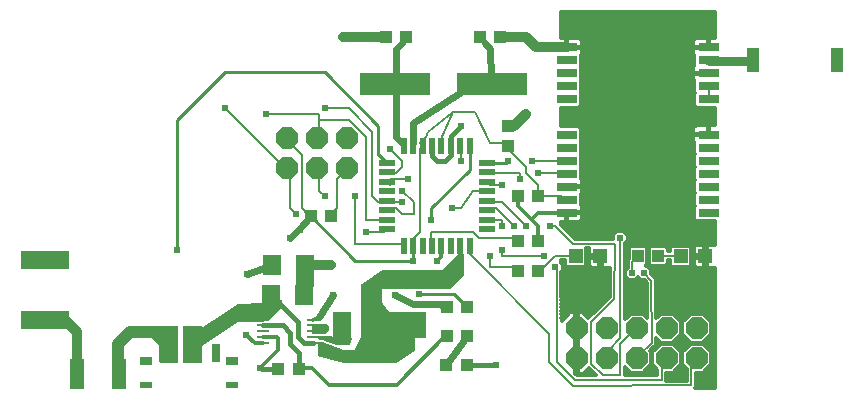
<source format=gtl>
G75*
G70*
%OFA0B0*%
%FSLAX24Y24*%
%IPPOS*%
%LPD*%
%AMOC8*
5,1,8,0,0,1.08239X$1,22.5*
%
%ADD10R,0.0200X0.0580*%
%ADD11R,0.0580X0.0200*%
%ADD12R,0.0709X0.0315*%
%ADD13R,0.2362X0.0760*%
%ADD14R,0.0394X0.0787*%
%ADD15R,0.0433X0.0394*%
%ADD16R,0.0394X0.0433*%
%ADD17R,0.1600X0.0600*%
%ADD18OC8,0.0740*%
%ADD19R,0.0500X0.1000*%
%ADD20R,0.0472X0.0472*%
%ADD21R,0.0394X0.0098*%
%ADD22R,0.0630X0.0709*%
%ADD23R,0.0591X0.0866*%
%ADD24R,0.0276X0.0591*%
%ADD25R,0.0394X0.0236*%
%ADD26R,0.0394X0.0315*%
%ADD27C,0.0240*%
%ADD28C,0.0060*%
%ADD29C,0.0118*%
%ADD30C,0.0000*%
%ADD31C,0.0001*%
%ADD32C,0.0238*%
%ADD33C,0.0160*%
%ADD34C,0.0320*%
%ADD35C,0.0120*%
%ADD36C,0.0300*%
%ADD37C,0.0100*%
%ADD38C,0.0400*%
D10*
X013035Y005476D03*
X013345Y005476D03*
X013665Y005476D03*
X013975Y005476D03*
X014295Y005476D03*
X014605Y005476D03*
X014925Y005476D03*
X015235Y005476D03*
X015235Y008816D03*
X014925Y008816D03*
X014605Y008816D03*
X014295Y008816D03*
X013975Y008816D03*
X013665Y008816D03*
X013345Y008816D03*
X013035Y008816D03*
D11*
X012465Y008246D03*
X012465Y007936D03*
X012465Y007616D03*
X012465Y007306D03*
X012465Y006986D03*
X012465Y006676D03*
X012465Y006356D03*
X012465Y006046D03*
X015805Y006046D03*
X015805Y006356D03*
X015805Y006676D03*
X015805Y006986D03*
X015805Y007306D03*
X015805Y007616D03*
X015805Y007936D03*
X015805Y008246D03*
D12*
X018475Y008325D03*
X018475Y007892D03*
X018475Y007459D03*
X018475Y007026D03*
X018475Y006593D03*
X018475Y008758D03*
X018475Y009191D03*
X018475Y010372D03*
X018475Y010805D03*
X018475Y011238D03*
X018475Y011672D03*
X018475Y012105D03*
X023200Y012105D03*
X023200Y011672D03*
X023200Y011238D03*
X023200Y010805D03*
X023200Y010372D03*
X023200Y009191D03*
X023200Y008758D03*
X023200Y008325D03*
X023200Y007892D03*
X023200Y007459D03*
X023200Y007026D03*
X023200Y006593D03*
D13*
X015967Y010872D03*
X012739Y010872D03*
D14*
X024680Y011666D03*
X027475Y011666D03*
D15*
X017518Y007137D03*
X016848Y007137D03*
X016848Y005637D03*
X017518Y005637D03*
X015132Y001500D03*
X014462Y001500D03*
X009533Y001369D03*
X008864Y001369D03*
X012444Y012447D03*
X013113Y012447D03*
X015593Y012447D03*
X016263Y012447D03*
D16*
X016503Y009488D03*
X016503Y008819D03*
X010605Y006489D03*
X009936Y006489D03*
X014470Y003464D03*
X015140Y003464D03*
X015140Y002476D03*
X014470Y002476D03*
X016848Y004637D03*
X017518Y004637D03*
X020848Y005137D03*
X021518Y005137D03*
D17*
X001067Y005000D03*
X001067Y003000D03*
D18*
X009149Y008097D03*
X010149Y008097D03*
X011149Y008097D03*
X011149Y009097D03*
X010149Y009097D03*
X009149Y009097D03*
X018801Y002739D03*
X019801Y002739D03*
X020801Y002739D03*
X021801Y002739D03*
X022801Y002739D03*
X022801Y001739D03*
X021801Y001739D03*
X020801Y001739D03*
X019801Y001739D03*
X018801Y001739D03*
D19*
X002152Y001227D03*
X003533Y001205D03*
X005243Y002304D03*
X005946Y002303D03*
D20*
X018770Y005137D03*
X019596Y005137D03*
X022270Y005137D03*
X023096Y005137D03*
D21*
X010015Y003031D03*
X010015Y002834D03*
X010015Y002637D03*
X010015Y002440D03*
X010015Y002243D03*
X008351Y002243D03*
X008351Y002440D03*
X008351Y002637D03*
X008351Y002834D03*
X008351Y003031D03*
D22*
X008618Y003842D03*
X009721Y003842D03*
X009734Y004851D03*
X008632Y004851D03*
D23*
X010976Y002862D03*
X013496Y002862D03*
D24*
X006778Y001916D03*
X006187Y001916D03*
X005006Y001916D03*
D25*
X004455Y000834D03*
X007329Y000834D03*
D26*
X007329Y001660D03*
X004455Y001660D03*
D27*
X005006Y001916D02*
X005007Y001918D01*
X005007Y002312D01*
X007802Y004546D02*
X008632Y004851D01*
X009238Y005755D02*
X009632Y006149D01*
X009829Y006345D01*
X010681Y003865D02*
X010222Y003101D01*
X012732Y003862D02*
X013338Y003557D01*
X014206Y003550D01*
X014470Y003464D01*
X015140Y002476D02*
X014462Y001500D01*
X013345Y008909D02*
X013350Y009591D01*
X014954Y010626D01*
X015936Y011077D02*
X015931Y012054D01*
X015734Y012251D01*
X012978Y012251D02*
X012782Y012054D01*
X012782Y010873D01*
X012782Y010676D02*
X012782Y009101D01*
X012978Y008905D01*
D28*
X013035Y008816D01*
X013345Y008816D02*
X013345Y008909D01*
X013569Y008905D02*
X013665Y008816D01*
X013569Y008708D01*
X013569Y005952D01*
X013372Y005755D01*
X013372Y005558D01*
X013345Y005476D01*
X013035Y005476D02*
X012978Y005558D01*
X011404Y005558D01*
X011404Y007133D01*
X011994Y007133D02*
X012191Y006936D01*
X012388Y006936D01*
X012465Y006986D01*
X012585Y006936D01*
X012978Y006936D01*
X012978Y007330D02*
X013372Y006936D01*
X013372Y006542D01*
X012978Y006542D01*
X012782Y006739D01*
X012585Y006739D01*
X012465Y006676D01*
X012465Y006356D02*
X012388Y006345D01*
X011797Y006345D01*
X011797Y009101D01*
X011207Y009692D01*
X010222Y009692D01*
X010222Y009889D01*
X008451Y009889D01*
X007073Y010086D02*
X009041Y008117D01*
X009149Y008097D01*
X009238Y007920D01*
X009238Y006739D01*
X009435Y006542D01*
X009632Y006739D02*
X009829Y006542D01*
X009936Y006489D01*
X009829Y006345D01*
X009632Y006149D02*
X009632Y005952D01*
X010605Y006489D02*
X010616Y006542D01*
X010813Y006739D01*
X010813Y007723D01*
X011010Y007920D01*
X011149Y008097D01*
X010222Y007920D02*
X010149Y008097D01*
X010222Y007920D02*
X010222Y007330D01*
X010419Y007133D01*
X009632Y006739D02*
X009632Y008511D01*
X009238Y008905D01*
X009149Y009097D01*
X010149Y009097D02*
X010222Y009101D01*
X010222Y009692D01*
X010419Y010086D02*
X011207Y010086D01*
X011994Y009298D01*
X011994Y007133D01*
X012465Y007616D02*
X012585Y007527D01*
X012585Y007723D01*
X013175Y007723D01*
X012782Y007920D02*
X012585Y007920D01*
X012465Y007936D01*
X012782Y007920D02*
X012978Y008117D01*
X012978Y008314D01*
X012585Y008708D01*
X013569Y008905D02*
X013766Y009101D01*
X013833Y009271D01*
X014697Y009945D01*
X015411Y009950D01*
X015923Y008899D01*
X016325Y008905D01*
X016503Y008819D01*
X016522Y008708D01*
X017112Y008117D01*
X017112Y007920D01*
X017506Y007527D01*
X017506Y007330D01*
X017518Y007137D01*
X017703Y007133D01*
X018293Y007133D01*
X018475Y007026D01*
X018096Y006149D02*
X018687Y005558D01*
X020065Y005558D01*
X020061Y003721D01*
X019281Y002965D01*
X019278Y001564D01*
X019671Y001171D01*
X020262Y001179D01*
X020262Y002212D01*
X020656Y002605D01*
X020801Y002739D01*
X020262Y002408D02*
X019868Y002015D01*
X019868Y001818D01*
X019801Y001739D01*
X020801Y001739D02*
X020852Y001818D01*
X021301Y002263D01*
X021295Y004322D01*
X021049Y004574D01*
X020656Y004574D02*
X020656Y004968D01*
X020848Y005137D01*
X021518Y005137D02*
X021640Y005164D01*
X022230Y005164D01*
X022270Y005137D01*
X020262Y005755D02*
X020262Y002408D01*
X021640Y001621D02*
X021801Y001739D01*
X021640Y001621D02*
X021640Y001031D01*
X018740Y001031D01*
X018154Y001612D01*
X018145Y004701D01*
X018096Y004771D01*
X017703Y004771D02*
X017518Y004637D01*
X017703Y004771D02*
X018096Y005164D01*
X018687Y005164D01*
X018770Y005137D01*
X017703Y005164D02*
X016325Y005164D01*
X016325Y005361D01*
X015931Y005164D02*
X015931Y004771D01*
X016719Y004771D01*
X016848Y004637D01*
X015231Y005238D02*
X015235Y005476D01*
X015231Y005238D02*
X017882Y002561D01*
X017882Y001617D01*
X018670Y000829D01*
X022624Y000834D01*
X022624Y001621D01*
X022801Y001739D01*
X016848Y005637D02*
X016719Y005755D01*
X015537Y005755D01*
X015341Y005952D01*
X013963Y005952D01*
X013963Y005558D01*
X013975Y005476D01*
X012465Y006046D02*
X012388Y005952D01*
X011797Y005952D01*
X014660Y006743D02*
X014946Y006743D01*
X015341Y007330D01*
X015734Y007330D01*
X015805Y007306D01*
X015931Y007527D02*
X015805Y007616D01*
X015931Y007527D02*
X016325Y007527D01*
X016915Y007723D02*
X016915Y007920D01*
X015931Y007920D01*
X015805Y007936D01*
X014947Y008314D02*
X014947Y008708D01*
X014925Y008816D01*
X014356Y008905D02*
X014270Y009037D01*
X014697Y009945D01*
X014954Y010626D02*
X015936Y011077D01*
X015931Y010873D01*
X015967Y010872D01*
X015734Y012251D02*
X015593Y012447D01*
X013113Y012447D02*
X012978Y012251D01*
X012782Y010873D02*
X012739Y010872D01*
X012782Y010676D01*
X014356Y008905D02*
X014295Y008816D01*
X017309Y008314D02*
X018293Y008314D01*
X018475Y008325D01*
X018475Y007892D02*
X018293Y007920D01*
X017506Y007920D01*
X016326Y006936D02*
X015931Y006936D01*
X015805Y006986D01*
X015931Y006739D02*
X015805Y006676D01*
X015931Y006739D02*
X016108Y006737D01*
X016325Y006542D01*
X016719Y006149D01*
X016325Y006149D02*
X016325Y006345D01*
X015931Y006345D01*
X015805Y006356D01*
X016326Y006936D02*
X016522Y006739D01*
X017112Y006149D01*
X017900Y006149D02*
X018096Y006149D01*
X023200Y010372D02*
X023215Y010479D01*
X023215Y010676D01*
X023200Y010805D01*
X023215Y011660D02*
X023200Y011672D01*
X024593Y011660D02*
X024680Y011666D01*
D29*
X023219Y012124D02*
X023180Y012124D01*
X023180Y012085D01*
X022686Y012085D01*
X022686Y011926D01*
X022697Y011886D01*
X022718Y011849D01*
X022726Y011841D01*
X022726Y011502D01*
X022718Y011494D01*
X022697Y011457D01*
X022686Y011417D01*
X022686Y011258D01*
X023180Y011258D01*
X023180Y011219D01*
X022686Y011219D01*
X022686Y011060D01*
X022697Y011020D01*
X022718Y010983D01*
X022726Y010975D01*
X022726Y010599D01*
X022736Y010589D01*
X022726Y010579D01*
X022726Y010166D01*
X022796Y010096D01*
X023408Y010096D01*
X023408Y009508D01*
X023219Y009508D01*
X023219Y009211D01*
X023180Y009211D01*
X023180Y009508D01*
X022824Y009508D01*
X022784Y009497D01*
X022748Y009476D01*
X022718Y009446D01*
X022697Y009410D01*
X022686Y009370D01*
X022686Y009211D01*
X023180Y009211D01*
X023180Y009172D01*
X022686Y009172D01*
X022686Y009013D01*
X022697Y008972D01*
X022718Y008936D01*
X022726Y008928D01*
X022726Y008551D01*
X022736Y008542D01*
X022726Y008532D01*
X022726Y008118D01*
X022736Y008109D01*
X022726Y008099D01*
X022726Y007685D01*
X022736Y007676D01*
X022726Y007666D01*
X022726Y007252D01*
X022736Y007242D01*
X022726Y007233D01*
X022726Y006819D01*
X022736Y006809D01*
X022726Y006800D01*
X022726Y006386D01*
X022796Y006316D01*
X023408Y006316D01*
X023408Y005513D01*
X023394Y005521D01*
X023354Y005532D01*
X023156Y005532D01*
X023156Y005196D01*
X023037Y005196D01*
X023037Y005078D01*
X022701Y005078D01*
X022701Y004880D01*
X022712Y004839D01*
X022733Y004803D01*
X022763Y004773D01*
X022799Y004752D01*
X022839Y004742D01*
X023037Y004742D01*
X023037Y005078D01*
X023156Y005078D01*
X023156Y004742D01*
X023354Y004742D01*
X023394Y004752D01*
X023408Y004761D01*
X023408Y000758D01*
X022759Y000758D01*
X022773Y000772D01*
X022773Y000772D01*
X022773Y000772D01*
X022773Y000833D01*
X022773Y001250D01*
X023004Y001250D01*
X023290Y001537D01*
X023290Y001942D01*
X023004Y002228D01*
X022599Y002228D01*
X022312Y001942D01*
X022312Y001537D01*
X022475Y001374D01*
X022475Y000983D01*
X021789Y000982D01*
X021789Y001250D01*
X022004Y001250D01*
X022290Y001537D01*
X022290Y001942D01*
X022004Y002228D01*
X021599Y002228D01*
X021312Y001942D01*
X021312Y001537D01*
X021491Y001358D01*
X021491Y001180D01*
X020411Y001180D01*
X020411Y001438D01*
X020599Y001250D01*
X021004Y001250D01*
X021290Y001537D01*
X021290Y001942D01*
X021240Y001992D01*
X021362Y002114D01*
X021363Y002114D01*
X021406Y002158D01*
X021450Y002201D01*
X021450Y002202D01*
X021450Y002263D01*
X021450Y002324D01*
X021450Y002325D01*
X021449Y002399D01*
X021599Y002250D01*
X022004Y002250D01*
X022290Y002537D01*
X022290Y002942D01*
X022004Y003228D01*
X021599Y003228D01*
X021447Y003077D01*
X021444Y004322D01*
X021444Y004382D01*
X021443Y004383D01*
X021443Y004385D01*
X021400Y004427D01*
X021287Y004543D01*
X021287Y004672D01*
X021148Y004812D01*
X021105Y004812D01*
X021164Y004871D01*
X021164Y005403D01*
X021095Y005472D01*
X020602Y005472D01*
X020533Y005403D01*
X020533Y005058D01*
X020511Y005039D01*
X020510Y005033D01*
X020506Y005029D01*
X020506Y004972D01*
X020503Y004916D01*
X020506Y004911D01*
X020506Y004762D01*
X020417Y004672D01*
X020417Y004475D01*
X020557Y004336D01*
X020754Y004336D01*
X020852Y004434D01*
X020951Y004336D01*
X021073Y004336D01*
X021146Y004261D01*
X021149Y003083D01*
X021004Y003228D01*
X020599Y003228D01*
X020411Y003040D01*
X020411Y005567D01*
X020500Y005656D01*
X020500Y005854D01*
X020360Y005993D01*
X020163Y005993D01*
X020024Y005854D01*
X020024Y005707D01*
X020004Y005707D01*
X020003Y005707D01*
X018749Y005707D01*
X018290Y006166D01*
X018290Y006276D01*
X018456Y006276D01*
X018456Y006573D01*
X018495Y006573D01*
X018495Y006276D01*
X018851Y006276D01*
X018891Y006287D01*
X018927Y006308D01*
X018957Y006338D01*
X018978Y006374D01*
X018989Y006414D01*
X018989Y006573D01*
X018495Y006573D01*
X018495Y006613D01*
X018989Y006613D01*
X018989Y006771D01*
X018978Y006812D01*
X018957Y006848D01*
X018949Y006856D01*
X018949Y007196D01*
X018957Y007204D01*
X018978Y007240D01*
X018989Y007281D01*
X018989Y007439D01*
X018495Y007439D01*
X018495Y007479D01*
X018989Y007479D01*
X018989Y007637D01*
X018978Y007678D01*
X018957Y007714D01*
X018949Y007722D01*
X018949Y008099D01*
X018939Y008109D01*
X018949Y008118D01*
X018949Y008532D01*
X018939Y008542D01*
X018949Y008551D01*
X018949Y008965D01*
X018939Y008975D01*
X018949Y008984D01*
X018949Y009398D01*
X018879Y009468D01*
X018290Y009468D01*
X018290Y010096D01*
X018879Y010096D01*
X018949Y010166D01*
X018949Y010579D01*
X018939Y010589D01*
X018949Y010599D01*
X018949Y011012D01*
X018939Y011022D01*
X018949Y011032D01*
X018949Y011445D01*
X018939Y011455D01*
X018949Y011465D01*
X018949Y011841D01*
X018957Y011849D01*
X018978Y011886D01*
X018989Y011926D01*
X018989Y012085D01*
X018495Y012085D01*
X018495Y012124D01*
X018989Y012124D01*
X018989Y012283D01*
X018978Y012324D01*
X018957Y012360D01*
X018927Y012389D01*
X018891Y012410D01*
X018851Y012421D01*
X018495Y012421D01*
X018495Y012124D01*
X018456Y012124D01*
X018456Y012421D01*
X018290Y012421D01*
X018290Y013297D01*
X023408Y013297D01*
X023408Y012421D01*
X023219Y012421D01*
X023219Y012124D01*
X023180Y012124D02*
X023180Y012421D01*
X022824Y012421D01*
X022784Y012410D01*
X022748Y012389D01*
X022718Y012360D01*
X022697Y012324D01*
X022686Y012283D01*
X022686Y012124D01*
X023180Y012124D01*
X023180Y012181D02*
X023219Y012181D01*
X023219Y012298D02*
X023180Y012298D01*
X023180Y012414D02*
X023219Y012414D01*
X023408Y012531D02*
X018290Y012531D01*
X018290Y012648D02*
X023408Y012648D01*
X023408Y012764D02*
X018290Y012764D01*
X018290Y012881D02*
X023408Y012881D01*
X023408Y012998D02*
X018290Y012998D01*
X018290Y013114D02*
X023408Y013114D01*
X023408Y013231D02*
X018290Y013231D01*
X018456Y012414D02*
X018495Y012414D01*
X018495Y012298D02*
X018456Y012298D01*
X018456Y012181D02*
X018495Y012181D01*
X018989Y012181D02*
X022686Y012181D01*
X022686Y012065D02*
X018989Y012065D01*
X018989Y011948D02*
X022686Y011948D01*
X022726Y011831D02*
X018949Y011831D01*
X018949Y011715D02*
X022726Y011715D01*
X022726Y011598D02*
X018949Y011598D01*
X018949Y011482D02*
X022711Y011482D01*
X022686Y011365D02*
X018949Y011365D01*
X018949Y011248D02*
X023180Y011248D01*
X022686Y011132D02*
X018949Y011132D01*
X018946Y011015D02*
X022700Y011015D01*
X022726Y010899D02*
X018949Y010899D01*
X018949Y010782D02*
X022726Y010782D01*
X022726Y010665D02*
X018949Y010665D01*
X018949Y010549D02*
X022726Y010549D01*
X022726Y010432D02*
X018949Y010432D01*
X018949Y010315D02*
X022726Y010315D01*
X022726Y010199D02*
X018949Y010199D01*
X018290Y010082D02*
X023408Y010082D01*
X023408Y009966D02*
X018290Y009966D01*
X018290Y009849D02*
X023408Y009849D01*
X023408Y009732D02*
X018290Y009732D01*
X018290Y009616D02*
X023408Y009616D01*
X023219Y009499D02*
X023180Y009499D01*
X023180Y009383D02*
X023219Y009383D01*
X023219Y009266D02*
X023180Y009266D01*
X022792Y009499D02*
X018290Y009499D01*
X018949Y009383D02*
X022690Y009383D01*
X022686Y009266D02*
X018949Y009266D01*
X018949Y009149D02*
X022686Y009149D01*
X022686Y009033D02*
X018949Y009033D01*
X018949Y008916D02*
X022726Y008916D01*
X022726Y008800D02*
X018949Y008800D01*
X018949Y008683D02*
X022726Y008683D01*
X022726Y008566D02*
X018949Y008566D01*
X018949Y008450D02*
X022726Y008450D01*
X022726Y008333D02*
X018949Y008333D01*
X018949Y008216D02*
X022726Y008216D01*
X022727Y008100D02*
X018948Y008100D01*
X018949Y007983D02*
X022726Y007983D01*
X022726Y007867D02*
X018949Y007867D01*
X018949Y007750D02*
X022726Y007750D01*
X022726Y007633D02*
X018989Y007633D01*
X018989Y007517D02*
X022726Y007517D01*
X022726Y007400D02*
X018989Y007400D01*
X018989Y007284D02*
X022726Y007284D01*
X022726Y007167D02*
X018949Y007167D01*
X018949Y007050D02*
X022726Y007050D01*
X022726Y006934D02*
X018949Y006934D01*
X018975Y006817D02*
X022728Y006817D01*
X022726Y006701D02*
X018989Y006701D01*
X018495Y006584D02*
X022726Y006584D01*
X022726Y006467D02*
X018989Y006467D01*
X018964Y006351D02*
X022762Y006351D01*
X023408Y006234D02*
X018290Y006234D01*
X018338Y006118D02*
X023408Y006118D01*
X023408Y006001D02*
X018455Y006001D01*
X018572Y005884D02*
X020054Y005884D01*
X020024Y005768D02*
X018688Y005768D01*
X019125Y005409D02*
X019205Y005409D01*
X019201Y005394D01*
X019201Y005196D01*
X019537Y005196D01*
X019537Y005078D01*
X019201Y005078D01*
X019201Y004880D01*
X019212Y004839D01*
X019233Y004803D01*
X019263Y004773D01*
X019299Y004752D01*
X019339Y004742D01*
X019537Y004742D01*
X019537Y005078D01*
X019656Y005078D01*
X019656Y004742D01*
X019854Y004742D01*
X019894Y004752D01*
X019914Y004764D01*
X019912Y003784D01*
X019220Y003114D01*
X019219Y003114D01*
X019197Y003092D01*
X019020Y003268D01*
X018842Y003268D01*
X018842Y002780D01*
X018760Y002780D01*
X018760Y003268D01*
X018582Y003268D01*
X018299Y002985D01*
X018294Y004631D01*
X018335Y004672D01*
X018335Y004869D01*
X018290Y004914D01*
X018290Y005015D01*
X018414Y005015D01*
X018414Y004851D01*
X018484Y004782D01*
X019055Y004782D01*
X019125Y004851D01*
X019125Y005409D01*
X019125Y005301D02*
X019201Y005301D01*
X019125Y005185D02*
X019537Y005185D01*
X019537Y005068D02*
X019656Y005068D01*
X019656Y004951D02*
X019537Y004951D01*
X019537Y004835D02*
X019656Y004835D01*
X019914Y004718D02*
X018335Y004718D01*
X018335Y004835D02*
X018431Y004835D01*
X018414Y004951D02*
X018290Y004951D01*
X018294Y004602D02*
X019914Y004602D01*
X019913Y004485D02*
X018294Y004485D01*
X018295Y004368D02*
X019913Y004368D01*
X019913Y004252D02*
X018295Y004252D01*
X018295Y004135D02*
X019913Y004135D01*
X019912Y004019D02*
X018296Y004019D01*
X018296Y003902D02*
X019912Y003902D01*
X019912Y003785D02*
X018296Y003785D01*
X018297Y003669D02*
X019793Y003669D01*
X019672Y003552D02*
X018297Y003552D01*
X018297Y003435D02*
X019552Y003435D01*
X019432Y003319D02*
X018298Y003319D01*
X018298Y003202D02*
X018516Y003202D01*
X018399Y003086D02*
X018298Y003086D01*
X018760Y003086D02*
X018842Y003086D01*
X018842Y003202D02*
X018760Y003202D01*
X019086Y003202D02*
X019311Y003202D01*
X018842Y002969D02*
X018760Y002969D01*
X018760Y002852D02*
X018842Y002852D01*
X018842Y002698D02*
X018842Y002268D01*
X018842Y001780D01*
X018760Y001780D01*
X018760Y002698D01*
X018842Y002698D01*
X018842Y002619D02*
X018760Y002619D01*
X018760Y002503D02*
X018842Y002503D01*
X018842Y002386D02*
X018760Y002386D01*
X018760Y002269D02*
X018842Y002269D01*
X018842Y002153D02*
X018760Y002153D01*
X018760Y002036D02*
X018842Y002036D01*
X018842Y001920D02*
X018760Y001920D01*
X018760Y001803D02*
X018842Y001803D01*
X018842Y001698D02*
X018842Y001210D01*
X019020Y001210D01*
X019221Y001410D01*
X019451Y001180D01*
X018801Y001180D01*
X018760Y001220D01*
X018760Y001698D01*
X018842Y001698D01*
X018842Y001686D02*
X018760Y001686D01*
X018760Y001570D02*
X018842Y001570D01*
X018842Y001453D02*
X018760Y001453D01*
X018760Y001336D02*
X018842Y001336D01*
X018842Y001220D02*
X018760Y001220D01*
X019030Y001220D02*
X019411Y001220D01*
X019295Y001336D02*
X019147Y001336D01*
X020411Y001336D02*
X020512Y001336D01*
X020411Y001220D02*
X021491Y001220D01*
X021491Y001336D02*
X021090Y001336D01*
X021207Y001453D02*
X021396Y001453D01*
X021312Y001570D02*
X021290Y001570D01*
X021290Y001686D02*
X021312Y001686D01*
X021312Y001803D02*
X021290Y001803D01*
X021290Y001920D02*
X021312Y001920D01*
X021284Y002036D02*
X021407Y002036D01*
X021401Y002153D02*
X021523Y002153D01*
X021450Y002202D02*
X021450Y002202D01*
X021450Y002269D02*
X021579Y002269D01*
X021463Y002386D02*
X021449Y002386D01*
X022023Y002269D02*
X022579Y002269D01*
X022599Y002250D02*
X023004Y002250D01*
X023290Y002537D01*
X023290Y002942D01*
X023004Y003228D01*
X022599Y003228D01*
X022312Y002942D01*
X022312Y002537D01*
X022599Y002250D01*
X022523Y002153D02*
X022079Y002153D01*
X022196Y002036D02*
X022407Y002036D01*
X022312Y001920D02*
X022290Y001920D01*
X022290Y001803D02*
X022312Y001803D01*
X022312Y001686D02*
X022290Y001686D01*
X022290Y001570D02*
X022312Y001570D01*
X022396Y001453D02*
X022207Y001453D01*
X022090Y001336D02*
X022475Y001336D01*
X022475Y001220D02*
X021789Y001220D01*
X021789Y001103D02*
X022475Y001103D01*
X022475Y000987D02*
X021789Y000987D01*
X022773Y000987D02*
X023408Y000987D01*
X023408Y001103D02*
X022773Y001103D01*
X022773Y001220D02*
X023408Y001220D01*
X023408Y001336D02*
X023090Y001336D01*
X023207Y001453D02*
X023408Y001453D01*
X023408Y001570D02*
X023290Y001570D01*
X023290Y001686D02*
X023408Y001686D01*
X023408Y001803D02*
X023290Y001803D01*
X023290Y001920D02*
X023408Y001920D01*
X023408Y002036D02*
X023196Y002036D01*
X023079Y002153D02*
X023408Y002153D01*
X023408Y002269D02*
X023023Y002269D01*
X023140Y002386D02*
X023408Y002386D01*
X023408Y002503D02*
X023256Y002503D01*
X023290Y002619D02*
X023408Y002619D01*
X023408Y002736D02*
X023290Y002736D01*
X023290Y002852D02*
X023408Y002852D01*
X023408Y002969D02*
X023263Y002969D01*
X023146Y003086D02*
X023408Y003086D01*
X023408Y003202D02*
X023030Y003202D01*
X022573Y003202D02*
X022030Y003202D01*
X022146Y003086D02*
X022456Y003086D01*
X022339Y002969D02*
X022263Y002969D01*
X022290Y002852D02*
X022312Y002852D01*
X022312Y002736D02*
X022290Y002736D01*
X022290Y002619D02*
X022312Y002619D01*
X022346Y002503D02*
X022256Y002503D01*
X022140Y002386D02*
X022463Y002386D01*
X021456Y003086D02*
X021447Y003086D01*
X021447Y003202D02*
X021573Y003202D01*
X021447Y003319D02*
X023408Y003319D01*
X023408Y003435D02*
X021446Y003435D01*
X021446Y003552D02*
X023408Y003552D01*
X023408Y003669D02*
X021446Y003669D01*
X021445Y003785D02*
X023408Y003785D01*
X023408Y003902D02*
X021445Y003902D01*
X021445Y004019D02*
X023408Y004019D01*
X023408Y004135D02*
X021444Y004135D01*
X021444Y004252D02*
X023408Y004252D01*
X023408Y004368D02*
X021444Y004368D01*
X021344Y004485D02*
X023408Y004485D01*
X023408Y004602D02*
X021287Y004602D01*
X021242Y004718D02*
X023408Y004718D01*
X023156Y004835D02*
X023037Y004835D01*
X023037Y004951D02*
X023156Y004951D01*
X023156Y005068D02*
X023037Y005068D01*
X023037Y005185D02*
X022625Y005185D01*
X022701Y005196D02*
X023037Y005196D01*
X023037Y005532D01*
X022839Y005532D01*
X022799Y005521D01*
X022763Y005500D01*
X022733Y005471D01*
X022712Y005434D01*
X022701Y005394D01*
X022701Y005196D01*
X022701Y005301D02*
X022625Y005301D01*
X022625Y005418D02*
X022708Y005418D01*
X022625Y005422D02*
X022555Y005492D01*
X021984Y005492D01*
X021914Y005422D01*
X021914Y005313D01*
X021834Y005313D01*
X021834Y005403D01*
X021764Y005472D01*
X021272Y005472D01*
X021202Y005403D01*
X021202Y004871D01*
X021272Y004801D01*
X021764Y004801D01*
X021834Y004871D01*
X021834Y005015D01*
X021914Y005015D01*
X021914Y004851D01*
X021984Y004782D01*
X022555Y004782D01*
X022625Y004851D01*
X022625Y005422D01*
X023037Y005418D02*
X023156Y005418D01*
X023156Y005301D02*
X023037Y005301D01*
X022701Y005068D02*
X022625Y005068D01*
X022625Y004951D02*
X022701Y004951D01*
X022715Y004835D02*
X022608Y004835D01*
X021931Y004835D02*
X021797Y004835D01*
X021834Y004951D02*
X021914Y004951D01*
X021238Y004835D02*
X021128Y004835D01*
X021164Y004951D02*
X021202Y004951D01*
X021202Y005068D02*
X021164Y005068D01*
X021164Y005185D02*
X021202Y005185D01*
X021202Y005301D02*
X021164Y005301D01*
X021149Y005418D02*
X021217Y005418D01*
X021818Y005418D02*
X021914Y005418D01*
X020548Y005418D02*
X020411Y005418D01*
X020411Y005534D02*
X023408Y005534D01*
X023408Y005651D02*
X020495Y005651D01*
X020500Y005768D02*
X023408Y005768D01*
X023408Y005884D02*
X020469Y005884D01*
X020411Y005301D02*
X020533Y005301D01*
X020533Y005185D02*
X020411Y005185D01*
X020411Y005068D02*
X020533Y005068D01*
X020505Y004951D02*
X020411Y004951D01*
X020411Y004835D02*
X020506Y004835D01*
X020463Y004718D02*
X020411Y004718D01*
X020411Y004602D02*
X020417Y004602D01*
X020411Y004485D02*
X020417Y004485D01*
X020411Y004368D02*
X020524Y004368D01*
X020411Y004252D02*
X021146Y004252D01*
X021146Y004135D02*
X020411Y004135D01*
X020411Y004019D02*
X021146Y004019D01*
X021147Y003902D02*
X020411Y003902D01*
X020411Y003785D02*
X021147Y003785D01*
X021147Y003669D02*
X020411Y003669D01*
X020411Y003552D02*
X021148Y003552D01*
X021148Y003435D02*
X020411Y003435D01*
X020411Y003319D02*
X021149Y003319D01*
X021149Y003202D02*
X021030Y003202D01*
X021146Y003086D02*
X021149Y003086D01*
X020573Y003202D02*
X020411Y003202D01*
X020411Y003086D02*
X020456Y003086D01*
X020787Y004368D02*
X020918Y004368D01*
X019215Y004835D02*
X019108Y004835D01*
X019125Y004951D02*
X019201Y004951D01*
X019201Y005068D02*
X019125Y005068D01*
X018495Y006351D02*
X018456Y006351D01*
X018456Y006467D02*
X018495Y006467D01*
X020411Y001180D02*
X020411Y001180D01*
X022773Y000870D02*
X023408Y000870D01*
X022690Y012298D02*
X018985Y012298D01*
X018876Y012414D02*
X022799Y012414D01*
D30*
X015024Y005219D02*
X015024Y004543D01*
X014579Y004098D01*
X012163Y004098D01*
X012160Y004095D01*
X012160Y004346D01*
X012191Y004377D01*
X012342Y004694D01*
X014336Y004694D01*
X014858Y005216D01*
X015021Y005216D01*
X015024Y005219D01*
X012342Y004693D02*
X012287Y004574D01*
X012279Y003590D01*
X012515Y003292D01*
X012564Y003293D01*
X013368Y003291D01*
X013372Y002015D01*
X012782Y001621D01*
X011010Y001621D01*
X010182Y001841D01*
X010182Y002218D01*
X010161Y002238D01*
X010208Y002291D01*
X010265Y002291D01*
X011010Y002015D01*
X011404Y002015D01*
X011600Y002408D01*
X011600Y004180D01*
X012342Y004693D01*
X010026Y004771D02*
X010026Y004180D01*
X009829Y003983D01*
X009435Y003983D01*
X009435Y004771D01*
X010026Y004771D01*
X008931Y003675D02*
X008391Y003675D01*
X008347Y003631D01*
X008355Y003560D01*
X008088Y003274D01*
X008088Y002979D01*
X008206Y002979D01*
X008208Y002982D01*
X008399Y003003D01*
X008451Y002999D01*
X008534Y003059D01*
X008534Y003064D01*
X008933Y003463D01*
X008933Y003673D01*
X008931Y003675D01*
X008344Y003567D02*
X008257Y003286D01*
X008224Y003272D01*
X008195Y002977D01*
X007468Y002975D01*
X006309Y002201D01*
X006300Y002195D01*
X006315Y002198D01*
X006049Y002087D01*
X006048Y002569D01*
X006048Y002584D01*
X007547Y003565D01*
X008344Y003567D01*
X008353Y002836D02*
X008351Y002834D01*
X009982Y002881D02*
X009982Y002588D01*
X010417Y002588D01*
X010499Y002670D01*
X010499Y002813D01*
X010432Y002881D01*
X010031Y002881D01*
X010026Y002876D01*
X009982Y002881D01*
X010210Y002489D02*
X011272Y002430D01*
X011207Y002212D01*
X010813Y002212D01*
X010305Y002386D01*
X010199Y002386D01*
X010199Y002431D01*
X010186Y002444D01*
X010210Y002489D01*
X006285Y002802D02*
X006285Y001621D01*
X005695Y001621D01*
X005695Y002802D01*
X006285Y002802D01*
X005498Y002802D02*
X004711Y002802D01*
X004711Y002605D01*
X004907Y002605D01*
X004907Y001621D01*
X005498Y001621D01*
X005498Y002802D01*
X005235Y002312D02*
X005007Y002312D01*
X005235Y002312D02*
X005243Y002304D01*
X005946Y002303D02*
X005946Y002157D01*
X006187Y001916D01*
X014362Y002527D02*
X014470Y002476D01*
D31*
X013371Y002472D02*
X011600Y002472D01*
X011600Y002471D02*
X013371Y002471D01*
X013371Y002470D02*
X011600Y002470D01*
X011600Y002469D02*
X013371Y002469D01*
X013371Y002468D02*
X011600Y002468D01*
X011600Y002467D02*
X013371Y002467D01*
X013371Y002466D02*
X011600Y002466D01*
X011600Y002465D02*
X013371Y002465D01*
X013371Y002464D02*
X011600Y002464D01*
X011600Y002463D02*
X013371Y002463D01*
X013371Y002462D02*
X011600Y002462D01*
X011600Y002461D02*
X013371Y002461D01*
X013371Y002460D02*
X011600Y002460D01*
X011600Y002459D02*
X013371Y002459D01*
X013371Y002458D02*
X011600Y002458D01*
X011600Y002457D02*
X013371Y002457D01*
X013371Y002456D02*
X011600Y002456D01*
X011600Y002455D02*
X013371Y002455D01*
X013371Y002454D02*
X011600Y002454D01*
X011600Y002453D02*
X013371Y002453D01*
X013371Y002452D02*
X011600Y002452D01*
X011600Y002451D02*
X013371Y002451D01*
X013371Y002450D02*
X011600Y002450D01*
X011600Y002449D02*
X013371Y002449D01*
X013371Y002448D02*
X011600Y002448D01*
X011600Y002447D02*
X013371Y002447D01*
X013371Y002446D02*
X011600Y002446D01*
X011600Y002445D02*
X013371Y002445D01*
X013371Y002444D02*
X011600Y002444D01*
X011600Y002443D02*
X013371Y002443D01*
X013371Y002442D02*
X011600Y002442D01*
X011600Y002441D02*
X013371Y002441D01*
X013371Y002440D02*
X011600Y002440D01*
X011600Y002439D02*
X013371Y002439D01*
X013371Y002438D02*
X011600Y002438D01*
X011600Y002437D02*
X013371Y002437D01*
X013371Y002436D02*
X011600Y002436D01*
X011600Y002435D02*
X013371Y002435D01*
X013371Y002434D02*
X011600Y002434D01*
X011600Y002433D02*
X013371Y002433D01*
X013371Y002432D02*
X011600Y002432D01*
X011600Y002431D02*
X013371Y002431D01*
X013371Y002430D02*
X011600Y002430D01*
X011600Y002429D02*
X013371Y002429D01*
X013371Y002428D02*
X011600Y002428D01*
X011600Y002427D02*
X013371Y002427D01*
X013371Y002426D02*
X011600Y002426D01*
X011600Y002425D02*
X013371Y002425D01*
X013371Y002424D02*
X011600Y002424D01*
X011600Y002423D02*
X013371Y002423D01*
X013371Y002422D02*
X011600Y002422D01*
X011600Y002421D02*
X013371Y002421D01*
X013371Y002420D02*
X011600Y002420D01*
X011600Y002419D02*
X013371Y002419D01*
X013371Y002418D02*
X011600Y002418D01*
X011600Y002417D02*
X013371Y002417D01*
X013371Y002416D02*
X011600Y002416D01*
X011600Y002415D02*
X013371Y002415D01*
X013371Y002414D02*
X011600Y002414D01*
X011600Y002413D02*
X013371Y002413D01*
X013371Y002412D02*
X011600Y002412D01*
X011600Y002411D02*
X013371Y002411D01*
X013371Y002410D02*
X011600Y002410D01*
X011600Y002409D02*
X013371Y002409D01*
X013371Y002408D02*
X011600Y002408D01*
X011600Y002407D02*
X013371Y002407D01*
X013371Y002406D02*
X011599Y002406D01*
X011599Y002405D02*
X013371Y002405D01*
X013371Y002404D02*
X011598Y002404D01*
X011598Y002403D02*
X013371Y002403D01*
X013371Y002402D02*
X011597Y002402D01*
X011597Y002401D02*
X013371Y002401D01*
X013371Y002400D02*
X011596Y002400D01*
X011596Y002399D02*
X013371Y002399D01*
X013371Y002398D02*
X011595Y002398D01*
X011595Y002397D02*
X013371Y002397D01*
X013371Y002396D02*
X011594Y002396D01*
X011594Y002395D02*
X013371Y002395D01*
X013371Y002394D02*
X011593Y002394D01*
X011593Y002393D02*
X013371Y002393D01*
X013371Y002392D02*
X011592Y002392D01*
X011592Y002391D02*
X013371Y002391D01*
X013371Y002390D02*
X011591Y002390D01*
X011591Y002389D02*
X013371Y002389D01*
X013371Y002388D02*
X011590Y002388D01*
X011590Y002387D02*
X013371Y002387D01*
X013371Y002386D02*
X011589Y002386D01*
X011589Y002385D02*
X013371Y002385D01*
X013371Y002384D02*
X011588Y002384D01*
X011588Y002383D02*
X013371Y002383D01*
X013371Y002382D02*
X011587Y002382D01*
X011587Y002381D02*
X013371Y002381D01*
X013371Y002380D02*
X011586Y002380D01*
X011586Y002379D02*
X013371Y002379D01*
X013371Y002378D02*
X011585Y002378D01*
X011585Y002377D02*
X013371Y002377D01*
X013371Y002376D02*
X011584Y002376D01*
X011584Y002375D02*
X013371Y002375D01*
X013371Y002374D02*
X011583Y002374D01*
X011583Y002373D02*
X013371Y002373D01*
X013371Y002372D02*
X011582Y002372D01*
X011582Y002371D02*
X013371Y002371D01*
X013371Y002370D02*
X011581Y002370D01*
X011581Y002369D02*
X013371Y002369D01*
X013371Y002368D02*
X011580Y002368D01*
X011580Y002367D02*
X013371Y002367D01*
X013371Y002366D02*
X011579Y002366D01*
X011579Y002365D02*
X013371Y002365D01*
X013371Y002364D02*
X011578Y002364D01*
X011578Y002363D02*
X013371Y002363D01*
X013371Y002362D02*
X011577Y002362D01*
X011577Y002361D02*
X013371Y002361D01*
X013371Y002360D02*
X011576Y002360D01*
X011576Y002359D02*
X013371Y002359D01*
X013371Y002358D02*
X011575Y002358D01*
X011575Y002357D02*
X013371Y002357D01*
X013371Y002356D02*
X011574Y002356D01*
X011574Y002355D02*
X013371Y002355D01*
X013371Y002354D02*
X011573Y002354D01*
X011573Y002353D02*
X013371Y002353D01*
X013371Y002352D02*
X011572Y002352D01*
X011572Y002351D02*
X013371Y002351D01*
X013371Y002350D02*
X011571Y002350D01*
X011571Y002349D02*
X013371Y002349D01*
X013371Y002348D02*
X011570Y002348D01*
X011570Y002347D02*
X013371Y002347D01*
X013371Y002346D02*
X011569Y002346D01*
X011569Y002345D02*
X013371Y002345D01*
X013371Y002344D02*
X011568Y002344D01*
X011568Y002343D02*
X013371Y002343D01*
X013371Y002342D02*
X011567Y002342D01*
X011567Y002341D02*
X013371Y002341D01*
X013371Y002340D02*
X011566Y002340D01*
X011566Y002339D02*
X013371Y002339D01*
X013371Y002338D02*
X011565Y002338D01*
X011565Y002337D02*
X013371Y002337D01*
X013371Y002336D02*
X011564Y002336D01*
X011564Y002335D02*
X013371Y002335D01*
X013371Y002334D02*
X011563Y002334D01*
X011563Y002333D02*
X013371Y002333D01*
X013371Y002332D02*
X011562Y002332D01*
X011562Y002331D02*
X013371Y002331D01*
X013371Y002330D02*
X011561Y002330D01*
X011561Y002329D02*
X013371Y002329D01*
X013371Y002328D02*
X011560Y002328D01*
X011560Y002327D02*
X013371Y002327D01*
X013371Y002326D02*
X011559Y002326D01*
X011559Y002325D02*
X013371Y002325D01*
X013371Y002324D02*
X011558Y002324D01*
X011558Y002323D02*
X013371Y002323D01*
X013371Y002322D02*
X011557Y002322D01*
X011557Y002321D02*
X013371Y002321D01*
X013371Y002320D02*
X011556Y002320D01*
X011556Y002319D02*
X013371Y002319D01*
X013371Y002318D02*
X011555Y002318D01*
X011555Y002317D02*
X013371Y002317D01*
X013371Y002316D02*
X011554Y002316D01*
X011554Y002315D02*
X013371Y002315D01*
X013371Y002314D02*
X011553Y002314D01*
X011553Y002313D02*
X013371Y002313D01*
X013371Y002312D02*
X011552Y002312D01*
X011552Y002311D02*
X013371Y002311D01*
X013371Y002310D02*
X011551Y002310D01*
X011551Y002309D02*
X013371Y002309D01*
X013371Y002308D02*
X011550Y002308D01*
X011550Y002307D02*
X013371Y002307D01*
X013371Y002306D02*
X011549Y002306D01*
X011549Y002305D02*
X013371Y002305D01*
X013371Y002304D02*
X011548Y002304D01*
X011548Y002303D02*
X013371Y002303D01*
X013371Y002302D02*
X011547Y002302D01*
X011547Y002301D02*
X013371Y002301D01*
X013371Y002300D02*
X011546Y002300D01*
X011546Y002299D02*
X013371Y002299D01*
X013371Y002298D02*
X011545Y002298D01*
X011545Y002297D02*
X013371Y002297D01*
X013371Y002296D02*
X011544Y002296D01*
X011544Y002295D02*
X013371Y002295D01*
X013371Y002294D02*
X011543Y002294D01*
X011543Y002293D02*
X013371Y002293D01*
X013371Y002292D02*
X011542Y002292D01*
X011542Y002291D02*
X013371Y002291D01*
X013371Y002290D02*
X011541Y002290D01*
X011541Y002289D02*
X013371Y002289D01*
X013371Y002288D02*
X011540Y002288D01*
X011540Y002287D02*
X013371Y002287D01*
X013371Y002286D02*
X011539Y002286D01*
X011539Y002285D02*
X013371Y002285D01*
X013371Y002284D02*
X011538Y002284D01*
X011538Y002283D02*
X013371Y002283D01*
X013371Y002282D02*
X011537Y002282D01*
X011537Y002281D02*
X013371Y002281D01*
X013371Y002280D02*
X011536Y002280D01*
X011536Y002279D02*
X013371Y002279D01*
X013371Y002278D02*
X011535Y002278D01*
X011535Y002277D02*
X013371Y002277D01*
X013371Y002276D02*
X011534Y002276D01*
X011534Y002275D02*
X013371Y002275D01*
X013371Y002274D02*
X011533Y002274D01*
X011533Y002273D02*
X013371Y002273D01*
X013371Y002272D02*
X011532Y002272D01*
X011532Y002271D02*
X013371Y002271D01*
X013371Y002270D02*
X011531Y002270D01*
X011531Y002269D02*
X013371Y002269D01*
X013371Y002268D02*
X011530Y002268D01*
X011530Y002267D02*
X013371Y002267D01*
X013371Y002266D02*
X011529Y002266D01*
X011529Y002265D02*
X013371Y002265D01*
X013371Y002264D02*
X011528Y002264D01*
X011528Y002263D02*
X013371Y002263D01*
X013371Y002262D02*
X011527Y002262D01*
X011527Y002261D02*
X013371Y002261D01*
X013371Y002260D02*
X011526Y002260D01*
X011526Y002259D02*
X013371Y002259D01*
X013371Y002258D02*
X011525Y002258D01*
X011525Y002257D02*
X013371Y002257D01*
X013371Y002256D02*
X011524Y002256D01*
X011524Y002255D02*
X013371Y002255D01*
X013371Y002254D02*
X011523Y002254D01*
X011523Y002253D02*
X013371Y002253D01*
X013371Y002252D02*
X011522Y002252D01*
X011522Y002251D02*
X013371Y002251D01*
X013371Y002250D02*
X011521Y002250D01*
X011521Y002249D02*
X013371Y002249D01*
X013371Y002248D02*
X011520Y002248D01*
X011520Y002247D02*
X013371Y002247D01*
X013371Y002246D02*
X011519Y002246D01*
X011519Y002245D02*
X013371Y002245D01*
X013371Y002244D02*
X011518Y002244D01*
X011518Y002243D02*
X013371Y002243D01*
X013371Y002242D02*
X011517Y002242D01*
X011517Y002241D02*
X013371Y002241D01*
X013371Y002240D02*
X011516Y002240D01*
X011516Y002239D02*
X013371Y002239D01*
X013371Y002238D02*
X011515Y002238D01*
X011515Y002237D02*
X013371Y002237D01*
X013371Y002236D02*
X011514Y002236D01*
X011514Y002235D02*
X013371Y002235D01*
X013371Y002234D02*
X011513Y002234D01*
X011513Y002233D02*
X013371Y002233D01*
X013371Y002232D02*
X011512Y002232D01*
X011512Y002231D02*
X013371Y002231D01*
X013371Y002230D02*
X011511Y002230D01*
X011511Y002229D02*
X013371Y002229D01*
X013371Y002228D02*
X011510Y002228D01*
X011510Y002227D02*
X013371Y002227D01*
X013371Y002226D02*
X011509Y002226D01*
X011509Y002225D02*
X013371Y002225D01*
X013371Y002224D02*
X011508Y002224D01*
X011508Y002223D02*
X013371Y002223D01*
X013371Y002222D02*
X011507Y002222D01*
X011507Y002221D02*
X013371Y002221D01*
X013371Y002220D02*
X011506Y002220D01*
X011506Y002219D02*
X013371Y002219D01*
X013371Y002218D02*
X011505Y002218D01*
X011505Y002217D02*
X013371Y002217D01*
X013371Y002216D02*
X011504Y002216D01*
X011504Y002215D02*
X013371Y002215D01*
X013371Y002214D02*
X011503Y002214D01*
X011503Y002213D02*
X013371Y002213D01*
X013371Y002212D02*
X011502Y002212D01*
X011502Y002211D02*
X013371Y002211D01*
X013371Y002210D02*
X011501Y002210D01*
X011501Y002209D02*
X013371Y002209D01*
X013371Y002208D02*
X011500Y002208D01*
X011500Y002207D02*
X013371Y002207D01*
X013371Y002206D02*
X011499Y002206D01*
X011499Y002205D02*
X013371Y002205D01*
X013371Y002204D02*
X011498Y002204D01*
X011498Y002203D02*
X013371Y002203D01*
X013371Y002202D02*
X011497Y002202D01*
X011497Y002201D02*
X013371Y002201D01*
X013371Y002200D02*
X011496Y002200D01*
X011496Y002199D02*
X013371Y002199D01*
X013371Y002198D02*
X011495Y002198D01*
X011495Y002197D02*
X013371Y002197D01*
X013371Y002196D02*
X011494Y002196D01*
X011494Y002195D02*
X013371Y002195D01*
X013371Y002194D02*
X011493Y002194D01*
X011493Y002193D02*
X013371Y002193D01*
X013371Y002192D02*
X011492Y002192D01*
X011492Y002191D02*
X013371Y002191D01*
X013371Y002190D02*
X011491Y002190D01*
X011491Y002189D02*
X013371Y002189D01*
X013371Y002188D02*
X011490Y002188D01*
X011490Y002187D02*
X013371Y002187D01*
X013371Y002186D02*
X011489Y002186D01*
X011489Y002185D02*
X013372Y002185D01*
X013372Y002184D02*
X011488Y002184D01*
X011488Y002183D02*
X013372Y002183D01*
X013372Y002182D02*
X011487Y002182D01*
X011487Y002181D02*
X013372Y002181D01*
X013372Y002180D02*
X011486Y002180D01*
X011486Y002179D02*
X013372Y002179D01*
X013372Y002178D02*
X011485Y002178D01*
X011485Y002177D02*
X013372Y002177D01*
X013372Y002176D02*
X011484Y002176D01*
X011484Y002175D02*
X013372Y002175D01*
X013372Y002174D02*
X011483Y002174D01*
X011483Y002173D02*
X013372Y002173D01*
X013372Y002172D02*
X011482Y002172D01*
X011482Y002171D02*
X013372Y002171D01*
X013372Y002170D02*
X011481Y002170D01*
X011481Y002169D02*
X013372Y002169D01*
X013372Y002168D02*
X011480Y002168D01*
X011480Y002167D02*
X013372Y002167D01*
X013372Y002166D02*
X011479Y002166D01*
X011479Y002165D02*
X013372Y002165D01*
X013372Y002164D02*
X011478Y002164D01*
X011478Y002163D02*
X013372Y002163D01*
X013372Y002162D02*
X011477Y002162D01*
X011477Y002161D02*
X013372Y002161D01*
X013372Y002160D02*
X011476Y002160D01*
X011476Y002159D02*
X013372Y002159D01*
X013372Y002158D02*
X011475Y002158D01*
X011475Y002157D02*
X013372Y002157D01*
X013372Y002156D02*
X011474Y002156D01*
X011474Y002155D02*
X013372Y002155D01*
X013372Y002154D02*
X011473Y002154D01*
X011473Y002153D02*
X013372Y002153D01*
X013372Y002152D02*
X011472Y002152D01*
X011472Y002151D02*
X013372Y002151D01*
X013372Y002150D02*
X011471Y002150D01*
X011471Y002149D02*
X013372Y002149D01*
X013372Y002148D02*
X011470Y002148D01*
X011470Y002147D02*
X013372Y002147D01*
X013372Y002146D02*
X011469Y002146D01*
X011469Y002145D02*
X013372Y002145D01*
X013372Y002144D02*
X011468Y002144D01*
X011468Y002143D02*
X013372Y002143D01*
X013372Y002142D02*
X011467Y002142D01*
X011467Y002141D02*
X013372Y002141D01*
X013372Y002140D02*
X011466Y002140D01*
X011466Y002139D02*
X013372Y002139D01*
X013372Y002138D02*
X011465Y002138D01*
X011465Y002137D02*
X013372Y002137D01*
X013372Y002136D02*
X011464Y002136D01*
X011464Y002135D02*
X013372Y002135D01*
X013372Y002134D02*
X011463Y002134D01*
X011463Y002133D02*
X013372Y002133D01*
X013372Y002132D02*
X011462Y002132D01*
X011462Y002131D02*
X013372Y002131D01*
X013372Y002130D02*
X011461Y002130D01*
X011461Y002129D02*
X013372Y002129D01*
X013372Y002128D02*
X011460Y002128D01*
X011460Y002127D02*
X013372Y002127D01*
X013372Y002126D02*
X011459Y002126D01*
X011459Y002125D02*
X013372Y002125D01*
X013372Y002124D02*
X011458Y002124D01*
X011458Y002123D02*
X013372Y002123D01*
X013372Y002122D02*
X011457Y002122D01*
X011457Y002121D02*
X013372Y002121D01*
X013372Y002120D02*
X011456Y002120D01*
X011456Y002119D02*
X013372Y002119D01*
X013372Y002118D02*
X011455Y002118D01*
X011455Y002117D02*
X013372Y002117D01*
X013372Y002116D02*
X011454Y002116D01*
X011454Y002115D02*
X013372Y002115D01*
X013372Y002114D02*
X011453Y002114D01*
X011453Y002113D02*
X013372Y002113D01*
X013372Y002112D02*
X011452Y002112D01*
X011452Y002111D02*
X013372Y002111D01*
X013372Y002110D02*
X011451Y002110D01*
X011451Y002109D02*
X013372Y002109D01*
X013372Y002108D02*
X011450Y002108D01*
X011450Y002107D02*
X013372Y002107D01*
X013372Y002106D02*
X011449Y002106D01*
X011449Y002105D02*
X013372Y002105D01*
X013372Y002104D02*
X011448Y002104D01*
X011448Y002103D02*
X013372Y002103D01*
X013372Y002102D02*
X011447Y002102D01*
X011447Y002101D02*
X013372Y002101D01*
X013372Y002100D02*
X011446Y002100D01*
X011446Y002099D02*
X013372Y002099D01*
X013372Y002098D02*
X011445Y002098D01*
X011445Y002097D02*
X013372Y002097D01*
X013372Y002096D02*
X011444Y002096D01*
X011444Y002095D02*
X013372Y002095D01*
X013372Y002094D02*
X011443Y002094D01*
X011443Y002093D02*
X013372Y002093D01*
X013372Y002092D02*
X011442Y002092D01*
X011442Y002091D02*
X013372Y002091D01*
X013372Y002090D02*
X011441Y002090D01*
X011441Y002089D02*
X013372Y002089D01*
X013372Y002088D02*
X011440Y002088D01*
X011440Y002087D02*
X013372Y002087D01*
X013372Y002086D02*
X011439Y002086D01*
X011439Y002085D02*
X013372Y002085D01*
X013372Y002084D02*
X011438Y002084D01*
X011438Y002083D02*
X013372Y002083D01*
X013372Y002082D02*
X011437Y002082D01*
X011437Y002081D02*
X013372Y002081D01*
X013372Y002080D02*
X011436Y002080D01*
X011436Y002079D02*
X013372Y002079D01*
X013372Y002078D02*
X011435Y002078D01*
X011435Y002077D02*
X013372Y002077D01*
X013372Y002076D02*
X011434Y002076D01*
X011434Y002075D02*
X013372Y002075D01*
X013372Y002074D02*
X011433Y002074D01*
X011433Y002073D02*
X013372Y002073D01*
X013372Y002072D02*
X011432Y002072D01*
X011432Y002071D02*
X013372Y002071D01*
X013372Y002070D02*
X011431Y002070D01*
X011431Y002069D02*
X013372Y002069D01*
X013372Y002068D02*
X011430Y002068D01*
X011430Y002067D02*
X013372Y002067D01*
X013372Y002066D02*
X011429Y002066D01*
X011429Y002065D02*
X013372Y002065D01*
X013372Y002064D02*
X011428Y002064D01*
X011428Y002063D02*
X013372Y002063D01*
X013372Y002062D02*
X011427Y002062D01*
X011427Y002061D02*
X013372Y002061D01*
X013372Y002060D02*
X011426Y002060D01*
X011426Y002059D02*
X013372Y002059D01*
X013372Y002058D02*
X011425Y002058D01*
X011425Y002057D02*
X013372Y002057D01*
X013372Y002056D02*
X011424Y002056D01*
X011424Y002055D02*
X013372Y002055D01*
X013372Y002054D02*
X011423Y002054D01*
X011423Y002053D02*
X013372Y002053D01*
X013372Y002052D02*
X011422Y002052D01*
X011422Y002051D02*
X013372Y002051D01*
X013372Y002050D02*
X011421Y002050D01*
X011421Y002049D02*
X013372Y002049D01*
X013372Y002048D02*
X011420Y002048D01*
X011420Y002047D02*
X013372Y002047D01*
X013372Y002046D02*
X011419Y002046D01*
X011419Y002045D02*
X013372Y002045D01*
X013372Y002044D02*
X011418Y002044D01*
X011418Y002043D02*
X013372Y002043D01*
X013372Y002042D02*
X011417Y002042D01*
X011417Y002041D02*
X013372Y002041D01*
X013372Y002040D02*
X011416Y002040D01*
X011416Y002039D02*
X013372Y002039D01*
X013372Y002038D02*
X011415Y002038D01*
X011415Y002037D02*
X013372Y002037D01*
X013372Y002036D02*
X011414Y002036D01*
X011414Y002035D02*
X013372Y002035D01*
X013372Y002034D02*
X011413Y002034D01*
X011413Y002033D02*
X013372Y002033D01*
X013372Y002032D02*
X011412Y002032D01*
X011412Y002031D02*
X013372Y002031D01*
X013372Y002030D02*
X011411Y002030D01*
X011411Y002029D02*
X013372Y002029D01*
X013372Y002028D02*
X011410Y002028D01*
X011410Y002027D02*
X013372Y002027D01*
X013372Y002026D02*
X011409Y002026D01*
X011409Y002025D02*
X013372Y002025D01*
X013372Y002024D02*
X011408Y002024D01*
X011408Y002023D02*
X013372Y002023D01*
X013372Y002022D02*
X011407Y002022D01*
X011407Y002021D02*
X013372Y002021D01*
X013372Y002020D02*
X011406Y002020D01*
X011406Y002019D02*
X013372Y002019D01*
X013372Y002018D02*
X011405Y002018D01*
X011405Y002017D02*
X013372Y002017D01*
X013372Y002016D02*
X011404Y002016D01*
X011404Y002015D02*
X013372Y002015D01*
X013372Y002014D02*
X010182Y002014D01*
X010182Y002013D02*
X013370Y002013D01*
X013369Y002012D02*
X010182Y002012D01*
X010182Y002011D02*
X013367Y002011D01*
X013366Y002010D02*
X010182Y002010D01*
X010182Y002009D02*
X013364Y002009D01*
X013363Y002008D02*
X010182Y002008D01*
X010182Y002007D02*
X013361Y002007D01*
X013360Y002006D02*
X010182Y002006D01*
X010182Y002005D02*
X013358Y002005D01*
X013357Y002004D02*
X010182Y002004D01*
X010182Y002003D02*
X013355Y002003D01*
X013354Y002002D02*
X010182Y002002D01*
X010182Y002001D02*
X013352Y002001D01*
X013351Y002000D02*
X010182Y002000D01*
X010182Y001999D02*
X013349Y001999D01*
X013348Y001998D02*
X010182Y001998D01*
X010182Y001997D02*
X013346Y001997D01*
X013345Y001996D02*
X010182Y001996D01*
X010182Y001995D02*
X013343Y001995D01*
X013342Y001994D02*
X010182Y001994D01*
X010182Y001993D02*
X013340Y001993D01*
X013339Y001992D02*
X010182Y001992D01*
X010182Y001991D02*
X013337Y001991D01*
X013336Y001990D02*
X010182Y001990D01*
X010182Y001989D02*
X013334Y001989D01*
X013333Y001988D02*
X010182Y001988D01*
X010182Y001987D02*
X013331Y001987D01*
X013330Y001986D02*
X010182Y001986D01*
X010182Y001985D02*
X013328Y001985D01*
X013327Y001984D02*
X010182Y001984D01*
X010182Y001983D02*
X013325Y001983D01*
X013324Y001982D02*
X010182Y001982D01*
X010182Y001981D02*
X013322Y001981D01*
X013321Y001980D02*
X010182Y001980D01*
X010182Y001979D02*
X013319Y001979D01*
X013318Y001978D02*
X010182Y001978D01*
X010182Y001977D02*
X013316Y001977D01*
X013315Y001976D02*
X010182Y001976D01*
X010182Y001975D02*
X013313Y001975D01*
X013312Y001974D02*
X010182Y001974D01*
X010182Y001973D02*
X013310Y001973D01*
X013309Y001972D02*
X010182Y001972D01*
X010182Y001971D02*
X013307Y001971D01*
X013306Y001970D02*
X010182Y001970D01*
X010182Y001969D02*
X013304Y001969D01*
X013303Y001968D02*
X010182Y001968D01*
X013301Y001968D01*
X013300Y001967D02*
X010182Y001967D01*
X010182Y001966D02*
X013298Y001966D01*
X013297Y001965D02*
X010182Y001965D01*
X010182Y001964D02*
X013295Y001964D01*
X013294Y001963D02*
X010182Y001963D01*
X010182Y001962D02*
X013292Y001962D01*
X013291Y001961D02*
X010182Y001961D01*
X010182Y001960D02*
X013289Y001960D01*
X013288Y001959D02*
X010182Y001959D01*
X010182Y001958D02*
X013286Y001958D01*
X013285Y001957D02*
X010182Y001957D01*
X010182Y001956D02*
X013283Y001956D01*
X013282Y001955D02*
X010182Y001955D01*
X010182Y001954D02*
X013280Y001954D01*
X013279Y001953D02*
X010182Y001953D01*
X010182Y001952D02*
X013277Y001952D01*
X013276Y001951D02*
X010182Y001951D01*
X010182Y001950D02*
X013274Y001950D01*
X013273Y001949D02*
X010182Y001949D01*
X010182Y001948D02*
X013271Y001948D01*
X013270Y001947D02*
X010182Y001947D01*
X010182Y001946D02*
X013268Y001946D01*
X013267Y001945D02*
X010182Y001945D01*
X010182Y001944D02*
X013265Y001944D01*
X013264Y001943D02*
X010182Y001943D01*
X010182Y001942D02*
X013262Y001942D01*
X013261Y001941D02*
X010182Y001941D01*
X010182Y001940D02*
X013259Y001940D01*
X013258Y001939D02*
X010182Y001939D01*
X010182Y001938D02*
X013256Y001938D01*
X013255Y001937D02*
X010182Y001937D01*
X010182Y001936D02*
X013253Y001936D01*
X013252Y001935D02*
X010182Y001935D01*
X010182Y001934D02*
X013250Y001934D01*
X013249Y001933D02*
X010182Y001933D01*
X010182Y001932D02*
X013247Y001932D01*
X013246Y001931D02*
X010182Y001931D01*
X010182Y001930D02*
X013244Y001930D01*
X013243Y001929D02*
X010182Y001929D01*
X010182Y001928D02*
X013241Y001928D01*
X013240Y001927D02*
X010182Y001927D01*
X010182Y001926D02*
X013238Y001926D01*
X013237Y001925D02*
X010182Y001925D01*
X010182Y001924D02*
X013235Y001924D01*
X013234Y001923D02*
X010182Y001923D01*
X010182Y001922D02*
X013232Y001922D01*
X013231Y001921D02*
X010182Y001921D01*
X010182Y001920D02*
X013229Y001920D01*
X013228Y001919D02*
X010182Y001919D01*
X010182Y001918D02*
X013226Y001918D01*
X013225Y001917D02*
X010182Y001917D01*
X010182Y001916D02*
X013223Y001916D01*
X013222Y001915D02*
X010182Y001915D01*
X010182Y001914D02*
X013220Y001914D01*
X013219Y001913D02*
X010182Y001913D01*
X010182Y001912D02*
X013217Y001912D01*
X013216Y001911D02*
X010182Y001911D01*
X010182Y001910D02*
X013214Y001910D01*
X013213Y001909D02*
X010182Y001909D01*
X010182Y001908D02*
X013211Y001908D01*
X013210Y001907D02*
X010182Y001907D01*
X010182Y001906D02*
X013208Y001906D01*
X013207Y001905D02*
X010182Y001905D01*
X010182Y001904D02*
X013205Y001904D01*
X013204Y001903D02*
X010182Y001903D01*
X010182Y001902D02*
X013202Y001902D01*
X013201Y001901D02*
X010182Y001901D01*
X010182Y001900D02*
X013199Y001900D01*
X013198Y001899D02*
X010182Y001899D01*
X010182Y001898D02*
X013196Y001898D01*
X013195Y001897D02*
X010182Y001897D01*
X010182Y001896D02*
X013193Y001896D01*
X013192Y001895D02*
X010182Y001895D01*
X010182Y001894D02*
X013190Y001894D01*
X013189Y001893D02*
X010182Y001893D01*
X010182Y001892D02*
X013187Y001892D01*
X013186Y001891D02*
X010182Y001891D01*
X010182Y001890D02*
X013184Y001890D01*
X013183Y001889D02*
X010182Y001889D01*
X010182Y001888D02*
X013181Y001888D01*
X013180Y001887D02*
X010182Y001887D01*
X010182Y001886D02*
X013178Y001886D01*
X013177Y001885D02*
X010182Y001885D01*
X010182Y001884D02*
X013175Y001884D01*
X013174Y001883D02*
X010182Y001883D01*
X010182Y001882D02*
X013172Y001882D01*
X013171Y001881D02*
X010182Y001881D01*
X010182Y001880D02*
X013169Y001880D01*
X013168Y001879D02*
X010182Y001879D01*
X010182Y001878D02*
X013166Y001878D01*
X013165Y001877D02*
X010182Y001877D01*
X010182Y001876D02*
X013163Y001876D01*
X013162Y001875D02*
X010182Y001875D01*
X010182Y001874D02*
X013160Y001874D01*
X013159Y001873D02*
X010182Y001873D01*
X010182Y001872D02*
X013157Y001872D01*
X013156Y001871D02*
X010182Y001871D01*
X010182Y001870D02*
X013154Y001870D01*
X013153Y001869D02*
X010182Y001869D01*
X010182Y001868D02*
X013151Y001868D01*
X013150Y001867D02*
X010182Y001867D01*
X010182Y001866D02*
X013148Y001866D01*
X013147Y001865D02*
X010182Y001865D01*
X010182Y001864D02*
X013145Y001864D01*
X013144Y001863D02*
X010182Y001863D01*
X010182Y001862D02*
X013142Y001862D01*
X013141Y001861D02*
X010182Y001861D01*
X010182Y001860D02*
X013139Y001860D01*
X013138Y001859D02*
X010182Y001859D01*
X010182Y001858D02*
X013136Y001858D01*
X013135Y001857D02*
X010182Y001857D01*
X010182Y001856D02*
X013133Y001856D01*
X013132Y001855D02*
X010182Y001855D01*
X010182Y001854D02*
X013130Y001854D01*
X013129Y001853D02*
X010182Y001853D01*
X010182Y001852D02*
X013127Y001852D01*
X013126Y001851D02*
X010182Y001851D01*
X010182Y001850D02*
X013124Y001850D01*
X013123Y001849D02*
X010182Y001849D01*
X010182Y001848D02*
X013121Y001848D01*
X013120Y001847D02*
X010182Y001847D01*
X010182Y001846D02*
X013118Y001846D01*
X013117Y001845D02*
X010182Y001845D01*
X010182Y001844D02*
X013115Y001844D01*
X013114Y001843D02*
X010182Y001843D01*
X010182Y001842D02*
X013112Y001842D01*
X013111Y001841D02*
X010182Y001841D01*
X010186Y001840D02*
X013109Y001840D01*
X013108Y001839D02*
X010190Y001839D01*
X010193Y001838D02*
X013106Y001838D01*
X013105Y001837D02*
X010197Y001837D01*
X010201Y001836D02*
X013103Y001836D01*
X013102Y001835D02*
X010205Y001835D01*
X010208Y001834D02*
X013100Y001834D01*
X013099Y001833D02*
X010212Y001833D01*
X010216Y001832D02*
X013097Y001832D01*
X013096Y001831D02*
X010220Y001831D01*
X010224Y001830D02*
X013094Y001830D01*
X013093Y001829D02*
X010227Y001829D01*
X010231Y001828D02*
X013091Y001828D01*
X013090Y001827D02*
X010235Y001827D01*
X010239Y001826D02*
X013088Y001826D01*
X013087Y001825D02*
X010242Y001825D01*
X010246Y001824D02*
X013085Y001824D01*
X013084Y001823D02*
X010250Y001823D01*
X010254Y001822D02*
X013082Y001822D01*
X013081Y001821D02*
X010257Y001821D01*
X010261Y001820D02*
X013079Y001820D01*
X013078Y001819D02*
X010265Y001819D01*
X010269Y001818D02*
X013076Y001818D01*
X013075Y001817D02*
X010272Y001817D01*
X010276Y001816D02*
X013073Y001816D01*
X013072Y001815D02*
X010280Y001815D01*
X010284Y001814D02*
X013070Y001814D01*
X013069Y001813D02*
X010288Y001813D01*
X010291Y001812D02*
X013067Y001812D01*
X013066Y001811D02*
X010295Y001811D01*
X010299Y001810D02*
X013064Y001810D01*
X013063Y001809D02*
X010303Y001809D01*
X010306Y001808D02*
X013061Y001808D01*
X013060Y001807D02*
X010310Y001807D01*
X010314Y001806D02*
X013058Y001806D01*
X013057Y001805D02*
X010318Y001805D01*
X010321Y001804D02*
X013055Y001804D01*
X013054Y001803D02*
X010325Y001803D01*
X010329Y001802D02*
X013052Y001802D01*
X013051Y001801D02*
X010333Y001801D01*
X010337Y001800D02*
X013049Y001800D01*
X013048Y001799D02*
X010340Y001799D01*
X010344Y001798D02*
X013046Y001798D01*
X013045Y001797D02*
X010348Y001797D01*
X010352Y001796D02*
X013043Y001796D01*
X013042Y001795D02*
X010355Y001795D01*
X010359Y001794D02*
X013040Y001794D01*
X013039Y001793D02*
X010363Y001793D01*
X010367Y001792D02*
X013037Y001792D01*
X013036Y001791D02*
X010370Y001791D01*
X010374Y001790D02*
X013034Y001790D01*
X013033Y001789D02*
X010378Y001789D01*
X010382Y001788D02*
X013031Y001788D01*
X013030Y001787D02*
X010385Y001787D01*
X010389Y001786D02*
X013028Y001786D01*
X013027Y001785D02*
X010393Y001785D01*
X010397Y001784D02*
X013025Y001784D01*
X013024Y001783D02*
X010401Y001783D01*
X010404Y001782D02*
X013022Y001782D01*
X013021Y001781D02*
X010408Y001781D01*
X010412Y001780D02*
X013019Y001780D01*
X013018Y001779D02*
X010416Y001779D01*
X010419Y001778D02*
X013016Y001778D01*
X013015Y001777D02*
X010423Y001777D01*
X010427Y001776D02*
X013013Y001776D01*
X013012Y001775D02*
X010431Y001775D01*
X010434Y001774D02*
X013010Y001774D01*
X013009Y001773D02*
X010438Y001773D01*
X010442Y001772D02*
X013007Y001772D01*
X013006Y001771D02*
X010446Y001771D01*
X010450Y001770D02*
X013004Y001770D01*
X013003Y001769D02*
X010453Y001769D01*
X010457Y001768D02*
X013001Y001768D01*
X013000Y001767D02*
X010461Y001767D01*
X010465Y001766D02*
X012998Y001766D01*
X012997Y001765D02*
X010468Y001765D01*
X010472Y001764D02*
X012995Y001764D01*
X012994Y001763D02*
X010476Y001763D01*
X010480Y001762D02*
X012992Y001762D01*
X012991Y001761D02*
X010483Y001761D01*
X010487Y001760D02*
X012989Y001760D01*
X012988Y001759D02*
X010491Y001759D01*
X010495Y001758D02*
X012986Y001758D01*
X012985Y001757D02*
X010498Y001757D01*
X010502Y001756D02*
X012983Y001756D01*
X012982Y001755D02*
X010506Y001755D01*
X010510Y001754D02*
X012980Y001754D01*
X012979Y001753D02*
X010514Y001753D01*
X010517Y001752D02*
X012977Y001752D01*
X012976Y001751D02*
X010521Y001751D01*
X010525Y001750D02*
X012974Y001750D01*
X012973Y001749D02*
X010529Y001749D01*
X010532Y001748D02*
X012971Y001748D01*
X012970Y001747D02*
X010536Y001747D01*
X010540Y001746D02*
X012968Y001746D01*
X012967Y001745D02*
X010544Y001745D01*
X010547Y001744D02*
X012965Y001744D01*
X012964Y001743D02*
X010551Y001743D01*
X010555Y001742D02*
X012962Y001742D01*
X012961Y001741D02*
X010559Y001741D01*
X010562Y001740D02*
X012959Y001740D01*
X012958Y001739D02*
X010566Y001739D01*
X010570Y001738D02*
X012956Y001738D01*
X012955Y001737D02*
X010574Y001737D01*
X010578Y001736D02*
X012954Y001736D01*
X012952Y001735D02*
X010581Y001735D01*
X010585Y001734D02*
X012951Y001734D01*
X012949Y001733D02*
X010589Y001733D01*
X010593Y001732D02*
X012948Y001732D01*
X012946Y001731D02*
X010596Y001731D01*
X010600Y001730D02*
X012945Y001730D01*
X012943Y001729D02*
X010604Y001729D01*
X010608Y001728D02*
X012942Y001728D01*
X012940Y001727D02*
X010611Y001727D01*
X010615Y001726D02*
X012939Y001726D01*
X012937Y001725D02*
X010619Y001725D01*
X010623Y001724D02*
X012936Y001724D01*
X012934Y001723D02*
X010627Y001723D01*
X010630Y001722D02*
X012933Y001722D01*
X012931Y001721D02*
X010634Y001721D01*
X010638Y001720D02*
X012930Y001720D01*
X012928Y001719D02*
X010642Y001719D01*
X010645Y001718D02*
X012927Y001718D01*
X012925Y001717D02*
X010649Y001717D01*
X010653Y001716D02*
X012924Y001716D01*
X012922Y001715D02*
X010657Y001715D01*
X010660Y001714D02*
X012921Y001714D01*
X012919Y001713D02*
X010664Y001713D01*
X010668Y001712D02*
X012918Y001712D01*
X012916Y001711D02*
X010672Y001711D01*
X010675Y001710D02*
X012915Y001710D01*
X012913Y001709D02*
X010679Y001709D01*
X010683Y001708D02*
X012912Y001708D01*
X012910Y001707D02*
X010687Y001707D01*
X010691Y001706D02*
X012909Y001706D01*
X012907Y001705D02*
X010694Y001705D01*
X010698Y001704D02*
X012906Y001704D01*
X012904Y001703D02*
X010702Y001703D01*
X010706Y001702D02*
X012903Y001702D01*
X012901Y001701D02*
X010709Y001701D01*
X010713Y001700D02*
X012900Y001700D01*
X012898Y001699D02*
X010717Y001699D01*
X010721Y001698D02*
X012897Y001698D01*
X012895Y001697D02*
X010724Y001697D01*
X010728Y001696D02*
X012894Y001696D01*
X012892Y001695D02*
X010732Y001695D01*
X010736Y001694D02*
X012891Y001694D01*
X012889Y001693D02*
X010740Y001693D01*
X010743Y001692D02*
X012888Y001692D01*
X012886Y001691D02*
X010747Y001691D01*
X010751Y001690D02*
X012885Y001690D01*
X012883Y001689D02*
X010755Y001689D01*
X010758Y001688D02*
X012882Y001688D01*
X012880Y001687D02*
X010762Y001687D01*
X010766Y001686D02*
X012879Y001686D01*
X012877Y001685D02*
X010770Y001685D01*
X010773Y001684D02*
X012876Y001684D01*
X012874Y001683D02*
X010777Y001683D01*
X010781Y001682D02*
X012873Y001682D01*
X012871Y001681D02*
X010785Y001681D01*
X010788Y001680D02*
X012870Y001680D01*
X012868Y001679D02*
X010792Y001679D01*
X010796Y001678D02*
X012867Y001678D01*
X012865Y001677D02*
X010800Y001677D01*
X010804Y001676D02*
X012864Y001676D01*
X012862Y001675D02*
X010807Y001675D01*
X010811Y001674D02*
X012861Y001674D01*
X012859Y001673D02*
X010815Y001673D01*
X010819Y001672D02*
X012858Y001672D01*
X012856Y001671D02*
X010822Y001671D01*
X010826Y001670D02*
X012855Y001670D01*
X012853Y001669D02*
X010830Y001669D01*
X010834Y001668D02*
X012852Y001668D01*
X012850Y001667D02*
X010837Y001667D01*
X010841Y001666D02*
X012849Y001666D01*
X012847Y001665D02*
X010845Y001665D01*
X010849Y001664D02*
X012846Y001664D01*
X012844Y001663D02*
X010853Y001663D01*
X010856Y001662D02*
X012843Y001662D01*
X012841Y001661D02*
X010860Y001661D01*
X010864Y001660D02*
X012840Y001660D01*
X012838Y001659D02*
X010868Y001659D01*
X010871Y001658D02*
X012837Y001658D01*
X012835Y001657D02*
X010875Y001657D01*
X010879Y001656D02*
X012834Y001656D01*
X012832Y001655D02*
X010883Y001655D01*
X010886Y001654D02*
X012831Y001654D01*
X012829Y001653D02*
X010890Y001653D01*
X010894Y001652D02*
X012828Y001652D01*
X012826Y001651D02*
X010898Y001651D01*
X010901Y001650D02*
X012825Y001650D01*
X012823Y001649D02*
X010905Y001649D01*
X010909Y001648D02*
X012822Y001648D01*
X012820Y001647D02*
X010913Y001647D01*
X010917Y001646D02*
X012819Y001646D01*
X012817Y001645D02*
X010920Y001645D01*
X010924Y001644D02*
X012816Y001644D01*
X012814Y001643D02*
X010928Y001643D01*
X010932Y001642D02*
X012813Y001642D01*
X012811Y001641D02*
X010935Y001641D01*
X010939Y001640D02*
X012810Y001640D01*
X012808Y001639D02*
X010943Y001639D01*
X010947Y001638D02*
X012807Y001638D01*
X012805Y001637D02*
X010950Y001637D01*
X010954Y001636D02*
X012804Y001636D01*
X012802Y001635D02*
X010958Y001635D01*
X010962Y001634D02*
X012801Y001634D01*
X012799Y001633D02*
X010965Y001633D01*
X010969Y001632D02*
X012798Y001632D01*
X012796Y001631D02*
X010973Y001631D01*
X010977Y001630D02*
X012795Y001630D01*
X012793Y001629D02*
X010981Y001629D01*
X010984Y001628D02*
X012792Y001628D01*
X012790Y001627D02*
X010988Y001627D01*
X010992Y001626D02*
X012789Y001626D01*
X012787Y001625D02*
X010996Y001625D01*
X010999Y001624D02*
X012786Y001624D01*
X012784Y001623D02*
X011003Y001623D01*
X011007Y001622D02*
X012783Y001622D01*
X011207Y002212D02*
X010811Y002212D01*
X010808Y002213D02*
X011207Y002213D01*
X011207Y002214D02*
X010805Y002214D01*
X010802Y002215D02*
X011208Y002215D01*
X011208Y002216D02*
X010799Y002216D01*
X010797Y002217D02*
X011208Y002217D01*
X011209Y002218D02*
X010794Y002218D01*
X010791Y002219D02*
X011209Y002219D01*
X011209Y002220D02*
X010788Y002220D01*
X010785Y002221D02*
X011210Y002221D01*
X011210Y002222D02*
X010782Y002222D01*
X010779Y002223D02*
X011210Y002223D01*
X011210Y002224D02*
X010776Y002224D01*
X010773Y002225D02*
X011211Y002225D01*
X011211Y002226D02*
X010770Y002226D01*
X010767Y002227D02*
X011211Y002227D01*
X011212Y002228D02*
X010764Y002228D01*
X010762Y002229D02*
X011212Y002229D01*
X011212Y002230D02*
X010759Y002230D01*
X010756Y002231D02*
X011213Y002231D01*
X011213Y002232D02*
X010753Y002232D01*
X010750Y002233D02*
X011213Y002233D01*
X011213Y002234D02*
X010747Y002234D01*
X010744Y002235D02*
X011214Y002235D01*
X011214Y002236D02*
X010741Y002236D01*
X010738Y002237D02*
X011214Y002237D01*
X011215Y002238D02*
X010735Y002238D01*
X010732Y002239D02*
X011215Y002239D01*
X011215Y002240D02*
X010729Y002240D01*
X010727Y002241D02*
X011215Y002241D01*
X011216Y002242D02*
X010724Y002242D01*
X010721Y002243D02*
X011216Y002243D01*
X011216Y002244D02*
X010718Y002244D01*
X010715Y002245D02*
X011217Y002245D01*
X011217Y002246D02*
X010712Y002246D01*
X010709Y002247D02*
X011217Y002247D01*
X011218Y002248D02*
X010706Y002248D01*
X010703Y002249D02*
X011218Y002249D01*
X011218Y002250D02*
X010700Y002250D01*
X010697Y002251D02*
X011218Y002251D01*
X011219Y002252D02*
X010694Y002252D01*
X010692Y002253D02*
X011219Y002253D01*
X011219Y002254D02*
X010689Y002254D01*
X010686Y002255D02*
X011220Y002255D01*
X011220Y002256D02*
X010683Y002256D01*
X010680Y002257D02*
X011220Y002257D01*
X011221Y002258D02*
X010677Y002258D01*
X010674Y002259D02*
X011221Y002259D01*
X011221Y002260D02*
X010671Y002260D01*
X010668Y002261D02*
X011221Y002261D01*
X011222Y002262D02*
X010665Y002262D01*
X010662Y002263D02*
X011222Y002263D01*
X011222Y002264D02*
X010660Y002264D01*
X010657Y002265D02*
X011223Y002265D01*
X011223Y002266D02*
X010654Y002266D01*
X010651Y002267D02*
X011223Y002267D01*
X011223Y002268D02*
X010648Y002268D01*
X010645Y002269D02*
X011224Y002269D01*
X011224Y002270D02*
X010642Y002270D01*
X010639Y002271D02*
X011224Y002271D01*
X011225Y002272D02*
X010636Y002272D01*
X010633Y002273D02*
X011225Y002273D01*
X011225Y002274D02*
X010630Y002274D01*
X010627Y002275D02*
X011226Y002275D01*
X011226Y002276D02*
X010625Y002276D01*
X010622Y002277D02*
X011226Y002277D01*
X011226Y002278D02*
X010619Y002278D01*
X010616Y002279D02*
X011227Y002279D01*
X011227Y002280D02*
X010613Y002280D01*
X010610Y002281D02*
X011227Y002281D01*
X011228Y002282D02*
X010607Y002282D01*
X010604Y002283D02*
X011228Y002283D01*
X011228Y002284D02*
X010601Y002284D01*
X010598Y002285D02*
X011229Y002285D01*
X011229Y002286D02*
X010595Y002286D01*
X010592Y002287D02*
X011229Y002287D01*
X011229Y002288D02*
X010590Y002288D01*
X010587Y002289D02*
X011230Y002289D01*
X011230Y002290D02*
X010584Y002290D01*
X010581Y002291D02*
X011230Y002291D01*
X011231Y002292D02*
X010578Y002292D01*
X010575Y002293D02*
X011231Y002293D01*
X011231Y002294D02*
X010572Y002294D01*
X010569Y002295D02*
X011231Y002295D01*
X011232Y002296D02*
X010566Y002296D01*
X010563Y002297D02*
X011232Y002297D01*
X011232Y002298D02*
X010560Y002298D01*
X010557Y002299D02*
X011233Y002299D01*
X011233Y002300D02*
X010555Y002300D01*
X010552Y002301D02*
X011233Y002301D01*
X011234Y002302D02*
X010549Y002302D01*
X010546Y002303D02*
X011234Y002303D01*
X011234Y002304D02*
X010543Y002304D01*
X010540Y002305D02*
X011234Y002305D01*
X011235Y002306D02*
X010537Y002306D01*
X010534Y002307D02*
X011235Y002307D01*
X011235Y002308D02*
X010531Y002308D01*
X010528Y002309D02*
X011236Y002309D01*
X011236Y002310D02*
X010525Y002310D01*
X010522Y002311D02*
X011236Y002311D01*
X011237Y002312D02*
X010520Y002312D01*
X010517Y002313D02*
X011237Y002313D01*
X011237Y002314D02*
X010514Y002314D01*
X010511Y002315D02*
X011237Y002315D01*
X011238Y002316D02*
X010508Y002316D01*
X010505Y002317D02*
X011238Y002317D01*
X011238Y002318D02*
X010502Y002318D01*
X010499Y002319D02*
X011239Y002319D01*
X011239Y002320D02*
X010496Y002320D01*
X010493Y002321D02*
X011239Y002321D01*
X011240Y002322D02*
X010490Y002322D01*
X010487Y002323D02*
X011240Y002323D01*
X011240Y002324D02*
X010485Y002324D01*
X010482Y002325D02*
X011240Y002325D01*
X011241Y002326D02*
X010479Y002326D01*
X010476Y002327D02*
X011241Y002327D01*
X011241Y002328D02*
X010473Y002328D01*
X010470Y002329D02*
X011242Y002329D01*
X011242Y002330D02*
X010467Y002330D01*
X010464Y002331D02*
X011242Y002331D01*
X011242Y002332D02*
X010461Y002332D01*
X010458Y002333D02*
X011243Y002333D01*
X011243Y002334D02*
X010455Y002334D01*
X010452Y002335D02*
X011243Y002335D01*
X011244Y002336D02*
X010450Y002336D01*
X010447Y002337D02*
X011244Y002337D01*
X011244Y002338D02*
X010444Y002338D01*
X010441Y002339D02*
X011245Y002339D01*
X011245Y002340D02*
X010438Y002340D01*
X010435Y002341D02*
X011245Y002341D01*
X011245Y002342D02*
X010432Y002342D01*
X010429Y002343D02*
X011246Y002343D01*
X011246Y002344D02*
X010426Y002344D01*
X010423Y002345D02*
X011246Y002345D01*
X011247Y002346D02*
X010420Y002346D01*
X010418Y002347D02*
X011247Y002347D01*
X011247Y002348D02*
X010415Y002348D01*
X010412Y002349D02*
X011248Y002349D01*
X011248Y002350D02*
X010409Y002350D01*
X010406Y002351D02*
X011248Y002351D01*
X011248Y002352D02*
X010403Y002352D01*
X010400Y002353D02*
X011249Y002353D01*
X011249Y002354D02*
X010397Y002354D01*
X010394Y002355D02*
X011249Y002355D01*
X011250Y002356D02*
X010391Y002356D01*
X010388Y002357D02*
X011250Y002357D01*
X011250Y002358D02*
X010385Y002358D01*
X010383Y002359D02*
X011250Y002359D01*
X011251Y002360D02*
X010380Y002360D01*
X010377Y002361D02*
X011251Y002361D01*
X011251Y002362D02*
X010374Y002362D01*
X010371Y002363D02*
X011252Y002363D01*
X011252Y002364D02*
X010368Y002364D01*
X010365Y002365D02*
X011252Y002365D01*
X011253Y002366D02*
X010362Y002366D01*
X010359Y002367D02*
X011253Y002367D01*
X011253Y002368D02*
X010356Y002368D01*
X010353Y002369D02*
X011253Y002369D01*
X011254Y002370D02*
X010350Y002370D01*
X010348Y002371D02*
X011254Y002371D01*
X011254Y002372D02*
X010345Y002372D01*
X010342Y002373D02*
X011255Y002373D01*
X011255Y002374D02*
X010339Y002374D01*
X010336Y002375D02*
X011255Y002375D01*
X011256Y002376D02*
X010333Y002376D01*
X010330Y002377D02*
X011256Y002377D01*
X011256Y002378D02*
X010327Y002378D01*
X010324Y002379D02*
X011256Y002379D01*
X011257Y002380D02*
X010321Y002380D01*
X010318Y002381D02*
X011257Y002381D01*
X011257Y002382D02*
X010315Y002382D01*
X010313Y002383D02*
X011258Y002383D01*
X011258Y002384D02*
X010310Y002384D01*
X010307Y002385D02*
X011258Y002385D01*
X011258Y002386D02*
X010199Y002386D01*
X010199Y002387D02*
X011259Y002387D01*
X011259Y002388D02*
X010199Y002388D01*
X010199Y002389D02*
X011259Y002389D01*
X011260Y002390D02*
X010199Y002390D01*
X010199Y002391D02*
X011260Y002391D01*
X011260Y002392D02*
X010199Y002392D01*
X010199Y002393D02*
X011261Y002393D01*
X011261Y002394D02*
X010199Y002394D01*
X010199Y002395D02*
X011261Y002395D01*
X011261Y002396D02*
X010199Y002396D01*
X010199Y002397D02*
X011262Y002397D01*
X011262Y002398D02*
X010199Y002398D01*
X010199Y002399D02*
X011262Y002399D01*
X011263Y002400D02*
X010199Y002400D01*
X010199Y002401D02*
X011263Y002401D01*
X011263Y002402D02*
X010199Y002402D01*
X010199Y002403D02*
X011264Y002403D01*
X011264Y002404D02*
X010199Y002404D01*
X010199Y002405D02*
X011264Y002405D01*
X011264Y002406D02*
X010199Y002406D01*
X010199Y002407D02*
X011265Y002407D01*
X011265Y002408D02*
X010199Y002408D01*
X010199Y002409D02*
X011265Y002409D01*
X011266Y002410D02*
X010199Y002410D01*
X010199Y002411D02*
X011266Y002411D01*
X011266Y002412D02*
X010199Y002412D01*
X010199Y002413D02*
X011266Y002413D01*
X011267Y002414D02*
X010199Y002414D01*
X010199Y002415D02*
X011267Y002415D01*
X011267Y002416D02*
X010199Y002416D01*
X010199Y002417D02*
X011268Y002417D01*
X011268Y002418D02*
X010199Y002418D01*
X010199Y002419D02*
X011268Y002419D01*
X011269Y002420D02*
X010199Y002420D01*
X010199Y002421D02*
X011269Y002421D01*
X011269Y002422D02*
X010199Y002422D01*
X010199Y002423D02*
X011269Y002423D01*
X011270Y002424D02*
X010199Y002424D01*
X010199Y002425D02*
X011270Y002425D01*
X011270Y002426D02*
X010199Y002426D01*
X010199Y002427D02*
X011271Y002427D01*
X011271Y002428D02*
X010199Y002428D01*
X010199Y002429D02*
X011271Y002429D01*
X011272Y002430D02*
X010199Y002430D01*
X010199Y002431D02*
X011260Y002431D01*
X011242Y002432D02*
X010198Y002432D01*
X010197Y002433D02*
X011224Y002433D01*
X011206Y002434D02*
X010196Y002434D01*
X010195Y002435D02*
X011188Y002435D01*
X011170Y002436D02*
X010194Y002436D01*
X010193Y002437D02*
X011151Y002437D01*
X011133Y002438D02*
X010192Y002438D01*
X010191Y002439D02*
X011115Y002439D01*
X011097Y002440D02*
X010190Y002440D01*
X010189Y002441D02*
X011079Y002441D01*
X011061Y002442D02*
X010188Y002442D01*
X010187Y002443D02*
X011042Y002443D01*
X011024Y002444D02*
X010186Y002444D01*
X010187Y002445D02*
X011006Y002445D01*
X010988Y002446D02*
X010187Y002446D01*
X010188Y002447D02*
X010970Y002447D01*
X010952Y002448D02*
X010188Y002448D01*
X010189Y002449D02*
X010934Y002449D01*
X010915Y002450D02*
X010189Y002450D01*
X010190Y002451D02*
X010897Y002451D01*
X010879Y002452D02*
X010191Y002452D01*
X010191Y002453D02*
X010861Y002453D01*
X010843Y002454D02*
X010192Y002454D01*
X010192Y002455D02*
X010825Y002455D01*
X010807Y002456D02*
X010193Y002456D01*
X010193Y002457D02*
X010788Y002457D01*
X010770Y002458D02*
X010194Y002458D01*
X010194Y002459D02*
X010752Y002459D01*
X010734Y002460D02*
X010195Y002460D01*
X010195Y002461D02*
X010716Y002461D01*
X010698Y002462D02*
X010196Y002462D01*
X010196Y002463D02*
X010679Y002463D01*
X010661Y002464D02*
X010197Y002464D01*
X010197Y002465D02*
X010643Y002465D01*
X010625Y002466D02*
X010198Y002466D01*
X010199Y002467D02*
X010607Y002467D01*
X010589Y002468D02*
X010199Y002468D01*
X010200Y002469D02*
X010571Y002469D01*
X010552Y002470D02*
X010200Y002470D01*
X010201Y002471D02*
X010534Y002471D01*
X010516Y002472D02*
X010201Y002472D01*
X010202Y002473D02*
X010498Y002473D01*
X010480Y002474D02*
X010202Y002474D01*
X010203Y002475D02*
X010462Y002475D01*
X010444Y002476D02*
X010203Y002476D01*
X010204Y002477D02*
X010425Y002477D01*
X010407Y002478D02*
X010204Y002478D01*
X010205Y002479D02*
X010389Y002479D01*
X010371Y002480D02*
X010205Y002480D01*
X010206Y002481D02*
X010353Y002481D01*
X010335Y002482D02*
X010206Y002482D01*
X010207Y002483D02*
X010316Y002483D01*
X010298Y002484D02*
X010208Y002484D01*
X010208Y002485D02*
X010280Y002485D01*
X010262Y002486D02*
X010209Y002486D01*
X010209Y002487D02*
X010244Y002487D01*
X010226Y002488D02*
X010210Y002488D01*
X010418Y002589D02*
X009982Y002589D01*
X009982Y002590D02*
X010419Y002590D01*
X010420Y002591D02*
X009982Y002591D01*
X009982Y002592D02*
X010421Y002592D01*
X010422Y002593D02*
X009982Y002593D01*
X009982Y002594D02*
X010423Y002594D01*
X010424Y002595D02*
X009982Y002595D01*
X009982Y002596D02*
X010425Y002596D01*
X010426Y002597D02*
X009982Y002597D01*
X009982Y002598D02*
X010427Y002598D01*
X010428Y002599D02*
X009982Y002599D01*
X009982Y002600D02*
X010429Y002600D01*
X010430Y002601D02*
X009982Y002601D01*
X009982Y002602D02*
X010431Y002602D01*
X010432Y002603D02*
X009982Y002603D01*
X009982Y002604D02*
X010433Y002604D01*
X010434Y002605D02*
X009982Y002605D01*
X009982Y002606D02*
X010435Y002606D01*
X010436Y002607D02*
X009982Y002607D01*
X009982Y002608D02*
X010437Y002608D01*
X010438Y002609D02*
X009982Y002609D01*
X009982Y002610D02*
X010439Y002610D01*
X010440Y002611D02*
X009982Y002611D01*
X009982Y002612D02*
X010441Y002612D01*
X010442Y002613D02*
X009982Y002613D01*
X009982Y002614D02*
X010443Y002614D01*
X010444Y002615D02*
X009982Y002615D01*
X009982Y002616D02*
X010445Y002616D01*
X010446Y002617D02*
X009982Y002617D01*
X009982Y002618D02*
X010447Y002618D01*
X010448Y002619D02*
X009982Y002619D01*
X009982Y002620D02*
X010449Y002620D01*
X010450Y002621D02*
X009982Y002621D01*
X009982Y002622D02*
X010451Y002622D01*
X010452Y002623D02*
X009982Y002623D01*
X009982Y002624D02*
X010453Y002624D01*
X010454Y002625D02*
X009982Y002625D01*
X009982Y002626D02*
X010455Y002626D01*
X010456Y002627D02*
X009982Y002627D01*
X009982Y002628D02*
X010457Y002628D01*
X010458Y002629D02*
X009982Y002629D01*
X009982Y002630D02*
X010459Y002630D01*
X010460Y002631D02*
X009982Y002631D01*
X009982Y002632D02*
X010461Y002632D01*
X010462Y002633D02*
X009982Y002633D01*
X009982Y002634D02*
X010463Y002634D01*
X010464Y002635D02*
X009982Y002635D01*
X009982Y002636D02*
X010465Y002636D01*
X010466Y002637D02*
X009982Y002637D01*
X009982Y002638D02*
X010467Y002638D01*
X010468Y002639D02*
X009982Y002639D01*
X009982Y002640D02*
X010469Y002640D01*
X010470Y002641D02*
X009982Y002641D01*
X009982Y002642D02*
X010471Y002642D01*
X010472Y002643D02*
X009982Y002643D01*
X009982Y002644D02*
X010473Y002644D01*
X010474Y002645D02*
X009982Y002645D01*
X009982Y002646D02*
X010475Y002646D01*
X010476Y002647D02*
X009982Y002647D01*
X009982Y002648D02*
X010477Y002648D01*
X010478Y002649D02*
X009982Y002649D01*
X009982Y002650D02*
X010479Y002650D01*
X010480Y002651D02*
X009982Y002651D01*
X009982Y002652D02*
X010481Y002652D01*
X010482Y002653D02*
X009982Y002653D01*
X009982Y002654D02*
X010483Y002654D01*
X010484Y002655D02*
X009982Y002655D01*
X009982Y002656D02*
X010485Y002656D01*
X010486Y002657D02*
X009982Y002657D01*
X009982Y002658D02*
X010487Y002658D01*
X010488Y002659D02*
X009982Y002659D01*
X009982Y002660D02*
X010489Y002660D01*
X010490Y002661D02*
X009982Y002661D01*
X009982Y002662D02*
X010491Y002662D01*
X010492Y002663D02*
X009982Y002663D01*
X009982Y002664D02*
X010493Y002664D01*
X010494Y002665D02*
X009982Y002665D01*
X009982Y002666D02*
X010495Y002666D01*
X010496Y002667D02*
X009982Y002667D01*
X009982Y002668D02*
X010497Y002668D01*
X010498Y002669D02*
X009982Y002669D01*
X009982Y002670D02*
X010499Y002670D01*
X010499Y002671D02*
X009982Y002671D01*
X009982Y002672D02*
X010499Y002672D01*
X010499Y002673D02*
X009982Y002673D01*
X009982Y002674D02*
X010499Y002674D01*
X010499Y002675D02*
X009982Y002675D01*
X009982Y002676D02*
X010499Y002676D01*
X010499Y002677D02*
X009982Y002677D01*
X009982Y002678D02*
X010499Y002678D01*
X010499Y002679D02*
X009982Y002679D01*
X009982Y002680D02*
X010499Y002680D01*
X010499Y002681D02*
X009982Y002681D01*
X009982Y002682D02*
X010499Y002682D01*
X010499Y002683D02*
X009982Y002683D01*
X009982Y002684D02*
X010499Y002684D01*
X010499Y002685D02*
X009982Y002685D01*
X009982Y002686D02*
X010499Y002686D01*
X010499Y002687D02*
X009982Y002687D01*
X009982Y002688D02*
X010499Y002688D01*
X010499Y002689D02*
X009982Y002689D01*
X009982Y002690D02*
X010499Y002690D01*
X010499Y002691D02*
X009982Y002691D01*
X009982Y002692D02*
X010499Y002692D01*
X010499Y002693D02*
X009982Y002693D01*
X009982Y002694D02*
X010499Y002694D01*
X010499Y002695D02*
X009982Y002695D01*
X009982Y002696D02*
X010499Y002696D01*
X010499Y002697D02*
X009982Y002697D01*
X009982Y002698D02*
X010499Y002698D01*
X010499Y002699D02*
X009982Y002699D01*
X009982Y002700D02*
X010499Y002700D01*
X010499Y002701D02*
X009982Y002701D01*
X009982Y002702D02*
X010499Y002702D01*
X010499Y002703D02*
X009982Y002703D01*
X009982Y002704D02*
X010499Y002704D01*
X010499Y002705D02*
X009982Y002705D01*
X009982Y002706D02*
X010499Y002706D01*
X010499Y002707D02*
X009982Y002707D01*
X009982Y002708D02*
X010499Y002708D01*
X010499Y002709D02*
X009982Y002709D01*
X009982Y002710D02*
X010499Y002710D01*
X010499Y002711D02*
X009982Y002711D01*
X009982Y002712D02*
X010499Y002712D01*
X010499Y002713D02*
X009982Y002713D01*
X009982Y002714D02*
X010499Y002714D01*
X010499Y002715D02*
X009982Y002715D01*
X009982Y002716D02*
X010499Y002716D01*
X010499Y002717D02*
X009982Y002717D01*
X009982Y002718D02*
X010499Y002718D01*
X010499Y002719D02*
X009982Y002719D01*
X009982Y002720D02*
X010499Y002720D01*
X010499Y002721D02*
X009982Y002721D01*
X009982Y002722D02*
X010499Y002722D01*
X010499Y002723D02*
X009982Y002723D01*
X009982Y002724D02*
X010499Y002724D01*
X010499Y002725D02*
X009982Y002725D01*
X009982Y002726D02*
X010499Y002726D01*
X010499Y002727D02*
X009982Y002727D01*
X009982Y002728D02*
X010499Y002728D01*
X010499Y002729D02*
X009982Y002729D01*
X009982Y002730D02*
X010499Y002730D01*
X010499Y002731D02*
X009982Y002731D01*
X009982Y002732D02*
X010499Y002732D01*
X010499Y002733D02*
X009982Y002733D01*
X009982Y002734D02*
X010499Y002734D01*
X010499Y002735D02*
X009982Y002735D01*
X009982Y002736D02*
X010499Y002736D01*
X010499Y002737D02*
X009982Y002737D01*
X009982Y002738D02*
X010499Y002738D01*
X010499Y002739D02*
X009982Y002739D01*
X009982Y002740D02*
X010499Y002740D01*
X010499Y002741D02*
X009982Y002741D01*
X009982Y002742D02*
X010499Y002742D01*
X010499Y002743D02*
X009982Y002743D01*
X009982Y002744D02*
X010499Y002744D01*
X010499Y002745D02*
X009982Y002745D01*
X009982Y002746D02*
X010499Y002746D01*
X010499Y002747D02*
X009982Y002747D01*
X009982Y002748D02*
X010499Y002748D01*
X010499Y002749D02*
X009982Y002749D01*
X009982Y002750D02*
X010499Y002750D01*
X010499Y002751D02*
X009982Y002751D01*
X009982Y002752D02*
X010499Y002752D01*
X010499Y002753D02*
X009982Y002753D01*
X009982Y002754D02*
X010499Y002754D01*
X010499Y002755D02*
X009982Y002755D01*
X009982Y002756D02*
X010499Y002756D01*
X010499Y002757D02*
X009982Y002757D01*
X009982Y002758D02*
X010499Y002758D01*
X010499Y002759D02*
X009982Y002759D01*
X009982Y002760D02*
X010499Y002760D01*
X010499Y002761D02*
X009982Y002761D01*
X009982Y002762D02*
X010499Y002762D01*
X010499Y002763D02*
X009982Y002763D01*
X009982Y002764D02*
X010499Y002764D01*
X010499Y002765D02*
X009982Y002765D01*
X009982Y002766D02*
X010499Y002766D01*
X010499Y002767D02*
X009982Y002767D01*
X009982Y002768D02*
X010499Y002768D01*
X010499Y002769D02*
X009982Y002769D01*
X009982Y002770D02*
X010499Y002770D01*
X010499Y002771D02*
X009982Y002771D01*
X009982Y002772D02*
X010499Y002772D01*
X010499Y002773D02*
X009982Y002773D01*
X009982Y002774D02*
X010499Y002774D01*
X010499Y002775D02*
X009982Y002775D01*
X009982Y002776D02*
X010499Y002776D01*
X010499Y002777D02*
X009982Y002777D01*
X009982Y002778D02*
X010499Y002778D01*
X010499Y002779D02*
X009982Y002779D01*
X009982Y002780D02*
X010499Y002780D01*
X010499Y002781D02*
X009982Y002781D01*
X009982Y002782D02*
X010499Y002782D01*
X010499Y002783D02*
X009982Y002783D01*
X009982Y002784D02*
X010499Y002784D01*
X010499Y002785D02*
X009982Y002785D01*
X009982Y002786D02*
X010499Y002786D01*
X010499Y002787D02*
X009982Y002787D01*
X009982Y002788D02*
X010499Y002788D01*
X010499Y002789D02*
X009982Y002789D01*
X009982Y002790D02*
X010499Y002790D01*
X010499Y002791D02*
X009982Y002791D01*
X009982Y002792D02*
X010499Y002792D01*
X010499Y002793D02*
X009982Y002793D01*
X009982Y002794D02*
X010499Y002794D01*
X010499Y002795D02*
X009982Y002795D01*
X009982Y002796D02*
X010499Y002796D01*
X010499Y002797D02*
X009982Y002797D01*
X009982Y002798D02*
X010499Y002798D01*
X010499Y002799D02*
X009982Y002799D01*
X009982Y002800D02*
X010499Y002800D01*
X010499Y002801D02*
X009982Y002801D01*
X009982Y002802D02*
X010499Y002802D01*
X010499Y002803D02*
X009982Y002803D01*
X009982Y002804D02*
X010499Y002804D01*
X010499Y002805D02*
X009982Y002805D01*
X009982Y002806D02*
X010499Y002806D01*
X010499Y002807D02*
X009982Y002807D01*
X009982Y002808D02*
X010499Y002808D01*
X010499Y002809D02*
X009982Y002809D01*
X009982Y002810D02*
X010499Y002810D01*
X010499Y002811D02*
X009982Y002811D01*
X009982Y002812D02*
X010499Y002812D01*
X010499Y002813D02*
X009982Y002813D01*
X009982Y002814D02*
X010499Y002814D01*
X010498Y002815D02*
X009982Y002815D01*
X009982Y002816D02*
X010497Y002816D01*
X010496Y002817D02*
X009982Y002817D01*
X009982Y002818D02*
X010495Y002818D01*
X010494Y002819D02*
X009982Y002819D01*
X009982Y002820D02*
X010493Y002820D01*
X010492Y002821D02*
X009982Y002821D01*
X009982Y002822D02*
X010491Y002822D01*
X010490Y002823D02*
X009982Y002823D01*
X009982Y002824D02*
X010489Y002824D01*
X010488Y002825D02*
X009982Y002825D01*
X009982Y002826D02*
X010487Y002826D01*
X010486Y002827D02*
X009982Y002827D01*
X009982Y002828D02*
X010485Y002828D01*
X010484Y002829D02*
X009982Y002829D01*
X009982Y002830D02*
X010483Y002830D01*
X010482Y002831D02*
X009982Y002831D01*
X009982Y002832D02*
X010481Y002832D01*
X010480Y002833D02*
X009982Y002833D01*
X009982Y002834D02*
X010479Y002834D01*
X010478Y002835D02*
X009982Y002835D01*
X009982Y002836D02*
X010477Y002836D01*
X010476Y002837D02*
X009982Y002837D01*
X009982Y002838D02*
X010475Y002838D01*
X010474Y002839D02*
X009982Y002839D01*
X009982Y002840D02*
X010473Y002840D01*
X010472Y002841D02*
X009982Y002841D01*
X009982Y002842D02*
X010471Y002842D01*
X010470Y002843D02*
X009982Y002843D01*
X009982Y002844D02*
X010469Y002844D01*
X010468Y002845D02*
X009982Y002845D01*
X009982Y002846D02*
X010467Y002846D01*
X010466Y002847D02*
X009982Y002847D01*
X009982Y002848D02*
X010465Y002848D01*
X010464Y002849D02*
X009982Y002849D01*
X009982Y002850D02*
X010463Y002850D01*
X010462Y002851D02*
X009982Y002851D01*
X009982Y002852D02*
X010461Y002852D01*
X010460Y002853D02*
X009982Y002853D01*
X009982Y002854D02*
X010459Y002854D01*
X010458Y002855D02*
X009982Y002855D01*
X009982Y002856D02*
X010457Y002856D01*
X010456Y002857D02*
X009982Y002857D01*
X009982Y002858D02*
X010455Y002858D01*
X010454Y002859D02*
X009982Y002859D01*
X009982Y002860D02*
X010453Y002860D01*
X010452Y002861D02*
X009982Y002861D01*
X009982Y002862D02*
X010451Y002862D01*
X010450Y002863D02*
X009982Y002863D01*
X009982Y002864D02*
X010449Y002864D01*
X010448Y002865D02*
X009982Y002865D01*
X009982Y002866D02*
X010447Y002866D01*
X010446Y002867D02*
X009982Y002867D01*
X009982Y002868D02*
X010445Y002868D01*
X010444Y002869D02*
X009982Y002869D01*
X009982Y002870D02*
X010443Y002870D01*
X010442Y002871D02*
X009982Y002871D01*
X009982Y002872D02*
X010441Y002872D01*
X010440Y002873D02*
X009982Y002873D01*
X009982Y002874D02*
X010439Y002874D01*
X010438Y002875D02*
X009982Y002875D01*
X009982Y002876D02*
X010437Y002876D01*
X010436Y002877D02*
X010027Y002877D01*
X010028Y002878D02*
X010435Y002878D01*
X010434Y002879D02*
X010029Y002879D01*
X010030Y002880D02*
X010433Y002880D01*
X010024Y002877D02*
X009982Y002877D01*
X009982Y002878D02*
X010013Y002878D01*
X010003Y002879D02*
X009982Y002879D01*
X009982Y002880D02*
X009992Y002880D01*
X008933Y003463D02*
X008264Y003463D01*
X008263Y003462D02*
X008932Y003462D01*
X008931Y003461D02*
X008263Y003461D01*
X008262Y003460D02*
X008930Y003460D01*
X008929Y003459D02*
X008261Y003459D01*
X008260Y003458D02*
X008928Y003458D01*
X008927Y003457D02*
X008259Y003457D01*
X008258Y003456D02*
X008926Y003456D01*
X008925Y003455D02*
X008257Y003455D01*
X008256Y003454D02*
X008924Y003454D01*
X008923Y003453D02*
X008255Y003453D01*
X008254Y003452D02*
X008922Y003452D01*
X008921Y003451D02*
X008253Y003451D01*
X008252Y003450D02*
X008920Y003450D01*
X008919Y003449D02*
X008251Y003449D01*
X008250Y003448D02*
X008918Y003448D01*
X008917Y003447D02*
X008249Y003447D01*
X008249Y003446D02*
X008916Y003446D01*
X008915Y003445D02*
X008248Y003445D01*
X008247Y003444D02*
X008914Y003444D01*
X008913Y003443D02*
X008246Y003443D01*
X008245Y003442D02*
X008912Y003442D01*
X008911Y003441D02*
X008244Y003441D01*
X008243Y003440D02*
X008910Y003440D01*
X008909Y003439D02*
X008242Y003439D01*
X008241Y003438D02*
X008908Y003438D01*
X008907Y003437D02*
X008240Y003437D01*
X008239Y003436D02*
X008906Y003436D01*
X008905Y003435D02*
X008238Y003435D01*
X008237Y003434D02*
X008904Y003434D01*
X008903Y003433D02*
X008236Y003433D01*
X008236Y003432D02*
X008902Y003432D01*
X008901Y003431D02*
X008235Y003431D01*
X008234Y003430D02*
X008900Y003430D01*
X008899Y003429D02*
X008233Y003429D01*
X008232Y003428D02*
X008898Y003428D01*
X008897Y003427D02*
X008231Y003427D01*
X008230Y003426D02*
X008896Y003426D01*
X008895Y003425D02*
X008229Y003425D01*
X008228Y003424D02*
X008894Y003424D01*
X008893Y003423D02*
X008227Y003423D01*
X008226Y003422D02*
X008892Y003422D01*
X008891Y003421D02*
X008225Y003421D01*
X008224Y003420D02*
X008890Y003420D01*
X008889Y003419D02*
X008223Y003419D01*
X008222Y003418D02*
X008888Y003418D01*
X008887Y003417D02*
X008222Y003417D01*
X008221Y003416D02*
X008886Y003416D01*
X008885Y003415D02*
X008220Y003415D01*
X008219Y003414D02*
X008884Y003414D01*
X008883Y003413D02*
X008218Y003413D01*
X008217Y003412D02*
X008882Y003412D01*
X008881Y003411D02*
X008216Y003411D01*
X008215Y003410D02*
X008880Y003410D01*
X008879Y003409D02*
X008214Y003409D01*
X008213Y003408D02*
X008878Y003408D01*
X008877Y003407D02*
X008212Y003407D01*
X008211Y003406D02*
X008876Y003406D01*
X008875Y003405D02*
X008210Y003405D01*
X008209Y003404D02*
X008874Y003404D01*
X008873Y003403D02*
X008209Y003403D01*
X008208Y003402D02*
X008872Y003402D01*
X008871Y003401D02*
X008207Y003401D01*
X008206Y003400D02*
X008870Y003400D01*
X008869Y003399D02*
X008205Y003399D01*
X008204Y003398D02*
X008868Y003398D01*
X008867Y003397D02*
X008203Y003397D01*
X008202Y003396D02*
X008866Y003396D01*
X008865Y003395D02*
X008201Y003395D01*
X008200Y003394D02*
X008864Y003394D01*
X008863Y003393D02*
X008199Y003393D01*
X008198Y003392D02*
X008862Y003392D01*
X008861Y003391D02*
X008197Y003391D01*
X008196Y003390D02*
X008860Y003390D01*
X008859Y003389D02*
X008195Y003389D01*
X008195Y003388D02*
X008858Y003388D01*
X008857Y003387D02*
X008194Y003387D01*
X008193Y003386D02*
X008856Y003386D01*
X008855Y003385D02*
X008192Y003385D01*
X008191Y003384D02*
X008854Y003384D01*
X008853Y003383D02*
X008190Y003383D01*
X008189Y003382D02*
X008852Y003382D01*
X008851Y003381D02*
X008188Y003381D01*
X008187Y003380D02*
X008850Y003380D01*
X008849Y003379D02*
X008186Y003379D01*
X008185Y003378D02*
X008848Y003378D01*
X008847Y003377D02*
X008184Y003377D01*
X008183Y003376D02*
X008846Y003376D01*
X008845Y003375D02*
X008182Y003375D01*
X008182Y003374D02*
X008844Y003374D01*
X008843Y003373D02*
X008181Y003373D01*
X008180Y003372D02*
X008842Y003372D01*
X008841Y003371D02*
X008179Y003371D01*
X008178Y003370D02*
X008840Y003370D01*
X008839Y003369D02*
X008177Y003369D01*
X008176Y003368D02*
X008838Y003368D01*
X008837Y003367D02*
X008175Y003367D01*
X008174Y003366D02*
X008836Y003366D01*
X008835Y003365D02*
X008173Y003365D01*
X008172Y003364D02*
X008834Y003364D01*
X008833Y003363D02*
X008171Y003363D01*
X008170Y003362D02*
X008832Y003362D01*
X008831Y003361D02*
X008169Y003361D01*
X008168Y003360D02*
X008830Y003360D01*
X008829Y003359D02*
X008168Y003359D01*
X008167Y003358D02*
X008828Y003358D01*
X008827Y003357D02*
X008166Y003357D01*
X008165Y003356D02*
X008826Y003356D01*
X008825Y003355D02*
X008164Y003355D01*
X008163Y003354D02*
X008824Y003354D01*
X008823Y003353D02*
X008162Y003353D01*
X008161Y003352D02*
X008822Y003352D01*
X008821Y003351D02*
X008160Y003351D01*
X008159Y003350D02*
X008820Y003350D01*
X008819Y003349D02*
X008158Y003349D01*
X008157Y003348D02*
X008818Y003348D01*
X008817Y003347D02*
X008156Y003347D01*
X008155Y003346D02*
X008816Y003346D01*
X008815Y003345D02*
X008154Y003345D01*
X008154Y003344D02*
X008814Y003344D01*
X008813Y003343D02*
X008153Y003343D01*
X008152Y003342D02*
X008812Y003342D01*
X008811Y003341D02*
X008151Y003341D01*
X008150Y003340D02*
X008810Y003340D01*
X008809Y003339D02*
X008149Y003339D01*
X008148Y003338D02*
X008808Y003338D01*
X008807Y003337D02*
X008147Y003337D01*
X008146Y003336D02*
X008806Y003336D01*
X008805Y003335D02*
X008145Y003335D01*
X008144Y003334D02*
X008804Y003334D01*
X008803Y003333D02*
X008143Y003333D01*
X008142Y003332D02*
X008802Y003332D01*
X008801Y003331D02*
X008141Y003331D01*
X008141Y003330D02*
X008800Y003330D01*
X008799Y003329D02*
X008140Y003329D01*
X008139Y003328D02*
X008798Y003328D01*
X008797Y003327D02*
X008138Y003327D01*
X008137Y003326D02*
X008796Y003326D01*
X008795Y003325D02*
X008136Y003325D01*
X008135Y003324D02*
X008794Y003324D01*
X008793Y003323D02*
X008134Y003323D01*
X008133Y003322D02*
X008792Y003322D01*
X008791Y003321D02*
X008132Y003321D01*
X008131Y003320D02*
X008790Y003320D01*
X008789Y003319D02*
X008130Y003319D01*
X008129Y003318D02*
X008788Y003318D01*
X008787Y003317D02*
X008128Y003317D01*
X008127Y003316D02*
X008786Y003316D01*
X008785Y003315D02*
X008127Y003315D01*
X008126Y003314D02*
X008784Y003314D01*
X008783Y003313D02*
X008125Y003313D01*
X008124Y003312D02*
X008782Y003312D01*
X008781Y003311D02*
X008123Y003311D01*
X008122Y003310D02*
X008780Y003310D01*
X008779Y003309D02*
X008121Y003309D01*
X008120Y003308D02*
X008778Y003308D01*
X008777Y003307D02*
X008119Y003307D01*
X008118Y003306D02*
X008776Y003306D01*
X008775Y003305D02*
X008117Y003305D01*
X008116Y003304D02*
X008774Y003304D01*
X008773Y003303D02*
X008115Y003303D01*
X008114Y003302D02*
X008772Y003302D01*
X008771Y003301D02*
X008114Y003301D01*
X008113Y003300D02*
X008770Y003300D01*
X008769Y003299D02*
X008112Y003299D01*
X008111Y003298D02*
X008768Y003298D01*
X008767Y003297D02*
X008110Y003297D01*
X008109Y003296D02*
X008766Y003296D01*
X008765Y003295D02*
X008108Y003295D01*
X008107Y003294D02*
X008764Y003294D01*
X008763Y003293D02*
X008106Y003293D01*
X008105Y003292D02*
X008762Y003292D01*
X008761Y003291D02*
X008104Y003291D01*
X008103Y003290D02*
X008760Y003290D01*
X008759Y003289D02*
X008102Y003289D01*
X008101Y003288D02*
X008758Y003288D01*
X008757Y003287D02*
X008100Y003287D01*
X008100Y003286D02*
X008756Y003286D01*
X008755Y003285D02*
X008099Y003285D01*
X008098Y003284D02*
X008754Y003284D01*
X008753Y003283D02*
X008097Y003283D01*
X008096Y003282D02*
X008752Y003282D01*
X008751Y003281D02*
X008095Y003281D01*
X008094Y003280D02*
X008750Y003280D01*
X008749Y003279D02*
X008093Y003279D01*
X008092Y003278D02*
X008748Y003278D01*
X008747Y003277D02*
X008091Y003277D01*
X008090Y003276D02*
X008746Y003276D01*
X008745Y003275D02*
X008089Y003275D01*
X008088Y003274D02*
X008744Y003274D01*
X008743Y003273D02*
X008088Y003273D01*
X008088Y003272D02*
X008742Y003272D01*
X008741Y003271D02*
X008088Y003271D01*
X008088Y003270D02*
X008740Y003270D01*
X008739Y003269D02*
X008088Y003269D01*
X008088Y003268D02*
X008738Y003268D01*
X008737Y003267D02*
X008088Y003267D01*
X008088Y003266D02*
X008736Y003266D01*
X008735Y003265D02*
X008088Y003265D01*
X008088Y003264D02*
X008734Y003264D01*
X008733Y003263D02*
X008088Y003263D01*
X008088Y003262D02*
X008732Y003262D01*
X008731Y003261D02*
X008088Y003261D01*
X008088Y003260D02*
X008730Y003260D01*
X008729Y003259D02*
X008088Y003259D01*
X008088Y003258D02*
X008728Y003258D01*
X008727Y003257D02*
X008088Y003257D01*
X008088Y003256D02*
X008726Y003256D01*
X008725Y003255D02*
X008088Y003255D01*
X008088Y003254D02*
X008724Y003254D01*
X008723Y003253D02*
X008088Y003253D01*
X008088Y003252D02*
X008722Y003252D01*
X008721Y003251D02*
X008088Y003251D01*
X008088Y003250D02*
X008720Y003250D01*
X008719Y003249D02*
X008088Y003249D01*
X008088Y003248D02*
X008718Y003248D01*
X008717Y003247D02*
X008088Y003247D01*
X008088Y003246D02*
X008716Y003246D01*
X008715Y003245D02*
X008088Y003245D01*
X008088Y003244D02*
X008714Y003244D01*
X008713Y003243D02*
X008088Y003243D01*
X008088Y003242D02*
X008712Y003242D01*
X008711Y003241D02*
X008088Y003241D01*
X008088Y003240D02*
X008710Y003240D01*
X008709Y003239D02*
X008088Y003239D01*
X008088Y003238D02*
X008708Y003238D01*
X008707Y003237D02*
X008088Y003237D01*
X008088Y003236D02*
X008706Y003236D01*
X008705Y003235D02*
X008088Y003235D01*
X008088Y003234D02*
X008704Y003234D01*
X008703Y003233D02*
X008088Y003233D01*
X008088Y003232D02*
X008702Y003232D01*
X008701Y003231D02*
X008088Y003231D01*
X008088Y003230D02*
X008700Y003230D01*
X008699Y003229D02*
X008088Y003229D01*
X008088Y003228D02*
X008698Y003228D01*
X008697Y003227D02*
X008088Y003227D01*
X008088Y003226D02*
X008696Y003226D01*
X008695Y003225D02*
X008088Y003225D01*
X008088Y003224D02*
X008694Y003224D01*
X008693Y003223D02*
X008088Y003223D01*
X008088Y003222D02*
X008692Y003222D01*
X008691Y003221D02*
X008088Y003221D01*
X008088Y003220D02*
X008690Y003220D01*
X008689Y003219D02*
X008088Y003219D01*
X008088Y003218D02*
X008688Y003218D01*
X008687Y003217D02*
X008088Y003217D01*
X008088Y003216D02*
X008686Y003216D01*
X008685Y003215D02*
X008088Y003215D01*
X008088Y003214D02*
X008684Y003214D01*
X008683Y003213D02*
X008088Y003213D01*
X008088Y003212D02*
X008682Y003212D01*
X008681Y003211D02*
X008088Y003211D01*
X008088Y003210D02*
X008680Y003210D01*
X008679Y003209D02*
X008088Y003209D01*
X008088Y003208D02*
X008678Y003208D01*
X008677Y003207D02*
X008088Y003207D01*
X008088Y003206D02*
X008676Y003206D01*
X008675Y003205D02*
X008088Y003205D01*
X008088Y003204D02*
X008674Y003204D01*
X008673Y003203D02*
X008088Y003203D01*
X008088Y003202D02*
X008672Y003202D01*
X008671Y003201D02*
X008088Y003201D01*
X008088Y003200D02*
X008670Y003200D01*
X008669Y003199D02*
X008088Y003199D01*
X008088Y003198D02*
X008668Y003198D01*
X008667Y003197D02*
X008088Y003197D01*
X008088Y003196D02*
X008666Y003196D01*
X008665Y003195D02*
X008088Y003195D01*
X008088Y003194D02*
X008664Y003194D01*
X008663Y003193D02*
X008088Y003193D01*
X008088Y003192D02*
X008662Y003192D01*
X008661Y003191D02*
X008088Y003191D01*
X008088Y003190D02*
X008660Y003190D01*
X008659Y003189D02*
X008088Y003189D01*
X008088Y003188D02*
X008658Y003188D01*
X008657Y003187D02*
X008088Y003187D01*
X008088Y003186D02*
X008656Y003186D01*
X008655Y003185D02*
X008088Y003185D01*
X008088Y003184D02*
X008654Y003184D01*
X008653Y003183D02*
X008088Y003183D01*
X008088Y003182D02*
X008652Y003182D01*
X008651Y003181D02*
X008088Y003181D01*
X008088Y003180D02*
X008650Y003180D01*
X008649Y003179D02*
X008088Y003179D01*
X008088Y003178D02*
X008648Y003178D01*
X008647Y003177D02*
X008088Y003177D01*
X008088Y003176D02*
X008646Y003176D01*
X008645Y003175D02*
X008088Y003175D01*
X008088Y003174D02*
X008644Y003174D01*
X008643Y003173D02*
X008088Y003173D01*
X008088Y003172D02*
X008642Y003172D01*
X008641Y003171D02*
X008088Y003171D01*
X008088Y003170D02*
X008640Y003170D01*
X008639Y003169D02*
X008088Y003169D01*
X008088Y003168D02*
X008638Y003168D01*
X008637Y003167D02*
X008088Y003167D01*
X008088Y003166D02*
X008636Y003166D01*
X008635Y003165D02*
X008088Y003165D01*
X008088Y003164D02*
X008634Y003164D01*
X008633Y003163D02*
X008088Y003163D01*
X008088Y003162D02*
X008632Y003162D01*
X008631Y003161D02*
X008088Y003161D01*
X008088Y003160D02*
X008630Y003160D01*
X008629Y003159D02*
X008088Y003159D01*
X008088Y003158D02*
X008628Y003158D01*
X008627Y003157D02*
X008088Y003157D01*
X008088Y003156D02*
X008626Y003156D01*
X008625Y003155D02*
X008088Y003155D01*
X008088Y003154D02*
X008624Y003154D01*
X008623Y003153D02*
X008088Y003153D01*
X008088Y003152D02*
X008622Y003152D01*
X008621Y003151D02*
X008088Y003151D01*
X008088Y003150D02*
X008620Y003150D01*
X008619Y003149D02*
X008088Y003149D01*
X008088Y003148D02*
X008618Y003148D01*
X008617Y003147D02*
X008088Y003147D01*
X008088Y003146D02*
X008616Y003146D01*
X008615Y003145D02*
X008088Y003145D01*
X008088Y003144D02*
X008614Y003144D01*
X008613Y003143D02*
X008088Y003143D01*
X008088Y003142D02*
X008612Y003142D01*
X008611Y003141D02*
X008088Y003141D01*
X008088Y003140D02*
X008610Y003140D01*
X008609Y003139D02*
X008088Y003139D01*
X008088Y003138D02*
X008608Y003138D01*
X008607Y003137D02*
X008088Y003137D01*
X008088Y003136D02*
X008606Y003136D01*
X008605Y003135D02*
X008088Y003135D01*
X008088Y003134D02*
X008604Y003134D01*
X008603Y003133D02*
X008088Y003133D01*
X008088Y003132D02*
X008602Y003132D01*
X008601Y003131D02*
X008088Y003131D01*
X008088Y003130D02*
X008600Y003130D01*
X008599Y003129D02*
X008088Y003129D01*
X008088Y003128D02*
X008598Y003128D01*
X008597Y003127D02*
X008088Y003127D01*
X008088Y003126D02*
X008596Y003126D01*
X008595Y003125D02*
X008088Y003125D01*
X008088Y003124D02*
X008594Y003124D01*
X008593Y003123D02*
X008088Y003123D01*
X008088Y003122D02*
X008592Y003122D01*
X008591Y003121D02*
X008088Y003121D01*
X008088Y003120D02*
X008590Y003120D01*
X008589Y003119D02*
X008088Y003119D01*
X008088Y003118D02*
X008588Y003118D01*
X008587Y003117D02*
X008088Y003117D01*
X008088Y003116D02*
X008586Y003116D01*
X008585Y003115D02*
X008088Y003115D01*
X008088Y003114D02*
X008584Y003114D01*
X008583Y003113D02*
X008088Y003113D01*
X008088Y003112D02*
X008582Y003112D01*
X008581Y003111D02*
X008088Y003111D01*
X008088Y003110D02*
X008580Y003110D01*
X008579Y003109D02*
X008088Y003109D01*
X008088Y003108D02*
X008578Y003108D01*
X008577Y003107D02*
X008088Y003107D01*
X008088Y003106D02*
X008576Y003106D01*
X008575Y003105D02*
X008088Y003105D01*
X008088Y003104D02*
X008574Y003104D01*
X008573Y003103D02*
X008088Y003103D01*
X008088Y003102D02*
X008572Y003102D01*
X008571Y003101D02*
X008088Y003101D01*
X008088Y003100D02*
X008570Y003100D01*
X008569Y003099D02*
X008088Y003099D01*
X008088Y003098D02*
X008568Y003098D01*
X008567Y003097D02*
X008088Y003097D01*
X008088Y003096D02*
X008566Y003096D01*
X008565Y003095D02*
X008088Y003095D01*
X008088Y003094D02*
X008564Y003094D01*
X008563Y003093D02*
X008088Y003093D01*
X008088Y003092D02*
X008562Y003092D01*
X008561Y003091D02*
X008088Y003091D01*
X008088Y003090D02*
X008560Y003090D01*
X008559Y003089D02*
X008088Y003089D01*
X008088Y003088D02*
X008558Y003088D01*
X008557Y003087D02*
X008088Y003087D01*
X008088Y003086D02*
X008556Y003086D01*
X008555Y003085D02*
X008088Y003085D01*
X008088Y003084D02*
X008554Y003084D01*
X008553Y003083D02*
X008088Y003083D01*
X008088Y003082D02*
X008552Y003082D01*
X008551Y003081D02*
X008088Y003081D01*
X008088Y003080D02*
X008550Y003080D01*
X008549Y003079D02*
X008088Y003079D01*
X008088Y003078D02*
X008548Y003078D01*
X008547Y003077D02*
X008088Y003077D01*
X008088Y003076D02*
X008546Y003076D01*
X008545Y003075D02*
X008088Y003075D01*
X008088Y003074D02*
X008544Y003074D01*
X008543Y003073D02*
X008088Y003073D01*
X008088Y003072D02*
X008542Y003072D01*
X008541Y003071D02*
X008088Y003071D01*
X008088Y003070D02*
X008540Y003070D01*
X008539Y003069D02*
X008088Y003069D01*
X008088Y003068D02*
X008538Y003068D01*
X008537Y003067D02*
X008088Y003067D01*
X008088Y003066D02*
X008536Y003066D01*
X008536Y003065D02*
X008088Y003065D01*
X008088Y003064D02*
X008535Y003064D01*
X008534Y003063D02*
X008088Y003063D01*
X008088Y003062D02*
X008534Y003062D01*
X008534Y003061D02*
X008088Y003061D01*
X008088Y003060D02*
X008534Y003060D01*
X008534Y003059D02*
X008088Y003059D01*
X008088Y003058D02*
X008532Y003058D01*
X008531Y003057D02*
X008088Y003057D01*
X008088Y003056D02*
X008530Y003056D01*
X008528Y003055D02*
X008088Y003055D01*
X008088Y003054D02*
X008527Y003054D01*
X008526Y003053D02*
X008088Y003053D01*
X008088Y003052D02*
X008524Y003052D01*
X008523Y003051D02*
X008088Y003051D01*
X008088Y003050D02*
X008521Y003050D01*
X008520Y003049D02*
X008088Y003049D01*
X008088Y003048D02*
X008519Y003048D01*
X008517Y003047D02*
X008088Y003047D01*
X008088Y003046D02*
X008516Y003046D01*
X008515Y003045D02*
X008088Y003045D01*
X008088Y003044D02*
X008513Y003044D01*
X008512Y003043D02*
X008088Y003043D01*
X008088Y003042D02*
X008510Y003042D01*
X008509Y003041D02*
X008088Y003041D01*
X008088Y003040D02*
X008508Y003040D01*
X008506Y003039D02*
X008088Y003039D01*
X008088Y003038D02*
X008505Y003038D01*
X008504Y003037D02*
X008088Y003037D01*
X008088Y003036D02*
X008502Y003036D01*
X008501Y003035D02*
X008088Y003035D01*
X008088Y003034D02*
X008500Y003034D01*
X008498Y003033D02*
X008088Y003033D01*
X008088Y003032D02*
X008497Y003032D01*
X008495Y003031D02*
X008088Y003031D01*
X008088Y003030D02*
X008494Y003030D01*
X008493Y003029D02*
X008088Y003029D01*
X008088Y003028D02*
X008491Y003028D01*
X008490Y003027D02*
X008088Y003027D01*
X008088Y003026D02*
X008489Y003026D01*
X008487Y003025D02*
X008088Y003025D01*
X008088Y003024D02*
X008486Y003024D01*
X008484Y003023D02*
X008088Y003023D01*
X008088Y003022D02*
X008483Y003022D01*
X008482Y003021D02*
X008088Y003021D01*
X008088Y003020D02*
X008480Y003020D01*
X008479Y003019D02*
X008088Y003019D01*
X008088Y003018D02*
X008478Y003018D01*
X008476Y003017D02*
X008088Y003017D01*
X008088Y003016D02*
X008475Y003016D01*
X008473Y003015D02*
X008088Y003015D01*
X008088Y003014D02*
X008472Y003014D01*
X008471Y003013D02*
X008088Y003013D01*
X008088Y003012D02*
X008469Y003012D01*
X008468Y003011D02*
X008088Y003011D01*
X008088Y003010D02*
X008467Y003010D01*
X008465Y003009D02*
X008088Y003009D01*
X008088Y003008D02*
X008464Y003008D01*
X008462Y003007D02*
X008088Y003007D01*
X008088Y003006D02*
X008461Y003006D01*
X008460Y003005D02*
X008088Y003005D01*
X008088Y003004D02*
X008458Y003004D01*
X008457Y003003D02*
X008088Y003003D01*
X008088Y003002D02*
X008397Y003002D01*
X008403Y003002D02*
X008456Y003002D01*
X008454Y003001D02*
X008417Y003001D01*
X008431Y003000D02*
X008453Y003000D01*
X008451Y002999D02*
X008444Y002999D01*
X008388Y003001D02*
X008088Y003001D01*
X008088Y003000D02*
X008379Y003000D01*
X008370Y002999D02*
X008088Y002999D01*
X008088Y002998D02*
X008361Y002998D01*
X008352Y002997D02*
X008088Y002997D01*
X008088Y002996D02*
X008343Y002996D01*
X008334Y002995D02*
X008088Y002995D01*
X008088Y002994D02*
X008325Y002994D01*
X008316Y002993D02*
X008088Y002993D01*
X008088Y002992D02*
X008307Y002992D01*
X008298Y002991D02*
X008088Y002991D01*
X008088Y002990D02*
X008289Y002990D01*
X008280Y002989D02*
X008088Y002989D01*
X008088Y002988D02*
X008271Y002988D01*
X008262Y002987D02*
X008088Y002987D01*
X008088Y002986D02*
X008253Y002986D01*
X008244Y002985D02*
X008088Y002985D01*
X008088Y002984D02*
X008235Y002984D01*
X008226Y002983D02*
X008088Y002983D01*
X008217Y002983D01*
X008208Y002982D02*
X008088Y002982D01*
X008088Y002981D02*
X008207Y002981D01*
X008206Y002980D02*
X008088Y002980D01*
X008195Y002978D02*
X006650Y002978D01*
X006651Y002979D02*
X008195Y002979D01*
X008195Y002980D02*
X006653Y002980D01*
X006654Y002981D02*
X008195Y002981D01*
X008195Y002982D02*
X006656Y002982D01*
X006657Y002983D02*
X008195Y002983D01*
X006659Y002983D01*
X006660Y002984D02*
X008196Y002984D01*
X008196Y002985D02*
X006662Y002985D01*
X006663Y002986D02*
X008196Y002986D01*
X008196Y002987D02*
X006665Y002987D01*
X006666Y002988D02*
X008196Y002988D01*
X008196Y002989D02*
X006668Y002989D01*
X006669Y002990D02*
X008196Y002990D01*
X008196Y002991D02*
X006671Y002991D01*
X006672Y002992D02*
X008196Y002992D01*
X008196Y002993D02*
X006674Y002993D01*
X006675Y002994D02*
X008197Y002994D01*
X008197Y002995D02*
X006677Y002995D01*
X006679Y002996D02*
X008197Y002996D01*
X008197Y002997D02*
X006680Y002997D01*
X006682Y002998D02*
X008197Y002998D01*
X008197Y002999D02*
X006683Y002999D01*
X006685Y003000D02*
X008197Y003000D01*
X008197Y003001D02*
X006686Y003001D01*
X006688Y003002D02*
X008197Y003002D01*
X008197Y003003D02*
X006689Y003003D01*
X006691Y003004D02*
X008198Y003004D01*
X008198Y003005D02*
X006692Y003005D01*
X006694Y003006D02*
X008198Y003006D01*
X008198Y003007D02*
X006695Y003007D01*
X006697Y003008D02*
X008198Y003008D01*
X008198Y003009D02*
X006698Y003009D01*
X006700Y003010D02*
X008198Y003010D01*
X008198Y003011D02*
X006701Y003011D01*
X006703Y003012D02*
X008198Y003012D01*
X008198Y003013D02*
X006704Y003013D01*
X006706Y003014D02*
X008199Y003014D01*
X008199Y003015D02*
X006708Y003015D01*
X006709Y003016D02*
X008199Y003016D01*
X008199Y003017D02*
X006711Y003017D01*
X006712Y003018D02*
X008199Y003018D01*
X008199Y003019D02*
X006714Y003019D01*
X006715Y003020D02*
X008199Y003020D01*
X008199Y003021D02*
X006717Y003021D01*
X006718Y003022D02*
X008199Y003022D01*
X008199Y003023D02*
X006720Y003023D01*
X006721Y003024D02*
X008200Y003024D01*
X008200Y003025D02*
X006723Y003025D01*
X006724Y003026D02*
X008200Y003026D01*
X008200Y003027D02*
X006726Y003027D01*
X006727Y003028D02*
X008200Y003028D01*
X008200Y003029D02*
X006729Y003029D01*
X006730Y003030D02*
X008200Y003030D01*
X008200Y003031D02*
X006732Y003031D01*
X006733Y003032D02*
X008200Y003032D01*
X008200Y003033D02*
X006735Y003033D01*
X006737Y003034D02*
X008201Y003034D01*
X008201Y003035D02*
X006738Y003035D01*
X006740Y003036D02*
X008201Y003036D01*
X008201Y003037D02*
X006741Y003037D01*
X006743Y003038D02*
X008201Y003038D01*
X008201Y003039D02*
X006744Y003039D01*
X006746Y003040D02*
X008201Y003040D01*
X008201Y003041D02*
X006747Y003041D01*
X006749Y003042D02*
X008201Y003042D01*
X008201Y003043D02*
X006750Y003043D01*
X006752Y003044D02*
X008202Y003044D01*
X008202Y003045D02*
X006753Y003045D01*
X006755Y003046D02*
X008202Y003046D01*
X008202Y003047D02*
X006756Y003047D01*
X006758Y003048D02*
X008202Y003048D01*
X008202Y003049D02*
X006759Y003049D01*
X006761Y003050D02*
X008202Y003050D01*
X008202Y003051D02*
X006762Y003051D01*
X006764Y003052D02*
X008202Y003052D01*
X008202Y003053D02*
X006766Y003053D01*
X006767Y003054D02*
X008203Y003054D01*
X008203Y003055D02*
X006769Y003055D01*
X006770Y003056D02*
X008203Y003056D01*
X008203Y003057D02*
X006772Y003057D01*
X006773Y003058D02*
X008203Y003058D01*
X008203Y003059D02*
X006775Y003059D01*
X006776Y003060D02*
X008203Y003060D01*
X008203Y003061D02*
X006778Y003061D01*
X006779Y003062D02*
X008203Y003062D01*
X008203Y003063D02*
X006781Y003063D01*
X006782Y003064D02*
X008204Y003064D01*
X008204Y003065D02*
X006784Y003065D01*
X006785Y003066D02*
X008204Y003066D01*
X008204Y003067D02*
X006787Y003067D01*
X006788Y003068D02*
X008204Y003068D01*
X008204Y003069D02*
X006790Y003069D01*
X006791Y003070D02*
X008204Y003070D01*
X008204Y003071D02*
X006793Y003071D01*
X006795Y003072D02*
X008204Y003072D01*
X008204Y003073D02*
X006796Y003073D01*
X006798Y003074D02*
X008205Y003074D01*
X008205Y003075D02*
X006799Y003075D01*
X006801Y003076D02*
X008205Y003076D01*
X008205Y003077D02*
X006802Y003077D01*
X006804Y003078D02*
X008205Y003078D01*
X008205Y003079D02*
X006805Y003079D01*
X006807Y003080D02*
X008205Y003080D01*
X008205Y003081D02*
X006808Y003081D01*
X006810Y003082D02*
X008205Y003082D01*
X008205Y003083D02*
X006811Y003083D01*
X006813Y003084D02*
X008206Y003084D01*
X008206Y003085D02*
X006814Y003085D01*
X006816Y003086D02*
X008206Y003086D01*
X008206Y003087D02*
X006817Y003087D01*
X006819Y003088D02*
X008206Y003088D01*
X008206Y003089D02*
X006821Y003089D01*
X006822Y003090D02*
X008206Y003090D01*
X008206Y003091D02*
X006824Y003091D01*
X006825Y003092D02*
X008206Y003092D01*
X008206Y003093D02*
X006827Y003093D01*
X006828Y003094D02*
X008207Y003094D01*
X008207Y003095D02*
X006830Y003095D01*
X006831Y003096D02*
X008207Y003096D01*
X008207Y003097D02*
X006833Y003097D01*
X006834Y003098D02*
X008207Y003098D01*
X008207Y003099D02*
X006836Y003099D01*
X006837Y003100D02*
X008207Y003100D01*
X008207Y003101D02*
X006839Y003101D01*
X006840Y003102D02*
X008207Y003102D01*
X008207Y003103D02*
X006842Y003103D01*
X006843Y003104D02*
X008208Y003104D01*
X008208Y003105D02*
X006845Y003105D01*
X006846Y003106D02*
X008208Y003106D01*
X008208Y003107D02*
X006848Y003107D01*
X006850Y003108D02*
X008208Y003108D01*
X008208Y003109D02*
X006851Y003109D01*
X006853Y003110D02*
X008208Y003110D01*
X008208Y003111D02*
X006854Y003111D01*
X006856Y003112D02*
X008208Y003112D01*
X008208Y003113D02*
X006857Y003113D01*
X006859Y003114D02*
X008209Y003114D01*
X008209Y003115D02*
X006860Y003115D01*
X006862Y003116D02*
X008209Y003116D01*
X008209Y003117D02*
X006863Y003117D01*
X006865Y003118D02*
X008209Y003118D01*
X008209Y003119D02*
X006866Y003119D01*
X006868Y003120D02*
X008209Y003120D01*
X008209Y003121D02*
X006869Y003121D01*
X006871Y003122D02*
X008209Y003122D01*
X008209Y003123D02*
X006872Y003123D01*
X006874Y003124D02*
X008210Y003124D01*
X008210Y003125D02*
X006875Y003125D01*
X006877Y003126D02*
X008210Y003126D01*
X008210Y003127D02*
X006879Y003127D01*
X006880Y003128D02*
X008210Y003128D01*
X008210Y003129D02*
X006882Y003129D01*
X006883Y003130D02*
X008210Y003130D01*
X008210Y003131D02*
X006885Y003131D01*
X006886Y003132D02*
X008210Y003132D01*
X008210Y003133D02*
X006888Y003133D01*
X006889Y003134D02*
X008211Y003134D01*
X008211Y003135D02*
X006891Y003135D01*
X006892Y003136D02*
X008211Y003136D01*
X008211Y003137D02*
X006894Y003137D01*
X006895Y003138D02*
X008211Y003138D01*
X008211Y003139D02*
X006897Y003139D01*
X006898Y003140D02*
X008211Y003140D01*
X008211Y003141D02*
X006900Y003141D01*
X006901Y003142D02*
X008211Y003142D01*
X008211Y003143D02*
X006903Y003143D01*
X006904Y003144D02*
X008212Y003144D01*
X008212Y003145D02*
X006906Y003145D01*
X006908Y003146D02*
X008212Y003146D01*
X008212Y003147D02*
X006909Y003147D01*
X006911Y003148D02*
X008212Y003148D01*
X008212Y003149D02*
X006912Y003149D01*
X006914Y003150D02*
X008212Y003150D01*
X008212Y003151D02*
X006915Y003151D01*
X006917Y003152D02*
X008212Y003152D01*
X008212Y003153D02*
X006918Y003153D01*
X006920Y003154D02*
X008213Y003154D01*
X008213Y003155D02*
X006921Y003155D01*
X006923Y003156D02*
X008213Y003156D01*
X008213Y003157D02*
X006924Y003157D01*
X006926Y003158D02*
X008213Y003158D01*
X008213Y003159D02*
X006927Y003159D01*
X006929Y003160D02*
X008213Y003160D01*
X008213Y003161D02*
X006930Y003161D01*
X006932Y003162D02*
X008213Y003162D01*
X008213Y003163D02*
X006933Y003163D01*
X006935Y003164D02*
X008214Y003164D01*
X008214Y003165D02*
X006937Y003165D01*
X006938Y003166D02*
X008214Y003166D01*
X008214Y003167D02*
X006940Y003167D01*
X006941Y003168D02*
X008214Y003168D01*
X008214Y003169D02*
X006943Y003169D01*
X006944Y003170D02*
X008214Y003170D01*
X008214Y003171D02*
X006946Y003171D01*
X006947Y003172D02*
X008214Y003172D01*
X008214Y003173D02*
X006949Y003173D01*
X006950Y003174D02*
X008215Y003174D01*
X008215Y003175D02*
X006952Y003175D01*
X006953Y003176D02*
X008215Y003176D01*
X008215Y003177D02*
X006955Y003177D01*
X006956Y003178D02*
X008215Y003178D01*
X008215Y003179D02*
X006958Y003179D01*
X006959Y003180D02*
X008215Y003180D01*
X008215Y003181D02*
X006961Y003181D01*
X006962Y003182D02*
X008215Y003182D01*
X008215Y003183D02*
X006964Y003183D01*
X006966Y003184D02*
X008216Y003184D01*
X008216Y003185D02*
X006967Y003185D01*
X006969Y003186D02*
X008216Y003186D01*
X008216Y003187D02*
X006970Y003187D01*
X006972Y003188D02*
X008216Y003188D01*
X008216Y003189D02*
X006973Y003189D01*
X006975Y003190D02*
X008216Y003190D01*
X008216Y003191D02*
X006976Y003191D01*
X006978Y003192D02*
X008216Y003192D01*
X008216Y003193D02*
X006979Y003193D01*
X006981Y003194D02*
X008217Y003194D01*
X008217Y003195D02*
X006982Y003195D01*
X006984Y003196D02*
X008217Y003196D01*
X008217Y003197D02*
X006985Y003197D01*
X006987Y003198D02*
X008217Y003198D01*
X008217Y003199D02*
X006988Y003199D01*
X006990Y003200D02*
X008217Y003200D01*
X008217Y003201D02*
X006991Y003201D01*
X006993Y003202D02*
X008217Y003202D01*
X008217Y003203D02*
X006995Y003203D01*
X006996Y003204D02*
X008218Y003204D01*
X008218Y003205D02*
X006998Y003205D01*
X006999Y003206D02*
X008218Y003206D01*
X008218Y003207D02*
X007001Y003207D01*
X007002Y003208D02*
X008218Y003208D01*
X008218Y003209D02*
X007004Y003209D01*
X007005Y003210D02*
X008218Y003210D01*
X008218Y003211D02*
X007007Y003211D01*
X007008Y003212D02*
X008218Y003212D01*
X008218Y003213D02*
X007010Y003213D01*
X007011Y003214D02*
X008219Y003214D01*
X008219Y003215D02*
X007013Y003215D01*
X007014Y003216D02*
X008219Y003216D01*
X008219Y003217D02*
X007016Y003217D01*
X007017Y003218D02*
X008219Y003218D01*
X008219Y003219D02*
X007019Y003219D01*
X007021Y003220D02*
X008219Y003220D01*
X008219Y003221D02*
X007022Y003221D01*
X007024Y003222D02*
X008219Y003222D01*
X008219Y003223D02*
X007025Y003223D01*
X007027Y003224D02*
X008220Y003224D01*
X008220Y003225D02*
X007028Y003225D01*
X007030Y003226D02*
X008220Y003226D01*
X008220Y003227D02*
X007031Y003227D01*
X007033Y003228D02*
X008220Y003228D01*
X008220Y003229D02*
X007034Y003229D01*
X007036Y003230D02*
X008220Y003230D01*
X008220Y003231D02*
X007037Y003231D01*
X007039Y003232D02*
X008220Y003232D01*
X008220Y003233D02*
X007040Y003233D01*
X007042Y003234D02*
X008221Y003234D01*
X008221Y003235D02*
X007043Y003235D01*
X007045Y003236D02*
X008221Y003236D01*
X008221Y003237D02*
X007046Y003237D01*
X007048Y003238D02*
X008221Y003238D01*
X008221Y003239D02*
X007050Y003239D01*
X007051Y003240D02*
X008221Y003240D01*
X008221Y003241D02*
X007053Y003241D01*
X007054Y003242D02*
X008221Y003242D01*
X008221Y003243D02*
X007056Y003243D01*
X007057Y003244D02*
X008222Y003244D01*
X008222Y003245D02*
X007059Y003245D01*
X007060Y003246D02*
X008222Y003246D01*
X008222Y003247D02*
X007062Y003247D01*
X007063Y003248D02*
X008222Y003248D01*
X008222Y003249D02*
X007065Y003249D01*
X007066Y003250D02*
X008222Y003250D01*
X008222Y003251D02*
X007068Y003251D01*
X007069Y003252D02*
X008222Y003252D01*
X008222Y003253D02*
X007071Y003253D01*
X007072Y003254D02*
X008223Y003254D01*
X008223Y003255D02*
X007074Y003255D01*
X007075Y003256D02*
X008223Y003256D01*
X008223Y003257D02*
X007077Y003257D01*
X007079Y003258D02*
X008223Y003258D01*
X008223Y003259D02*
X007080Y003259D01*
X007082Y003260D02*
X008223Y003260D01*
X008223Y003261D02*
X007083Y003261D01*
X007085Y003262D02*
X008223Y003262D01*
X008223Y003263D02*
X007086Y003263D01*
X007088Y003264D02*
X008224Y003264D01*
X008224Y003265D02*
X007089Y003265D01*
X007091Y003266D02*
X008224Y003266D01*
X008224Y003267D02*
X007092Y003267D01*
X007094Y003268D02*
X008224Y003268D01*
X008224Y003269D02*
X007095Y003269D01*
X007097Y003270D02*
X008224Y003270D01*
X008224Y003271D02*
X007098Y003271D01*
X007100Y003272D02*
X008226Y003272D01*
X008228Y003273D02*
X007101Y003273D01*
X007103Y003274D02*
X008231Y003274D01*
X008233Y003275D02*
X007104Y003275D01*
X007106Y003276D02*
X008235Y003276D01*
X008237Y003277D02*
X007108Y003277D01*
X007109Y003278D02*
X008240Y003278D01*
X008242Y003279D02*
X007111Y003279D01*
X007112Y003280D02*
X008244Y003280D01*
X008247Y003281D02*
X007114Y003281D01*
X007115Y003282D02*
X008249Y003282D01*
X008251Y003283D02*
X007117Y003283D01*
X007118Y003284D02*
X008253Y003284D01*
X008256Y003285D02*
X007120Y003285D01*
X007121Y003286D02*
X008257Y003286D01*
X008257Y003287D02*
X007123Y003287D01*
X007124Y003288D02*
X008257Y003288D01*
X008258Y003289D02*
X007126Y003289D01*
X007127Y003290D02*
X008258Y003290D01*
X008258Y003291D02*
X007129Y003291D01*
X007130Y003292D02*
X008259Y003292D01*
X008259Y003293D02*
X007132Y003293D01*
X007133Y003294D02*
X008259Y003294D01*
X008260Y003295D02*
X007135Y003295D01*
X007137Y003296D02*
X008260Y003296D01*
X008260Y003297D02*
X007138Y003297D01*
X007140Y003298D02*
X008261Y003298D01*
X008261Y003299D02*
X007141Y003299D01*
X007143Y003300D02*
X008261Y003300D01*
X008262Y003301D02*
X007144Y003301D01*
X007146Y003302D02*
X008262Y003302D01*
X008262Y003303D02*
X007147Y003303D01*
X007149Y003304D02*
X008262Y003304D01*
X008263Y003305D02*
X007150Y003305D01*
X007152Y003306D02*
X008263Y003306D01*
X008263Y003307D02*
X007153Y003307D01*
X007155Y003308D02*
X008264Y003308D01*
X008264Y003309D02*
X007156Y003309D01*
X007158Y003310D02*
X008264Y003310D01*
X008265Y003311D02*
X007159Y003311D01*
X007161Y003312D02*
X008265Y003312D01*
X008265Y003313D02*
X007162Y003313D01*
X007164Y003314D02*
X008266Y003314D01*
X008266Y003315D02*
X007166Y003315D01*
X007167Y003316D02*
X008266Y003316D01*
X008267Y003317D02*
X007169Y003317D01*
X007170Y003318D02*
X008267Y003318D01*
X008267Y003319D02*
X007172Y003319D01*
X007173Y003320D02*
X008267Y003320D01*
X008268Y003321D02*
X007175Y003321D01*
X007176Y003322D02*
X008268Y003322D01*
X008268Y003323D02*
X007178Y003323D01*
X007179Y003324D02*
X008269Y003324D01*
X008269Y003325D02*
X007181Y003325D01*
X007182Y003326D02*
X008269Y003326D01*
X008270Y003327D02*
X007184Y003327D01*
X007185Y003328D02*
X008270Y003328D01*
X008270Y003329D02*
X007187Y003329D01*
X007188Y003330D02*
X008271Y003330D01*
X008271Y003331D02*
X007190Y003331D01*
X007192Y003332D02*
X008271Y003332D01*
X008272Y003333D02*
X007193Y003333D01*
X007195Y003334D02*
X008272Y003334D01*
X008272Y003335D02*
X007196Y003335D01*
X007198Y003336D02*
X008272Y003336D01*
X008273Y003337D02*
X007199Y003337D01*
X007201Y003338D02*
X008273Y003338D01*
X008273Y003339D02*
X007202Y003339D01*
X007204Y003340D02*
X008274Y003340D01*
X008274Y003341D02*
X007205Y003341D01*
X007207Y003342D02*
X008274Y003342D01*
X008275Y003343D02*
X007208Y003343D01*
X007210Y003344D02*
X008275Y003344D01*
X008275Y003345D02*
X007211Y003345D01*
X007213Y003346D02*
X008276Y003346D01*
X008276Y003347D02*
X007214Y003347D01*
X007216Y003348D02*
X008276Y003348D01*
X008276Y003349D02*
X007217Y003349D01*
X007219Y003350D02*
X008277Y003350D01*
X008277Y003351D02*
X007221Y003351D01*
X007222Y003352D02*
X008277Y003352D01*
X008278Y003353D02*
X007224Y003353D01*
X007225Y003354D02*
X008278Y003354D01*
X008278Y003355D02*
X007227Y003355D01*
X007228Y003356D02*
X008279Y003356D01*
X008279Y003357D02*
X007230Y003357D01*
X007231Y003358D02*
X008279Y003358D01*
X008280Y003359D02*
X007233Y003359D01*
X007234Y003360D02*
X008280Y003360D01*
X008280Y003361D02*
X007236Y003361D01*
X007237Y003362D02*
X008281Y003362D01*
X008281Y003363D02*
X007239Y003363D01*
X007240Y003364D02*
X008281Y003364D01*
X008281Y003365D02*
X007242Y003365D01*
X007243Y003366D02*
X008282Y003366D01*
X008282Y003367D02*
X007245Y003367D01*
X007246Y003368D02*
X008282Y003368D01*
X008283Y003369D02*
X007248Y003369D01*
X007250Y003370D02*
X008283Y003370D01*
X008283Y003371D02*
X007251Y003371D01*
X007253Y003372D02*
X008284Y003372D01*
X008284Y003373D02*
X007254Y003373D01*
X007256Y003374D02*
X008284Y003374D01*
X008285Y003375D02*
X007257Y003375D01*
X007259Y003376D02*
X008285Y003376D01*
X008285Y003377D02*
X007260Y003377D01*
X007262Y003378D02*
X008286Y003378D01*
X008286Y003379D02*
X007263Y003379D01*
X007265Y003380D02*
X008286Y003380D01*
X008286Y003381D02*
X007266Y003381D01*
X007268Y003382D02*
X008287Y003382D01*
X008287Y003383D02*
X007269Y003383D01*
X007271Y003384D02*
X008287Y003384D01*
X008288Y003385D02*
X007272Y003385D01*
X007274Y003386D02*
X008288Y003386D01*
X008288Y003387D02*
X007275Y003387D01*
X007277Y003388D02*
X008289Y003388D01*
X008289Y003389D02*
X007279Y003389D01*
X007280Y003390D02*
X008289Y003390D01*
X008290Y003391D02*
X007282Y003391D01*
X007283Y003392D02*
X008290Y003392D01*
X008290Y003393D02*
X007285Y003393D01*
X007286Y003394D02*
X008291Y003394D01*
X008291Y003395D02*
X007288Y003395D01*
X007289Y003396D02*
X008291Y003396D01*
X008291Y003397D02*
X007291Y003397D01*
X007292Y003398D02*
X008292Y003398D01*
X008292Y003399D02*
X007294Y003399D01*
X007295Y003400D02*
X008292Y003400D01*
X008293Y003401D02*
X007297Y003401D01*
X007298Y003402D02*
X008293Y003402D01*
X008293Y003403D02*
X007300Y003403D01*
X007301Y003404D02*
X008294Y003404D01*
X008294Y003405D02*
X007303Y003405D01*
X007304Y003406D02*
X008294Y003406D01*
X008295Y003407D02*
X007306Y003407D01*
X007308Y003408D02*
X008295Y003408D01*
X008295Y003409D02*
X007309Y003409D01*
X007311Y003410D02*
X008295Y003410D01*
X008296Y003411D02*
X007312Y003411D01*
X007314Y003412D02*
X008296Y003412D01*
X008296Y003413D02*
X007315Y003413D01*
X007317Y003414D02*
X008297Y003414D01*
X008297Y003415D02*
X007318Y003415D01*
X007320Y003416D02*
X008297Y003416D01*
X008298Y003417D02*
X007321Y003417D01*
X007323Y003418D02*
X008298Y003418D01*
X008298Y003419D02*
X007324Y003419D01*
X007326Y003420D02*
X008299Y003420D01*
X008299Y003421D02*
X007327Y003421D01*
X007329Y003422D02*
X008299Y003422D01*
X008300Y003423D02*
X007330Y003423D01*
X007332Y003424D02*
X008300Y003424D01*
X008300Y003425D02*
X007333Y003425D01*
X007335Y003426D02*
X008300Y003426D01*
X008301Y003427D02*
X007337Y003427D01*
X007338Y003428D02*
X008301Y003428D01*
X008301Y003429D02*
X007340Y003429D01*
X007341Y003430D02*
X008302Y003430D01*
X008302Y003431D02*
X007343Y003431D01*
X007344Y003432D02*
X008302Y003432D01*
X008303Y003433D02*
X007346Y003433D01*
X007347Y003434D02*
X008303Y003434D01*
X008303Y003435D02*
X007349Y003435D01*
X007350Y003436D02*
X008304Y003436D01*
X008304Y003437D02*
X007352Y003437D01*
X007353Y003438D02*
X008304Y003438D01*
X008305Y003439D02*
X007355Y003439D01*
X007356Y003440D02*
X008305Y003440D01*
X008305Y003441D02*
X007358Y003441D01*
X007359Y003442D02*
X008305Y003442D01*
X008306Y003443D02*
X007361Y003443D01*
X007363Y003444D02*
X008306Y003444D01*
X008306Y003445D02*
X007364Y003445D01*
X007366Y003446D02*
X008307Y003446D01*
X008307Y003447D02*
X007367Y003447D01*
X007369Y003448D02*
X008307Y003448D01*
X008308Y003449D02*
X007370Y003449D01*
X007372Y003450D02*
X008308Y003450D01*
X008308Y003451D02*
X007373Y003451D01*
X007375Y003452D02*
X008309Y003452D01*
X008309Y003453D02*
X007376Y003453D01*
X007378Y003454D02*
X008309Y003454D01*
X008310Y003455D02*
X007379Y003455D01*
X007381Y003456D02*
X008310Y003456D01*
X008310Y003457D02*
X007382Y003457D01*
X007384Y003458D02*
X008310Y003458D01*
X008311Y003459D02*
X007385Y003459D01*
X007387Y003460D02*
X008311Y003460D01*
X008311Y003461D02*
X007388Y003461D01*
X007390Y003462D02*
X008312Y003462D01*
X008312Y003463D02*
X007392Y003463D01*
X007393Y003464D02*
X008312Y003464D01*
X008313Y003465D02*
X007395Y003465D01*
X007396Y003466D02*
X008313Y003466D01*
X008313Y003467D02*
X007398Y003467D01*
X007399Y003468D02*
X008314Y003468D01*
X008314Y003469D02*
X007401Y003469D01*
X007402Y003470D02*
X008314Y003470D01*
X008314Y003471D02*
X007404Y003471D01*
X007405Y003472D02*
X008315Y003472D01*
X008315Y003473D02*
X007407Y003473D01*
X007408Y003474D02*
X008315Y003474D01*
X008316Y003475D02*
X007410Y003475D01*
X007411Y003476D02*
X008316Y003476D01*
X008316Y003477D02*
X007413Y003477D01*
X007414Y003478D02*
X008317Y003478D01*
X008317Y003479D02*
X007416Y003479D01*
X007417Y003480D02*
X008317Y003480D01*
X008318Y003481D02*
X007419Y003481D01*
X007421Y003482D02*
X008318Y003482D01*
X008318Y003483D02*
X007422Y003483D01*
X007424Y003484D02*
X008319Y003484D01*
X008319Y003485D02*
X007425Y003485D01*
X007427Y003486D02*
X008319Y003486D01*
X008319Y003487D02*
X007428Y003487D01*
X007430Y003488D02*
X008320Y003488D01*
X008320Y003489D02*
X007431Y003489D01*
X007433Y003490D02*
X008320Y003490D01*
X008321Y003491D02*
X007434Y003491D01*
X007436Y003492D02*
X008321Y003492D01*
X008321Y003493D02*
X007437Y003493D01*
X007439Y003494D02*
X008322Y003494D01*
X008322Y003495D02*
X007440Y003495D01*
X007442Y003496D02*
X008322Y003496D01*
X008323Y003497D02*
X007443Y003497D01*
X007445Y003498D02*
X008323Y003498D01*
X008323Y003499D02*
X007446Y003499D01*
X007448Y003500D02*
X008324Y003500D01*
X008324Y003501D02*
X007450Y003501D01*
X007451Y003502D02*
X008324Y003502D01*
X008324Y003503D02*
X007453Y003503D01*
X007454Y003504D02*
X008325Y003504D01*
X008325Y003505D02*
X007456Y003505D01*
X007457Y003506D02*
X008325Y003506D01*
X008326Y003507D02*
X007459Y003507D01*
X007460Y003508D02*
X008326Y003508D01*
X008326Y003509D02*
X007462Y003509D01*
X007463Y003510D02*
X008327Y003510D01*
X008327Y003511D02*
X007465Y003511D01*
X007466Y003512D02*
X008327Y003512D01*
X008328Y003513D02*
X007468Y003513D01*
X007469Y003514D02*
X008328Y003514D01*
X008328Y003515D02*
X007471Y003515D01*
X007472Y003516D02*
X008329Y003516D01*
X008329Y003517D02*
X007474Y003517D01*
X007475Y003518D02*
X008329Y003518D01*
X008329Y003519D02*
X007477Y003519D01*
X007479Y003520D02*
X008330Y003520D01*
X008330Y003521D02*
X007480Y003521D01*
X007482Y003522D02*
X008330Y003522D01*
X008331Y003523D02*
X007483Y003523D01*
X007485Y003524D02*
X008331Y003524D01*
X008331Y003525D02*
X007486Y003525D01*
X007488Y003526D02*
X008332Y003526D01*
X008332Y003527D02*
X007489Y003527D01*
X007491Y003528D02*
X008332Y003528D01*
X008333Y003529D02*
X007492Y003529D01*
X007494Y003530D02*
X008333Y003530D01*
X008333Y003531D02*
X007495Y003531D01*
X007497Y003532D02*
X008333Y003532D01*
X008334Y003533D02*
X007498Y003533D01*
X007500Y003534D02*
X008334Y003534D01*
X008334Y003535D02*
X007501Y003535D01*
X007503Y003536D02*
X008335Y003536D01*
X008335Y003537D02*
X007504Y003537D01*
X007506Y003538D02*
X008335Y003538D01*
X008334Y003538D02*
X008933Y003538D01*
X008933Y003539D02*
X008335Y003539D01*
X008336Y003539D02*
X007508Y003539D01*
X007509Y003540D02*
X008336Y003540D01*
X008933Y003540D01*
X008933Y003541D02*
X008337Y003541D01*
X008336Y003541D02*
X007511Y003541D01*
X007512Y003542D02*
X008337Y003542D01*
X008337Y003543D02*
X007514Y003543D01*
X007515Y003544D02*
X008337Y003544D01*
X008338Y003545D02*
X007517Y003545D01*
X007518Y003546D02*
X008338Y003546D01*
X008338Y003547D02*
X007520Y003547D01*
X007521Y003548D02*
X008338Y003548D01*
X008339Y003549D02*
X007523Y003549D01*
X007524Y003550D02*
X008339Y003550D01*
X008339Y003551D02*
X007526Y003551D01*
X007527Y003552D02*
X008340Y003552D01*
X008340Y003553D02*
X007529Y003553D01*
X007530Y003554D02*
X008340Y003554D01*
X008341Y003555D02*
X007532Y003555D01*
X007534Y003556D02*
X008341Y003556D01*
X008341Y003557D02*
X007535Y003557D01*
X007537Y003558D02*
X008342Y003558D01*
X008342Y003559D02*
X007538Y003559D01*
X007540Y003560D02*
X008342Y003560D01*
X008343Y003561D02*
X007541Y003561D01*
X007543Y003562D02*
X008343Y003562D01*
X008343Y003563D02*
X007544Y003563D01*
X007546Y003564D02*
X008343Y003564D01*
X008344Y003565D02*
X007659Y003565D01*
X007952Y003566D02*
X008344Y003566D01*
X008344Y003567D02*
X008244Y003567D01*
X008307Y003509D02*
X008933Y003509D01*
X008933Y003510D02*
X008308Y003510D01*
X008309Y003511D02*
X008933Y003511D01*
X008933Y003512D02*
X008310Y003512D01*
X008311Y003513D02*
X008933Y003513D01*
X008933Y003514D02*
X008312Y003514D01*
X008313Y003515D02*
X008933Y003515D01*
X008933Y003516D02*
X008314Y003516D01*
X008315Y003517D02*
X008933Y003517D01*
X008933Y003518D02*
X008316Y003518D01*
X008317Y003519D02*
X008933Y003519D01*
X008933Y003520D02*
X008317Y003520D01*
X008318Y003521D02*
X008933Y003521D01*
X008933Y003522D02*
X008319Y003522D01*
X008320Y003523D02*
X008933Y003523D01*
X008933Y003524D02*
X008321Y003524D01*
X008322Y003525D02*
X008933Y003525D01*
X008933Y003526D02*
X008323Y003526D01*
X008324Y003527D02*
X008933Y003527D01*
X008933Y003528D02*
X008325Y003528D01*
X008326Y003529D02*
X008933Y003529D01*
X008933Y003530D02*
X008327Y003530D01*
X008328Y003531D02*
X008933Y003531D01*
X008933Y003532D02*
X008329Y003532D01*
X008330Y003533D02*
X008933Y003533D01*
X008933Y003534D02*
X008331Y003534D01*
X008331Y003535D02*
X008933Y003535D01*
X008933Y003536D02*
X008332Y003536D01*
X008333Y003537D02*
X008933Y003537D01*
X008933Y003542D02*
X008338Y003542D01*
X008339Y003543D02*
X008933Y003543D01*
X008933Y003544D02*
X008340Y003544D01*
X008341Y003545D02*
X008933Y003545D01*
X008933Y003546D02*
X008342Y003546D01*
X008343Y003547D02*
X008933Y003547D01*
X008933Y003548D02*
X008344Y003548D01*
X008344Y003549D02*
X008933Y003549D01*
X008933Y003550D02*
X008345Y003550D01*
X008346Y003551D02*
X008933Y003551D01*
X008933Y003552D02*
X008347Y003552D01*
X008348Y003553D02*
X008933Y003553D01*
X008933Y003554D02*
X008349Y003554D01*
X008350Y003555D02*
X008933Y003555D01*
X008933Y003556D02*
X008351Y003556D01*
X008352Y003557D02*
X008933Y003557D01*
X008933Y003558D02*
X008353Y003558D01*
X008354Y003559D02*
X008933Y003559D01*
X008933Y003560D02*
X008355Y003560D01*
X008355Y003561D02*
X008933Y003561D01*
X008933Y003562D02*
X008355Y003562D01*
X008355Y003563D02*
X008933Y003563D01*
X008933Y003564D02*
X008355Y003564D01*
X008354Y003565D02*
X008933Y003565D01*
X008933Y003566D02*
X008354Y003566D01*
X008354Y003567D02*
X008933Y003567D01*
X008933Y003568D02*
X008354Y003568D01*
X008354Y003569D02*
X008933Y003569D01*
X008933Y003570D02*
X008354Y003570D01*
X008354Y003571D02*
X008933Y003571D01*
X008933Y003572D02*
X008354Y003572D01*
X008354Y003573D02*
X008933Y003573D01*
X008933Y003574D02*
X008353Y003574D01*
X008353Y003575D02*
X008933Y003575D01*
X008933Y003576D02*
X008353Y003576D01*
X008353Y003577D02*
X008933Y003577D01*
X008933Y003578D02*
X008353Y003578D01*
X008353Y003579D02*
X008933Y003579D01*
X008933Y003580D02*
X008353Y003580D01*
X008353Y003581D02*
X008933Y003581D01*
X008933Y003582D02*
X008352Y003582D01*
X008352Y003583D02*
X008933Y003583D01*
X008933Y003584D02*
X008352Y003584D01*
X008352Y003585D02*
X008933Y003585D01*
X008933Y003586D02*
X008352Y003586D01*
X008352Y003587D02*
X008933Y003587D01*
X008933Y003588D02*
X008352Y003588D01*
X008352Y003589D02*
X008933Y003589D01*
X008933Y003590D02*
X008351Y003590D01*
X008351Y003591D02*
X008933Y003591D01*
X008933Y003592D02*
X008351Y003592D01*
X008351Y003593D02*
X008933Y003593D01*
X008933Y003594D02*
X008351Y003594D01*
X008351Y003595D02*
X008933Y003595D01*
X008933Y003596D02*
X008351Y003596D01*
X008351Y003597D02*
X008933Y003597D01*
X008933Y003598D02*
X008351Y003598D01*
X008350Y003599D02*
X008933Y003599D01*
X008933Y003600D02*
X008350Y003600D01*
X008350Y003601D02*
X008933Y003601D01*
X008933Y003602D02*
X008350Y003602D01*
X008350Y003603D02*
X008933Y003603D01*
X008933Y003604D02*
X008350Y003604D01*
X008350Y003605D02*
X008933Y003605D01*
X008933Y003606D02*
X008350Y003606D01*
X008349Y003607D02*
X008933Y003607D01*
X008933Y003608D02*
X008349Y003608D01*
X008349Y003609D02*
X008933Y003609D01*
X008933Y003610D02*
X008349Y003610D01*
X008349Y003611D02*
X008933Y003611D01*
X008933Y003612D02*
X008349Y003612D01*
X008349Y003613D02*
X008933Y003613D01*
X008933Y003614D02*
X008349Y003614D01*
X008349Y003615D02*
X008933Y003615D01*
X008933Y003616D02*
X008348Y003616D01*
X008348Y003617D02*
X008933Y003617D01*
X008933Y003618D02*
X008348Y003618D01*
X008348Y003619D02*
X008933Y003619D01*
X008933Y003620D02*
X008348Y003620D01*
X008348Y003621D02*
X008933Y003621D01*
X008933Y003622D02*
X008348Y003622D01*
X008348Y003623D02*
X008933Y003623D01*
X008933Y003624D02*
X008347Y003624D01*
X008347Y003625D02*
X008933Y003625D01*
X008933Y003626D02*
X008347Y003626D01*
X008347Y003627D02*
X008933Y003627D01*
X008933Y003628D02*
X008347Y003628D01*
X008347Y003629D02*
X008933Y003629D01*
X008933Y003630D02*
X008347Y003630D01*
X008347Y003631D02*
X008933Y003631D01*
X008933Y003632D02*
X008347Y003632D01*
X008348Y003633D02*
X008933Y003633D01*
X008933Y003634D02*
X008349Y003634D01*
X008350Y003635D02*
X008933Y003635D01*
X008933Y003636D02*
X008351Y003636D01*
X008352Y003637D02*
X008933Y003637D01*
X008933Y003638D02*
X008353Y003638D01*
X008354Y003639D02*
X008933Y003639D01*
X008933Y003640D02*
X008355Y003640D01*
X008356Y003641D02*
X008933Y003641D01*
X008933Y003642D02*
X008357Y003642D01*
X008358Y003643D02*
X008933Y003643D01*
X008933Y003644D02*
X008359Y003644D01*
X008360Y003645D02*
X008933Y003645D01*
X008933Y003646D02*
X008361Y003646D01*
X008362Y003647D02*
X008933Y003647D01*
X008933Y003648D02*
X008363Y003648D01*
X008364Y003649D02*
X008933Y003649D01*
X008933Y003650D02*
X008365Y003650D01*
X008366Y003651D02*
X008933Y003651D01*
X008933Y003652D02*
X008367Y003652D01*
X008368Y003653D02*
X008933Y003653D01*
X008933Y003654D02*
X008369Y003654D01*
X008370Y003655D02*
X008933Y003655D01*
X008933Y003656D02*
X008371Y003656D01*
X008372Y003657D02*
X008933Y003657D01*
X008933Y003658D02*
X008373Y003658D01*
X008374Y003659D02*
X008933Y003659D01*
X008933Y003660D02*
X008375Y003660D01*
X008376Y003661D02*
X008933Y003661D01*
X008933Y003662D02*
X008377Y003662D01*
X008378Y003663D02*
X008933Y003663D01*
X008933Y003664D02*
X008379Y003664D01*
X008380Y003665D02*
X008933Y003665D01*
X008933Y003666D02*
X008381Y003666D01*
X008382Y003667D02*
X008933Y003667D01*
X008933Y003668D02*
X008383Y003668D01*
X008384Y003669D02*
X008933Y003669D01*
X008933Y003670D02*
X008385Y003670D01*
X008386Y003671D02*
X008933Y003671D01*
X008933Y003672D02*
X008387Y003672D01*
X008388Y003673D02*
X008933Y003673D01*
X008933Y003674D02*
X008389Y003674D01*
X008390Y003675D02*
X008932Y003675D01*
X008933Y003508D02*
X008306Y003508D01*
X008305Y003507D02*
X008933Y003507D01*
X008933Y003506D02*
X008304Y003506D01*
X008304Y003505D02*
X008933Y003505D01*
X008933Y003504D02*
X008303Y003504D01*
X008302Y003503D02*
X008933Y003503D01*
X008933Y003502D02*
X008301Y003502D01*
X008300Y003501D02*
X008933Y003501D01*
X008933Y003500D02*
X008299Y003500D01*
X008298Y003499D02*
X008933Y003499D01*
X008933Y003498D02*
X008297Y003498D01*
X008296Y003497D02*
X008933Y003497D01*
X008933Y003496D02*
X008295Y003496D01*
X008294Y003495D02*
X008933Y003495D01*
X008933Y003494D02*
X008293Y003494D01*
X008292Y003493D02*
X008933Y003493D01*
X008933Y003492D02*
X008291Y003492D01*
X008290Y003491D02*
X008933Y003491D01*
X008933Y003490D02*
X008290Y003490D01*
X008289Y003489D02*
X008933Y003489D01*
X008933Y003488D02*
X008288Y003488D01*
X008287Y003487D02*
X008933Y003487D01*
X008933Y003486D02*
X008286Y003486D01*
X008285Y003485D02*
X008933Y003485D01*
X008933Y003484D02*
X008284Y003484D01*
X008283Y003483D02*
X008933Y003483D01*
X008933Y003482D02*
X008282Y003482D01*
X008281Y003481D02*
X008933Y003481D01*
X008933Y003480D02*
X008280Y003480D01*
X008279Y003479D02*
X008933Y003479D01*
X008933Y003478D02*
X008278Y003478D01*
X008277Y003477D02*
X008933Y003477D01*
X008933Y003476D02*
X008276Y003476D01*
X008276Y003475D02*
X008933Y003475D01*
X008933Y003474D02*
X008275Y003474D01*
X008274Y003473D02*
X008933Y003473D01*
X008933Y003472D02*
X008273Y003472D01*
X008272Y003471D02*
X008933Y003471D01*
X008933Y003470D02*
X008271Y003470D01*
X008270Y003469D02*
X008933Y003469D01*
X008933Y003468D02*
X008269Y003468D01*
X008268Y003467D02*
X008933Y003467D01*
X008933Y003466D02*
X008267Y003466D01*
X008266Y003465D02*
X008933Y003465D01*
X008933Y003464D02*
X008265Y003464D01*
X007907Y002977D02*
X006648Y002977D01*
X006646Y002976D02*
X007617Y002976D01*
X007467Y002975D02*
X006645Y002975D01*
X006643Y002974D02*
X007466Y002974D01*
X007464Y002973D02*
X006642Y002973D01*
X006640Y002972D02*
X007463Y002972D01*
X007461Y002971D02*
X006639Y002971D01*
X006637Y002970D02*
X007460Y002970D01*
X007459Y002969D02*
X006636Y002969D01*
X006634Y002968D02*
X007457Y002968D01*
X007456Y002967D02*
X006633Y002967D01*
X006631Y002966D02*
X007454Y002966D01*
X007453Y002965D02*
X006630Y002965D01*
X006628Y002964D02*
X007451Y002964D01*
X007450Y002963D02*
X006627Y002963D01*
X006625Y002962D02*
X007448Y002962D01*
X007447Y002961D02*
X006624Y002961D01*
X006622Y002960D02*
X007445Y002960D01*
X007444Y002959D02*
X006620Y002959D01*
X006619Y002958D02*
X007442Y002958D01*
X007441Y002957D02*
X006617Y002957D01*
X006616Y002956D02*
X007439Y002956D01*
X007438Y002955D02*
X006614Y002955D01*
X006613Y002954D02*
X007436Y002954D01*
X007435Y002953D02*
X006611Y002953D01*
X006610Y002952D02*
X007433Y002952D01*
X007432Y002951D02*
X006608Y002951D01*
X006607Y002950D02*
X007430Y002950D01*
X007429Y002949D02*
X006605Y002949D01*
X006604Y002948D02*
X007427Y002948D01*
X007426Y002947D02*
X006602Y002947D01*
X006601Y002946D02*
X007424Y002946D01*
X007423Y002945D02*
X006599Y002945D01*
X006598Y002944D02*
X007421Y002944D01*
X007420Y002943D02*
X006596Y002943D01*
X006595Y002942D02*
X007418Y002942D01*
X007417Y002941D02*
X006593Y002941D01*
X006591Y002940D02*
X007415Y002940D01*
X007414Y002939D02*
X006590Y002939D01*
X006588Y002938D02*
X007412Y002938D01*
X007411Y002937D02*
X006587Y002937D01*
X006585Y002936D02*
X007409Y002936D01*
X007408Y002935D02*
X006584Y002935D01*
X006582Y002934D02*
X007406Y002934D01*
X007405Y002933D02*
X006581Y002933D01*
X006579Y002932D02*
X007403Y002932D01*
X007402Y002931D02*
X006578Y002931D01*
X006576Y002930D02*
X007400Y002930D01*
X007399Y002929D02*
X006575Y002929D01*
X006573Y002928D02*
X007397Y002928D01*
X007396Y002927D02*
X006572Y002927D01*
X006570Y002926D02*
X007394Y002926D01*
X007393Y002925D02*
X006569Y002925D01*
X006567Y002924D02*
X007391Y002924D01*
X007390Y002923D02*
X006566Y002923D01*
X006564Y002922D02*
X007388Y002922D01*
X007387Y002921D02*
X006562Y002921D01*
X006561Y002920D02*
X007385Y002920D01*
X007384Y002919D02*
X006559Y002919D01*
X006558Y002918D02*
X007382Y002918D01*
X007381Y002917D02*
X006556Y002917D01*
X006555Y002916D02*
X007379Y002916D01*
X007378Y002915D02*
X006553Y002915D01*
X006552Y002914D02*
X007376Y002914D01*
X007375Y002913D02*
X006550Y002913D01*
X006549Y002912D02*
X007373Y002912D01*
X007372Y002911D02*
X006547Y002911D01*
X006546Y002910D02*
X007370Y002910D01*
X007369Y002909D02*
X006544Y002909D01*
X006543Y002908D02*
X007367Y002908D01*
X007366Y002907D02*
X006541Y002907D01*
X006540Y002906D02*
X007364Y002906D01*
X007363Y002905D02*
X006538Y002905D01*
X006537Y002904D02*
X007361Y002904D01*
X007360Y002903D02*
X006535Y002903D01*
X006533Y002902D02*
X007358Y002902D01*
X007357Y002901D02*
X006532Y002901D01*
X006530Y002900D02*
X007355Y002900D01*
X007354Y002899D02*
X006529Y002899D01*
X006527Y002898D02*
X007352Y002898D01*
X007351Y002897D02*
X006526Y002897D01*
X006524Y002896D02*
X007349Y002896D01*
X007348Y002895D02*
X006523Y002895D01*
X006521Y002894D02*
X007346Y002894D01*
X007345Y002893D02*
X006520Y002893D01*
X006518Y002892D02*
X007343Y002892D01*
X007342Y002891D02*
X006517Y002891D01*
X006515Y002890D02*
X007340Y002890D01*
X007339Y002889D02*
X006514Y002889D01*
X006512Y002888D02*
X007337Y002888D01*
X007336Y002887D02*
X006511Y002887D01*
X006509Y002886D02*
X007334Y002886D01*
X007333Y002885D02*
X006508Y002885D01*
X006506Y002884D02*
X007331Y002884D01*
X007330Y002883D02*
X006504Y002883D01*
X006503Y002882D02*
X007328Y002882D01*
X007327Y002881D02*
X006501Y002881D01*
X006500Y002880D02*
X007325Y002880D01*
X007324Y002879D02*
X006498Y002879D01*
X006497Y002878D02*
X007322Y002878D01*
X007321Y002877D02*
X006495Y002877D01*
X006494Y002876D02*
X007319Y002876D01*
X007318Y002875D02*
X006492Y002875D01*
X006491Y002874D02*
X007316Y002874D01*
X007315Y002873D02*
X006489Y002873D01*
X006488Y002872D02*
X007313Y002872D01*
X007312Y002871D02*
X006486Y002871D01*
X006485Y002870D02*
X007310Y002870D01*
X007309Y002869D02*
X006483Y002869D01*
X006482Y002868D02*
X007307Y002868D01*
X007306Y002867D02*
X006480Y002867D01*
X006479Y002866D02*
X007304Y002866D01*
X007303Y002865D02*
X006477Y002865D01*
X006475Y002864D02*
X007301Y002864D01*
X007300Y002863D02*
X006474Y002863D01*
X006472Y002862D02*
X007298Y002862D01*
X007297Y002861D02*
X006471Y002861D01*
X006469Y002860D02*
X007295Y002860D01*
X007294Y002859D02*
X006468Y002859D01*
X006466Y002858D02*
X007292Y002858D01*
X007291Y002857D02*
X006465Y002857D01*
X006463Y002856D02*
X007289Y002856D01*
X007288Y002855D02*
X006462Y002855D01*
X006460Y002854D02*
X007286Y002854D01*
X007285Y002853D02*
X006459Y002853D01*
X006457Y002852D02*
X007283Y002852D01*
X007282Y002851D02*
X006456Y002851D01*
X006454Y002850D02*
X007280Y002850D01*
X007279Y002849D02*
X006453Y002849D01*
X006451Y002848D02*
X007278Y002848D01*
X007276Y002847D02*
X006449Y002847D01*
X006448Y002846D02*
X007275Y002846D01*
X007273Y002845D02*
X006446Y002845D01*
X006445Y002844D02*
X007272Y002844D01*
X007270Y002843D02*
X006443Y002843D01*
X006442Y002842D02*
X007269Y002842D01*
X007267Y002841D02*
X006440Y002841D01*
X006439Y002840D02*
X007266Y002840D01*
X007264Y002839D02*
X006437Y002839D01*
X006436Y002838D02*
X007263Y002838D01*
X007261Y002837D02*
X006434Y002837D01*
X006433Y002836D02*
X007260Y002836D01*
X007258Y002835D02*
X006431Y002835D01*
X006430Y002834D02*
X007257Y002834D01*
X007255Y002833D02*
X006428Y002833D01*
X006427Y002832D02*
X007254Y002832D01*
X007252Y002831D02*
X006425Y002831D01*
X006424Y002830D02*
X007251Y002830D01*
X007249Y002829D02*
X006422Y002829D01*
X006420Y002828D02*
X007248Y002828D01*
X007246Y002827D02*
X006419Y002827D01*
X006417Y002826D02*
X007245Y002826D01*
X007243Y002825D02*
X006416Y002825D01*
X006414Y002824D02*
X007242Y002824D01*
X007240Y002823D02*
X006413Y002823D01*
X006411Y002822D02*
X007239Y002822D01*
X007237Y002821D02*
X006410Y002821D01*
X006408Y002820D02*
X007236Y002820D01*
X007234Y002819D02*
X006407Y002819D01*
X006405Y002818D02*
X007233Y002818D01*
X007231Y002817D02*
X006404Y002817D01*
X006402Y002816D02*
X007230Y002816D01*
X007228Y002815D02*
X006401Y002815D01*
X006399Y002814D02*
X007227Y002814D01*
X007225Y002813D02*
X006398Y002813D01*
X006396Y002812D02*
X007224Y002812D01*
X007222Y002811D02*
X006395Y002811D01*
X006393Y002810D02*
X007221Y002810D01*
X007219Y002809D02*
X006391Y002809D01*
X006390Y002808D02*
X007218Y002808D01*
X007216Y002807D02*
X006388Y002807D01*
X006387Y002806D02*
X007215Y002806D01*
X007213Y002805D02*
X006385Y002805D01*
X006384Y002804D02*
X007212Y002804D01*
X007210Y002803D02*
X006382Y002803D01*
X006381Y002802D02*
X007209Y002802D01*
X007207Y002801D02*
X006379Y002801D01*
X006378Y002800D02*
X007206Y002800D01*
X007204Y002799D02*
X006376Y002799D01*
X006375Y002798D02*
X007203Y002798D01*
X007201Y002797D02*
X006373Y002797D01*
X006372Y002796D02*
X007200Y002796D01*
X007198Y002795D02*
X006370Y002795D01*
X006369Y002794D02*
X007197Y002794D01*
X007195Y002793D02*
X006367Y002793D01*
X006366Y002792D02*
X007194Y002792D01*
X007192Y002791D02*
X006364Y002791D01*
X006362Y002790D02*
X007191Y002790D01*
X007189Y002789D02*
X006361Y002789D01*
X006359Y002788D02*
X007188Y002788D01*
X007186Y002787D02*
X006358Y002787D01*
X006356Y002786D02*
X007185Y002786D01*
X007183Y002785D02*
X006355Y002785D01*
X006353Y002784D02*
X007182Y002784D01*
X007180Y002783D02*
X006352Y002783D01*
X006350Y002782D02*
X007179Y002782D01*
X007177Y002781D02*
X006349Y002781D01*
X006347Y002780D02*
X007176Y002780D01*
X007174Y002779D02*
X006346Y002779D01*
X006344Y002778D02*
X007173Y002778D01*
X007171Y002777D02*
X006343Y002777D01*
X006341Y002776D02*
X007170Y002776D01*
X007168Y002775D02*
X006340Y002775D01*
X006338Y002774D02*
X007167Y002774D01*
X007165Y002773D02*
X006337Y002773D01*
X006335Y002772D02*
X007164Y002772D01*
X007162Y002771D02*
X006333Y002771D01*
X006332Y002770D02*
X007161Y002770D01*
X007159Y002769D02*
X006330Y002769D01*
X006329Y002768D02*
X007158Y002768D01*
X007156Y002767D02*
X006327Y002767D01*
X006326Y002766D02*
X007155Y002766D01*
X007153Y002765D02*
X006324Y002765D01*
X006323Y002764D02*
X007152Y002764D01*
X007150Y002763D02*
X006321Y002763D01*
X006320Y002762D02*
X007149Y002762D01*
X007147Y002761D02*
X006318Y002761D01*
X006317Y002760D02*
X007146Y002760D01*
X007144Y002759D02*
X006315Y002759D01*
X006314Y002758D02*
X007143Y002758D01*
X007141Y002757D02*
X006312Y002757D01*
X006311Y002756D02*
X007140Y002756D01*
X007138Y002755D02*
X006309Y002755D01*
X006308Y002754D02*
X007137Y002754D01*
X007135Y002753D02*
X006306Y002753D01*
X006304Y002752D02*
X007134Y002752D01*
X007132Y002751D02*
X006303Y002751D01*
X006301Y002750D02*
X007131Y002750D01*
X007129Y002749D02*
X006300Y002749D01*
X006298Y002748D02*
X007128Y002748D01*
X007126Y002747D02*
X006297Y002747D01*
X006295Y002746D02*
X007125Y002746D01*
X007123Y002745D02*
X006294Y002745D01*
X006292Y002744D02*
X007122Y002744D01*
X007120Y002743D02*
X006291Y002743D01*
X006289Y002742D02*
X007119Y002742D01*
X007117Y002741D02*
X006288Y002741D01*
X006286Y002740D02*
X007116Y002740D01*
X007114Y002739D02*
X006285Y002739D01*
X005695Y002739D01*
X005695Y002740D02*
X006285Y002740D01*
X006285Y002741D02*
X005695Y002741D01*
X005695Y002742D02*
X006285Y002742D01*
X006285Y002743D02*
X005695Y002743D01*
X005695Y002744D02*
X006285Y002744D01*
X006285Y002745D02*
X005695Y002745D01*
X005695Y002746D02*
X006285Y002746D01*
X006285Y002747D02*
X005695Y002747D01*
X005695Y002748D02*
X006285Y002748D01*
X006285Y002749D02*
X005695Y002749D01*
X005695Y002750D02*
X006285Y002750D01*
X006285Y002751D02*
X005695Y002751D01*
X005695Y002752D02*
X006285Y002752D01*
X006285Y002753D02*
X005695Y002753D01*
X005695Y002754D02*
X006285Y002754D01*
X006285Y002755D02*
X005695Y002755D01*
X005695Y002756D02*
X006285Y002756D01*
X006285Y002757D02*
X005695Y002757D01*
X005695Y002758D02*
X006285Y002758D01*
X006285Y002759D02*
X005695Y002759D01*
X005695Y002760D02*
X006285Y002760D01*
X006285Y002761D02*
X005695Y002761D01*
X005695Y002762D02*
X006285Y002762D01*
X006285Y002763D02*
X005695Y002763D01*
X005695Y002764D02*
X006285Y002764D01*
X006285Y002765D02*
X005695Y002765D01*
X005695Y002766D02*
X006285Y002766D01*
X006285Y002767D02*
X005695Y002767D01*
X005695Y002768D02*
X006285Y002768D01*
X006285Y002769D02*
X005695Y002769D01*
X005695Y002770D02*
X006285Y002770D01*
X006285Y002771D02*
X005695Y002771D01*
X005695Y002772D02*
X006285Y002772D01*
X006285Y002773D02*
X005695Y002773D01*
X005695Y002774D02*
X006285Y002774D01*
X006285Y002775D02*
X005695Y002775D01*
X005695Y002776D02*
X006285Y002776D01*
X006285Y002777D02*
X005695Y002777D01*
X005695Y002778D02*
X006285Y002778D01*
X006285Y002779D02*
X005695Y002779D01*
X005695Y002780D02*
X006285Y002780D01*
X006285Y002781D02*
X005695Y002781D01*
X005695Y002782D02*
X006285Y002782D01*
X006285Y002783D02*
X005695Y002783D01*
X005695Y002784D02*
X006285Y002784D01*
X006285Y002785D02*
X005695Y002785D01*
X005695Y002786D02*
X006285Y002786D01*
X006285Y002787D02*
X005695Y002787D01*
X005695Y002788D02*
X006285Y002788D01*
X006285Y002789D02*
X005695Y002789D01*
X005695Y002790D02*
X006285Y002790D01*
X006285Y002791D02*
X005695Y002791D01*
X005695Y002792D02*
X006285Y002792D01*
X006285Y002793D02*
X005695Y002793D01*
X005695Y002794D02*
X006285Y002794D01*
X006285Y002795D02*
X005695Y002795D01*
X005695Y002796D02*
X006285Y002796D01*
X006285Y002797D02*
X005695Y002797D01*
X005695Y002798D02*
X006285Y002798D01*
X006285Y002799D02*
X005695Y002799D01*
X005695Y002800D02*
X006285Y002800D01*
X006285Y002801D02*
X005695Y002801D01*
X005695Y002802D02*
X006285Y002802D01*
X006285Y002738D02*
X005695Y002738D01*
X005695Y002737D02*
X006285Y002737D01*
X006285Y002736D02*
X005695Y002736D01*
X005695Y002735D02*
X006285Y002735D01*
X006285Y002734D02*
X005695Y002734D01*
X005695Y002733D02*
X006285Y002733D01*
X006285Y002732D02*
X005695Y002732D01*
X005695Y002731D02*
X006285Y002731D01*
X006285Y002730D02*
X005695Y002730D01*
X005695Y002729D02*
X006285Y002729D01*
X006285Y002728D02*
X005695Y002728D01*
X005695Y002727D02*
X006285Y002727D01*
X006285Y002726D02*
X005695Y002726D01*
X005695Y002725D02*
X006285Y002725D01*
X006285Y002724D02*
X005695Y002724D01*
X005695Y002723D02*
X006285Y002723D01*
X006285Y002722D02*
X005695Y002722D01*
X005695Y002721D02*
X006285Y002721D01*
X006285Y002720D02*
X005695Y002720D01*
X005695Y002719D02*
X006285Y002719D01*
X006285Y002718D02*
X005695Y002718D01*
X005695Y002717D02*
X006285Y002717D01*
X006285Y002716D02*
X005695Y002716D01*
X005695Y002715D02*
X006285Y002715D01*
X006285Y002714D02*
X005695Y002714D01*
X005695Y002713D02*
X006285Y002713D01*
X006285Y002712D02*
X005695Y002712D01*
X005695Y002711D02*
X006285Y002711D01*
X006285Y002710D02*
X005695Y002710D01*
X005695Y002709D02*
X006285Y002709D01*
X006285Y002708D02*
X005695Y002708D01*
X005695Y002707D02*
X006285Y002707D01*
X006285Y002706D02*
X005695Y002706D01*
X005695Y002705D02*
X006285Y002705D01*
X006285Y002704D02*
X005695Y002704D01*
X005695Y002703D02*
X006285Y002703D01*
X006285Y002702D02*
X005695Y002702D01*
X005695Y002701D02*
X006285Y002701D01*
X006285Y002700D02*
X005695Y002700D01*
X005695Y002699D02*
X006285Y002699D01*
X006285Y002698D02*
X005695Y002698D01*
X005695Y002697D02*
X006285Y002697D01*
X006285Y002696D02*
X005695Y002696D01*
X005695Y002695D02*
X006285Y002695D01*
X006285Y002694D02*
X005695Y002694D01*
X005695Y002693D02*
X006285Y002693D01*
X006285Y002692D02*
X005695Y002692D01*
X005695Y002691D02*
X006285Y002691D01*
X006285Y002690D02*
X005695Y002690D01*
X005695Y002689D02*
X006285Y002689D01*
X006285Y002688D02*
X005695Y002688D01*
X005695Y002687D02*
X006285Y002687D01*
X006285Y002686D02*
X005695Y002686D01*
X005695Y002685D02*
X006285Y002685D01*
X006285Y002684D02*
X005695Y002684D01*
X005695Y002683D02*
X006285Y002683D01*
X006285Y002682D02*
X005695Y002682D01*
X005695Y002681D02*
X006285Y002681D01*
X006285Y002680D02*
X005695Y002680D01*
X005695Y002679D02*
X006285Y002679D01*
X006285Y002678D02*
X005695Y002678D01*
X005695Y002677D02*
X006285Y002677D01*
X006285Y002676D02*
X005695Y002676D01*
X005695Y002675D02*
X006285Y002675D01*
X006285Y002674D02*
X005695Y002674D01*
X005695Y002673D02*
X006285Y002673D01*
X006285Y002672D02*
X005695Y002672D01*
X005695Y002671D02*
X006285Y002671D01*
X006285Y002670D02*
X005695Y002670D01*
X005695Y002669D02*
X006285Y002669D01*
X006285Y002668D02*
X005695Y002668D01*
X005695Y002667D02*
X006285Y002667D01*
X006285Y002666D02*
X005695Y002666D01*
X005695Y002665D02*
X006285Y002665D01*
X006285Y002664D02*
X005695Y002664D01*
X005695Y002663D02*
X006285Y002663D01*
X006285Y002662D02*
X005695Y002662D01*
X005695Y002661D02*
X006285Y002661D01*
X006285Y002660D02*
X005695Y002660D01*
X005695Y002659D02*
X006285Y002659D01*
X006285Y002658D02*
X005695Y002658D01*
X005695Y002657D02*
X006285Y002657D01*
X006285Y002656D02*
X005695Y002656D01*
X005695Y002655D02*
X006285Y002655D01*
X006285Y002654D02*
X005695Y002654D01*
X005695Y002653D02*
X006285Y002653D01*
X006285Y002652D02*
X005695Y002652D01*
X005695Y002651D02*
X006285Y002651D01*
X006285Y002650D02*
X005695Y002650D01*
X005695Y002649D02*
X006285Y002649D01*
X006285Y002648D02*
X005695Y002648D01*
X005695Y002647D02*
X006285Y002647D01*
X006285Y002646D02*
X005695Y002646D01*
X005695Y002645D02*
X006285Y002645D01*
X006285Y002644D02*
X005695Y002644D01*
X005695Y002643D02*
X006285Y002643D01*
X006285Y002642D02*
X005695Y002642D01*
X005695Y002641D02*
X006285Y002641D01*
X006285Y002640D02*
X005695Y002640D01*
X005695Y002639D02*
X006285Y002639D01*
X006285Y002638D02*
X005695Y002638D01*
X005695Y002637D02*
X006285Y002637D01*
X006285Y002636D02*
X005695Y002636D01*
X005695Y002635D02*
X006285Y002635D01*
X006285Y002634D02*
X005695Y002634D01*
X005695Y002633D02*
X006285Y002633D01*
X006285Y002632D02*
X005695Y002632D01*
X005695Y002631D02*
X006285Y002631D01*
X006285Y002630D02*
X005695Y002630D01*
X005695Y002629D02*
X006285Y002629D01*
X006285Y002628D02*
X005695Y002628D01*
X005695Y002627D02*
X006285Y002627D01*
X006285Y002626D02*
X005695Y002626D01*
X005695Y002625D02*
X006285Y002625D01*
X006285Y002624D02*
X005695Y002624D01*
X005695Y002623D02*
X006285Y002623D01*
X006285Y002622D02*
X005695Y002622D01*
X005695Y002621D02*
X006285Y002621D01*
X006285Y002620D02*
X005695Y002620D01*
X005695Y002619D02*
X006285Y002619D01*
X006285Y002618D02*
X005695Y002618D01*
X005695Y002617D02*
X006285Y002617D01*
X006285Y002616D02*
X005695Y002616D01*
X005695Y002615D02*
X006285Y002615D01*
X006285Y002614D02*
X005695Y002614D01*
X005695Y002613D02*
X006285Y002613D01*
X006285Y002612D02*
X005695Y002612D01*
X005695Y002611D02*
X006285Y002611D01*
X006285Y002610D02*
X005695Y002610D01*
X005695Y002609D02*
X006285Y002609D01*
X006285Y002608D02*
X005695Y002608D01*
X005695Y002607D02*
X006285Y002607D01*
X006285Y002606D02*
X005695Y002606D01*
X005695Y002605D02*
X006285Y002605D01*
X006285Y002604D02*
X005695Y002604D01*
X005695Y002603D02*
X006285Y002603D01*
X006285Y002602D02*
X005695Y002602D01*
X005695Y002601D02*
X006285Y002601D01*
X006285Y002600D02*
X005695Y002600D01*
X005695Y002599D02*
X006285Y002599D01*
X006285Y002598D02*
X005695Y002598D01*
X005695Y002597D02*
X006285Y002597D01*
X006285Y002596D02*
X005695Y002596D01*
X005695Y002595D02*
X006285Y002595D01*
X006285Y002594D02*
X005695Y002594D01*
X005695Y002593D02*
X006285Y002593D01*
X006285Y002592D02*
X005695Y002592D01*
X005695Y002591D02*
X006285Y002591D01*
X006285Y002590D02*
X005695Y002590D01*
X005695Y002589D02*
X006285Y002589D01*
X006285Y002588D02*
X005695Y002588D01*
X005695Y002587D02*
X006285Y002587D01*
X006285Y002586D02*
X005695Y002586D01*
X005695Y002585D02*
X006285Y002585D01*
X006285Y002584D02*
X005695Y002584D01*
X005695Y002583D02*
X006285Y002583D01*
X006285Y002582D02*
X005695Y002582D01*
X005695Y002581D02*
X006285Y002581D01*
X006285Y002580D02*
X005695Y002580D01*
X005695Y002579D02*
X006285Y002579D01*
X006285Y002578D02*
X005695Y002578D01*
X005695Y002577D02*
X006285Y002577D01*
X006285Y002576D02*
X005695Y002576D01*
X005695Y002575D02*
X006285Y002575D01*
X006285Y002574D02*
X005695Y002574D01*
X005695Y002573D02*
X006285Y002573D01*
X006285Y002572D02*
X005695Y002572D01*
X005695Y002571D02*
X006285Y002571D01*
X006285Y002570D02*
X005695Y002570D01*
X005695Y002569D02*
X006285Y002569D01*
X006285Y002568D02*
X005695Y002568D01*
X005695Y002567D02*
X006285Y002567D01*
X006285Y002566D02*
X005695Y002566D01*
X005695Y002565D02*
X006285Y002565D01*
X006285Y002564D02*
X005695Y002564D01*
X005695Y002563D02*
X006285Y002563D01*
X006285Y002562D02*
X005695Y002562D01*
X005695Y002561D02*
X006285Y002561D01*
X006285Y002560D02*
X005695Y002560D01*
X005695Y002559D02*
X006285Y002559D01*
X006285Y002558D02*
X005695Y002558D01*
X005695Y002557D02*
X006285Y002557D01*
X006285Y002556D02*
X005695Y002556D01*
X005695Y002555D02*
X006285Y002555D01*
X006285Y002554D02*
X005695Y002554D01*
X005695Y002553D02*
X006285Y002553D01*
X006285Y002552D02*
X005695Y002552D01*
X005695Y002551D02*
X006285Y002551D01*
X006285Y002550D02*
X005695Y002550D01*
X005695Y002549D02*
X006285Y002549D01*
X006285Y002548D02*
X005695Y002548D01*
X005695Y002547D02*
X006285Y002547D01*
X006285Y002546D02*
X005695Y002546D01*
X005695Y002545D02*
X006285Y002545D01*
X006285Y002544D02*
X005695Y002544D01*
X005695Y002543D02*
X006285Y002543D01*
X006285Y002542D02*
X005695Y002542D01*
X005695Y002541D02*
X006285Y002541D01*
X006285Y002540D02*
X005695Y002540D01*
X005695Y002539D02*
X006285Y002539D01*
X006285Y002538D02*
X005695Y002538D01*
X005695Y002537D02*
X006285Y002537D01*
X006285Y002536D02*
X005695Y002536D01*
X005695Y002535D02*
X006285Y002535D01*
X006285Y002534D02*
X005695Y002534D01*
X005695Y002533D02*
X006285Y002533D01*
X006285Y002532D02*
X005695Y002532D01*
X005695Y002531D02*
X006285Y002531D01*
X006285Y002530D02*
X005695Y002530D01*
X005695Y002529D02*
X006285Y002529D01*
X006285Y002528D02*
X005695Y002528D01*
X005695Y002527D02*
X006285Y002527D01*
X006285Y002526D02*
X005695Y002526D01*
X005695Y002525D02*
X006285Y002525D01*
X006285Y002524D02*
X005695Y002524D01*
X005695Y002523D02*
X006285Y002523D01*
X006285Y002522D02*
X005695Y002522D01*
X005695Y002521D02*
X006285Y002521D01*
X006285Y002520D02*
X005695Y002520D01*
X005695Y002519D02*
X006285Y002519D01*
X006285Y002518D02*
X005695Y002518D01*
X005695Y002517D02*
X006285Y002517D01*
X006285Y002516D02*
X005695Y002516D01*
X005695Y002515D02*
X006285Y002515D01*
X006285Y002514D02*
X005695Y002514D01*
X005695Y002513D02*
X006285Y002513D01*
X006285Y002512D02*
X005695Y002512D01*
X005695Y002511D02*
X006285Y002511D01*
X006285Y002510D02*
X005695Y002510D01*
X005695Y002509D02*
X006285Y002509D01*
X006285Y002508D02*
X005695Y002508D01*
X005695Y002507D02*
X006285Y002507D01*
X006285Y002506D02*
X005695Y002506D01*
X005695Y002505D02*
X006285Y002505D01*
X006285Y002504D02*
X005695Y002504D01*
X005695Y002503D02*
X006285Y002503D01*
X006285Y002502D02*
X005695Y002502D01*
X005695Y002501D02*
X006285Y002501D01*
X006285Y002500D02*
X005695Y002500D01*
X005695Y002499D02*
X006285Y002499D01*
X006285Y002498D02*
X005695Y002498D01*
X005695Y002497D02*
X006285Y002497D01*
X006285Y002496D02*
X005695Y002496D01*
X005695Y002495D02*
X006285Y002495D01*
X006285Y002494D02*
X005695Y002494D01*
X005695Y002493D02*
X006285Y002493D01*
X006285Y002492D02*
X005695Y002492D01*
X005695Y002491D02*
X006285Y002491D01*
X006285Y002490D02*
X005695Y002490D01*
X005695Y002489D02*
X006285Y002489D01*
X006285Y002488D02*
X005695Y002488D01*
X005695Y002487D02*
X006285Y002487D01*
X006285Y002486D02*
X005695Y002486D01*
X005695Y002485D02*
X006285Y002485D01*
X006285Y002484D02*
X005695Y002484D01*
X005695Y002483D02*
X006285Y002483D01*
X006285Y002482D02*
X005695Y002482D01*
X005695Y002481D02*
X006285Y002481D01*
X006285Y002480D02*
X005695Y002480D01*
X005695Y002479D02*
X006285Y002479D01*
X006285Y002478D02*
X005695Y002478D01*
X005695Y002477D02*
X006285Y002477D01*
X006285Y002476D02*
X005695Y002476D01*
X005695Y002475D02*
X006285Y002475D01*
X006285Y002474D02*
X005695Y002474D01*
X005695Y002473D02*
X006285Y002473D01*
X006285Y002472D02*
X005695Y002472D01*
X005695Y002471D02*
X006285Y002471D01*
X006285Y002470D02*
X005695Y002470D01*
X005695Y002469D02*
X006285Y002469D01*
X006285Y002468D02*
X005695Y002468D01*
X005695Y002467D02*
X006285Y002467D01*
X006285Y002466D02*
X005695Y002466D01*
X005695Y002465D02*
X006285Y002465D01*
X006285Y002464D02*
X005695Y002464D01*
X005695Y002463D02*
X006285Y002463D01*
X006285Y002462D02*
X005695Y002462D01*
X005695Y002461D02*
X006285Y002461D01*
X006285Y002460D02*
X005695Y002460D01*
X005695Y002459D02*
X006285Y002459D01*
X006285Y002458D02*
X005695Y002458D01*
X005695Y002457D02*
X006285Y002457D01*
X006285Y002456D02*
X005695Y002456D01*
X005695Y002455D02*
X006285Y002455D01*
X006285Y002454D02*
X005695Y002454D01*
X005695Y002453D02*
X006285Y002453D01*
X006285Y002452D02*
X005695Y002452D01*
X005695Y002451D02*
X006285Y002451D01*
X006285Y002450D02*
X005695Y002450D01*
X005695Y002449D02*
X006285Y002449D01*
X006285Y002448D02*
X005695Y002448D01*
X005695Y002447D02*
X006285Y002447D01*
X006285Y002446D02*
X005695Y002446D01*
X005695Y002445D02*
X006285Y002445D01*
X006285Y002444D02*
X005695Y002444D01*
X005695Y002443D02*
X006285Y002443D01*
X006285Y002442D02*
X005695Y002442D01*
X005695Y002441D02*
X006285Y002441D01*
X006285Y002440D02*
X005695Y002440D01*
X005695Y002439D02*
X006285Y002439D01*
X006285Y002438D02*
X005695Y002438D01*
X005695Y002437D02*
X006285Y002437D01*
X006285Y002436D02*
X005695Y002436D01*
X005695Y002435D02*
X006285Y002435D01*
X006285Y002434D02*
X005695Y002434D01*
X005695Y002433D02*
X006285Y002433D01*
X006285Y002432D02*
X005695Y002432D01*
X005695Y002431D02*
X006285Y002431D01*
X006285Y002430D02*
X005695Y002430D01*
X005695Y002429D02*
X006285Y002429D01*
X006285Y002428D02*
X005695Y002428D01*
X005695Y002427D02*
X006285Y002427D01*
X006285Y002426D02*
X005695Y002426D01*
X005695Y002425D02*
X006285Y002425D01*
X006285Y002424D02*
X005695Y002424D01*
X005695Y002423D02*
X006285Y002423D01*
X006285Y002422D02*
X005695Y002422D01*
X005695Y002421D02*
X006285Y002421D01*
X006285Y002420D02*
X005695Y002420D01*
X005695Y002419D02*
X006285Y002419D01*
X006285Y002418D02*
X005695Y002418D01*
X005695Y002417D02*
X006285Y002417D01*
X006285Y002416D02*
X005695Y002416D01*
X005695Y002415D02*
X006285Y002415D01*
X006285Y002414D02*
X005695Y002414D01*
X005695Y002413D02*
X006285Y002413D01*
X006285Y002412D02*
X005695Y002412D01*
X005695Y002411D02*
X006285Y002411D01*
X006285Y002410D02*
X005695Y002410D01*
X005695Y002409D02*
X006285Y002409D01*
X006285Y002408D02*
X005695Y002408D01*
X005695Y002407D02*
X006285Y002407D01*
X006285Y002406D02*
X005695Y002406D01*
X005695Y002405D02*
X006285Y002405D01*
X006285Y002404D02*
X005695Y002404D01*
X005695Y002403D02*
X006285Y002403D01*
X006285Y002402D02*
X005695Y002402D01*
X005695Y002401D02*
X006285Y002401D01*
X006285Y002400D02*
X005695Y002400D01*
X005695Y002399D02*
X006285Y002399D01*
X006285Y002398D02*
X005695Y002398D01*
X005695Y002397D02*
X006285Y002397D01*
X006285Y002396D02*
X005695Y002396D01*
X005695Y002395D02*
X006285Y002395D01*
X006285Y002394D02*
X005695Y002394D01*
X005695Y002393D02*
X006285Y002393D01*
X006285Y002392D02*
X005695Y002392D01*
X005695Y002391D02*
X006285Y002391D01*
X006285Y002390D02*
X005695Y002390D01*
X005695Y002389D02*
X006285Y002389D01*
X006285Y002388D02*
X005695Y002388D01*
X005695Y002387D02*
X006285Y002387D01*
X006285Y002386D02*
X005695Y002386D01*
X005695Y002385D02*
X006285Y002385D01*
X006285Y002384D02*
X005695Y002384D01*
X005695Y002383D02*
X006285Y002383D01*
X006285Y002382D02*
X005695Y002382D01*
X005695Y002381D02*
X006285Y002381D01*
X006285Y002380D02*
X005695Y002380D01*
X005695Y002379D02*
X006285Y002379D01*
X006285Y002378D02*
X005695Y002378D01*
X005695Y002377D02*
X006285Y002377D01*
X006285Y002376D02*
X005695Y002376D01*
X005695Y002375D02*
X006285Y002375D01*
X006285Y002374D02*
X005695Y002374D01*
X005695Y002373D02*
X006285Y002373D01*
X006285Y002372D02*
X005695Y002372D01*
X005695Y002371D02*
X006285Y002371D01*
X006285Y002370D02*
X005695Y002370D01*
X005695Y002369D02*
X006285Y002369D01*
X006285Y002368D02*
X005695Y002368D01*
X005695Y002367D02*
X006285Y002367D01*
X006285Y002366D02*
X005695Y002366D01*
X005695Y002365D02*
X006285Y002365D01*
X006285Y002364D02*
X005695Y002364D01*
X005695Y002363D02*
X006285Y002363D01*
X006285Y002362D02*
X005695Y002362D01*
X005695Y002361D02*
X006285Y002361D01*
X006285Y002360D02*
X005695Y002360D01*
X005695Y002359D02*
X006285Y002359D01*
X006285Y002358D02*
X005695Y002358D01*
X005695Y002357D02*
X006285Y002357D01*
X006285Y002356D02*
X005695Y002356D01*
X005695Y002355D02*
X006285Y002355D01*
X006285Y002354D02*
X005695Y002354D01*
X005695Y002353D02*
X006285Y002353D01*
X006285Y002352D02*
X005695Y002352D01*
X005695Y002351D02*
X006285Y002351D01*
X006285Y002350D02*
X005695Y002350D01*
X005695Y002349D02*
X006285Y002349D01*
X006285Y002348D02*
X005695Y002348D01*
X005695Y002347D02*
X006285Y002347D01*
X006285Y002346D02*
X005695Y002346D01*
X005695Y002345D02*
X006285Y002345D01*
X006285Y002344D02*
X005695Y002344D01*
X005695Y002343D02*
X006285Y002343D01*
X006285Y002342D02*
X005695Y002342D01*
X005695Y002341D02*
X006285Y002341D01*
X006285Y002340D02*
X005695Y002340D01*
X005695Y002339D02*
X006285Y002339D01*
X006285Y002338D02*
X005695Y002338D01*
X005695Y002337D02*
X006285Y002337D01*
X006285Y002336D02*
X005695Y002336D01*
X005695Y002335D02*
X006285Y002335D01*
X006285Y002334D02*
X005695Y002334D01*
X005695Y002333D02*
X006285Y002333D01*
X006285Y002332D02*
X005695Y002332D01*
X005695Y002331D02*
X006285Y002331D01*
X006285Y002330D02*
X005695Y002330D01*
X005695Y002329D02*
X006285Y002329D01*
X006285Y002328D02*
X005695Y002328D01*
X005695Y002327D02*
X006285Y002327D01*
X006285Y002326D02*
X005695Y002326D01*
X005695Y002325D02*
X006285Y002325D01*
X006285Y002324D02*
X005695Y002324D01*
X005695Y002323D02*
X006285Y002323D01*
X006285Y002322D02*
X005695Y002322D01*
X005695Y002321D02*
X006285Y002321D01*
X006285Y002320D02*
X005695Y002320D01*
X005695Y002319D02*
X006285Y002319D01*
X006285Y002318D02*
X005695Y002318D01*
X005695Y002317D02*
X006285Y002317D01*
X006285Y002316D02*
X005695Y002316D01*
X005695Y002315D02*
X006285Y002315D01*
X006285Y002314D02*
X005695Y002314D01*
X005695Y002313D02*
X006285Y002313D01*
X006285Y002312D02*
X005695Y002312D01*
X005695Y002311D02*
X006285Y002311D01*
X006285Y002310D02*
X005695Y002310D01*
X005695Y002309D02*
X006285Y002309D01*
X006285Y002308D02*
X005695Y002308D01*
X005695Y002307D02*
X006285Y002307D01*
X006285Y002306D02*
X005695Y002306D01*
X005695Y002305D02*
X006285Y002305D01*
X006285Y002304D02*
X005695Y002304D01*
X005695Y002303D02*
X006285Y002303D01*
X006285Y002302D02*
X005695Y002302D01*
X005695Y002301D02*
X006285Y002301D01*
X006285Y002300D02*
X005695Y002300D01*
X005695Y002299D02*
X006285Y002299D01*
X006285Y002298D02*
X005695Y002298D01*
X005695Y002297D02*
X006285Y002297D01*
X006285Y002296D02*
X005695Y002296D01*
X005695Y002295D02*
X006285Y002295D01*
X006285Y002294D02*
X005695Y002294D01*
X005695Y002293D02*
X006285Y002293D01*
X006285Y002292D02*
X005695Y002292D01*
X005695Y002291D02*
X006285Y002291D01*
X006285Y002290D02*
X005695Y002290D01*
X005695Y002289D02*
X006285Y002289D01*
X006285Y002288D02*
X005695Y002288D01*
X005695Y002287D02*
X006285Y002287D01*
X006285Y002286D02*
X005695Y002286D01*
X005695Y002285D02*
X006285Y002285D01*
X006285Y002284D02*
X005695Y002284D01*
X005695Y002283D02*
X006285Y002283D01*
X006285Y002282D02*
X005695Y002282D01*
X005695Y002281D02*
X006285Y002281D01*
X006285Y002280D02*
X005695Y002280D01*
X005695Y002279D02*
X006285Y002279D01*
X006285Y002278D02*
X005695Y002278D01*
X005695Y002277D02*
X006285Y002277D01*
X006285Y002276D02*
X005695Y002276D01*
X005695Y002275D02*
X006285Y002275D01*
X006285Y002274D02*
X005695Y002274D01*
X005695Y002273D02*
X006285Y002273D01*
X006285Y002272D02*
X005695Y002272D01*
X005695Y002271D02*
X006285Y002271D01*
X006285Y002270D02*
X005695Y002270D01*
X005695Y002269D02*
X006285Y002269D01*
X006285Y002268D02*
X005695Y002268D01*
X005695Y002267D02*
X006285Y002267D01*
X006285Y002266D02*
X005695Y002266D01*
X005695Y002265D02*
X006285Y002265D01*
X006285Y002264D02*
X005695Y002264D01*
X005695Y002263D02*
X006285Y002263D01*
X006285Y002262D02*
X005695Y002262D01*
X005695Y002261D02*
X006285Y002261D01*
X006285Y002260D02*
X005695Y002260D01*
X005695Y002259D02*
X006285Y002259D01*
X006285Y002258D02*
X005695Y002258D01*
X005695Y002257D02*
X006285Y002257D01*
X006285Y002256D02*
X005695Y002256D01*
X005695Y002255D02*
X006285Y002255D01*
X006285Y002254D02*
X005695Y002254D01*
X005695Y002253D02*
X006285Y002253D01*
X006285Y002252D02*
X005695Y002252D01*
X005695Y002251D02*
X006285Y002251D01*
X006285Y002250D02*
X005695Y002250D01*
X005695Y002249D02*
X006285Y002249D01*
X006285Y002248D02*
X005695Y002248D01*
X005695Y002247D02*
X006285Y002247D01*
X006285Y002246D02*
X005695Y002246D01*
X005695Y002245D02*
X006285Y002245D01*
X006285Y002244D02*
X005695Y002244D01*
X005695Y002243D02*
X006285Y002243D01*
X006285Y002242D02*
X005695Y002242D01*
X005695Y002241D02*
X006285Y002241D01*
X006285Y002240D02*
X005695Y002240D01*
X005695Y002239D02*
X006285Y002239D01*
X006285Y002238D02*
X005695Y002238D01*
X005695Y002237D02*
X006285Y002237D01*
X006285Y002236D02*
X005695Y002236D01*
X005695Y002235D02*
X006285Y002235D01*
X006285Y002234D02*
X005695Y002234D01*
X005695Y002233D02*
X006285Y002233D01*
X006285Y002232D02*
X005695Y002232D01*
X005695Y002231D02*
X006285Y002231D01*
X006285Y002230D02*
X005695Y002230D01*
X005695Y002229D02*
X006285Y002229D01*
X006285Y002228D02*
X005695Y002228D01*
X005695Y002227D02*
X006285Y002227D01*
X006285Y002226D02*
X005695Y002226D01*
X005695Y002225D02*
X006285Y002225D01*
X006285Y002224D02*
X005695Y002224D01*
X005695Y002223D02*
X006285Y002223D01*
X006285Y002222D02*
X005695Y002222D01*
X005695Y002221D02*
X006285Y002221D01*
X006285Y002220D02*
X005695Y002220D01*
X005695Y002219D02*
X006285Y002219D01*
X006285Y002218D02*
X005695Y002218D01*
X005695Y002217D02*
X006285Y002217D01*
X006285Y002216D02*
X005695Y002216D01*
X005695Y002215D02*
X006285Y002215D01*
X006285Y002214D02*
X005695Y002214D01*
X005695Y002213D02*
X006285Y002213D01*
X006285Y002212D02*
X005695Y002212D01*
X005695Y002211D02*
X006285Y002211D01*
X006285Y002210D02*
X005695Y002210D01*
X005695Y002209D02*
X006285Y002209D01*
X006285Y002208D02*
X005695Y002208D01*
X005695Y002207D02*
X006285Y002207D01*
X006285Y002206D02*
X005695Y002206D01*
X005695Y002205D02*
X006285Y002205D01*
X006285Y002204D02*
X005695Y002204D01*
X005695Y002203D02*
X006285Y002203D01*
X006285Y002202D02*
X005695Y002202D01*
X005695Y002201D02*
X006285Y002201D01*
X006285Y002200D02*
X005695Y002200D01*
X005695Y002199D02*
X006285Y002199D01*
X006285Y002198D02*
X005695Y002198D01*
X005695Y002197D02*
X006285Y002197D01*
X006285Y002196D02*
X005695Y002196D01*
X005695Y002195D02*
X006285Y002195D01*
X006285Y002194D02*
X005695Y002194D01*
X005695Y002193D02*
X006285Y002193D01*
X006285Y002192D02*
X005695Y002192D01*
X005695Y002191D02*
X006285Y002191D01*
X006285Y002190D02*
X005695Y002190D01*
X005695Y002189D02*
X006285Y002189D01*
X006285Y002188D02*
X005695Y002188D01*
X005695Y002187D02*
X006285Y002187D01*
X006285Y002186D02*
X005695Y002186D01*
X005695Y002185D02*
X006285Y002185D01*
X006049Y002185D01*
X006049Y002184D02*
X006282Y002184D01*
X006280Y002183D02*
X006049Y002183D01*
X006049Y002182D02*
X006277Y002182D01*
X006275Y002181D02*
X006049Y002181D01*
X006049Y002180D02*
X006273Y002180D01*
X006270Y002179D02*
X006049Y002179D01*
X006049Y002178D02*
X006268Y002178D01*
X006266Y002177D02*
X006049Y002177D01*
X006049Y002176D02*
X006263Y002176D01*
X006261Y002175D02*
X006049Y002175D01*
X006049Y002174D02*
X006258Y002174D01*
X006256Y002173D02*
X006049Y002173D01*
X006049Y002172D02*
X006254Y002172D01*
X006251Y002171D02*
X006049Y002171D01*
X006049Y002170D02*
X006249Y002170D01*
X006246Y002169D02*
X006049Y002169D01*
X006049Y002168D02*
X006244Y002168D01*
X006242Y002167D02*
X006049Y002167D01*
X006049Y002166D02*
X006239Y002166D01*
X006237Y002165D02*
X006049Y002165D01*
X006049Y002164D02*
X006235Y002164D01*
X006232Y002163D02*
X006049Y002163D01*
X006049Y002162D02*
X006230Y002162D01*
X006227Y002161D02*
X006049Y002161D01*
X006049Y002160D02*
X006225Y002160D01*
X006223Y002159D02*
X006049Y002159D01*
X006049Y002158D02*
X006220Y002158D01*
X006218Y002157D02*
X006049Y002157D01*
X006049Y002156D02*
X006215Y002156D01*
X006213Y002155D02*
X006049Y002155D01*
X006049Y002154D02*
X006211Y002154D01*
X006208Y002153D02*
X006049Y002153D01*
X006049Y002152D02*
X006206Y002152D01*
X006204Y002151D02*
X006049Y002151D01*
X006049Y002150D02*
X006201Y002150D01*
X006199Y002149D02*
X006049Y002149D01*
X006049Y002148D02*
X006196Y002148D01*
X006194Y002147D02*
X006049Y002147D01*
X006049Y002146D02*
X006192Y002146D01*
X006189Y002145D02*
X006049Y002145D01*
X006049Y002144D02*
X006187Y002144D01*
X006184Y002143D02*
X006049Y002143D01*
X006049Y002142D02*
X006182Y002142D01*
X006180Y002141D02*
X006049Y002141D01*
X006049Y002140D02*
X006177Y002140D01*
X006175Y002139D02*
X006049Y002139D01*
X006049Y002138D02*
X006173Y002138D01*
X006170Y002137D02*
X006049Y002137D01*
X006049Y002136D02*
X006168Y002136D01*
X006165Y002135D02*
X006049Y002135D01*
X006049Y002134D02*
X006163Y002134D01*
X006161Y002133D02*
X006049Y002133D01*
X006049Y002132D02*
X006158Y002132D01*
X006156Y002131D02*
X006049Y002131D01*
X006049Y002130D02*
X006154Y002130D01*
X006151Y002129D02*
X006049Y002129D01*
X006049Y002128D02*
X006149Y002128D01*
X006146Y002127D02*
X006049Y002127D01*
X006049Y002126D02*
X006144Y002126D01*
X006142Y002125D02*
X006049Y002125D01*
X006049Y002124D02*
X006139Y002124D01*
X006137Y002123D02*
X006049Y002123D01*
X006049Y002122D02*
X006134Y002122D01*
X006132Y002121D02*
X006049Y002121D01*
X006049Y002120D02*
X006130Y002120D01*
X006127Y002119D02*
X006049Y002119D01*
X006049Y002118D02*
X006125Y002118D01*
X006123Y002117D02*
X006049Y002117D01*
X006049Y002116D02*
X006120Y002116D01*
X006118Y002115D02*
X006049Y002115D01*
X006049Y002114D02*
X006115Y002114D01*
X006113Y002113D02*
X006049Y002113D01*
X006049Y002112D02*
X006111Y002112D01*
X006108Y002111D02*
X006049Y002111D01*
X006049Y002110D02*
X006106Y002110D01*
X006103Y002109D02*
X006049Y002109D01*
X006049Y002108D02*
X006101Y002108D01*
X006099Y002107D02*
X006049Y002107D01*
X006049Y002106D02*
X006096Y002106D01*
X006094Y002105D02*
X006049Y002105D01*
X006049Y002104D02*
X006092Y002104D01*
X006089Y002103D02*
X006049Y002103D01*
X006049Y002102D02*
X006087Y002102D01*
X006084Y002101D02*
X006049Y002101D01*
X006049Y002100D02*
X006082Y002100D01*
X006080Y002099D02*
X006049Y002099D01*
X006049Y002098D02*
X006077Y002098D01*
X006075Y002097D02*
X006049Y002097D01*
X006049Y002096D02*
X006072Y002096D01*
X006070Y002095D02*
X006049Y002095D01*
X006049Y002094D02*
X006068Y002094D01*
X006065Y002093D02*
X006049Y002093D01*
X006049Y002092D02*
X006063Y002092D01*
X006061Y002091D02*
X006049Y002091D01*
X006049Y002090D02*
X006058Y002090D01*
X006056Y002089D02*
X006049Y002089D01*
X006049Y002088D02*
X006053Y002088D01*
X006051Y002087D02*
X006049Y002087D01*
X006049Y002186D02*
X006287Y002186D01*
X006285Y002184D02*
X005695Y002184D01*
X005695Y002183D02*
X006285Y002183D01*
X006285Y002182D02*
X005695Y002182D01*
X005695Y002181D02*
X006285Y002181D01*
X006285Y002180D02*
X005695Y002180D01*
X005695Y002179D02*
X006285Y002179D01*
X006285Y002178D02*
X005695Y002178D01*
X005695Y002177D02*
X006285Y002177D01*
X006285Y002176D02*
X005695Y002176D01*
X005695Y002175D02*
X006285Y002175D01*
X006285Y002174D02*
X005695Y002174D01*
X005695Y002173D02*
X006285Y002173D01*
X006285Y002172D02*
X005695Y002172D01*
X005695Y002171D02*
X006285Y002171D01*
X006285Y002170D02*
X005695Y002170D01*
X005695Y002169D02*
X006285Y002169D01*
X006285Y002168D02*
X005695Y002168D01*
X005695Y002167D02*
X006285Y002167D01*
X006285Y002166D02*
X005695Y002166D01*
X005695Y002165D02*
X006285Y002165D01*
X006285Y002164D02*
X005695Y002164D01*
X005695Y002163D02*
X006285Y002163D01*
X006285Y002162D02*
X005695Y002162D01*
X005695Y002161D02*
X006285Y002161D01*
X006285Y002160D02*
X005695Y002160D01*
X005695Y002159D02*
X006285Y002159D01*
X006285Y002158D02*
X005695Y002158D01*
X005695Y002157D02*
X006285Y002157D01*
X006285Y002156D02*
X005695Y002156D01*
X005695Y002155D02*
X006285Y002155D01*
X006285Y002154D02*
X005695Y002154D01*
X005695Y002153D02*
X006285Y002153D01*
X006285Y002152D02*
X005695Y002152D01*
X005695Y002151D02*
X006285Y002151D01*
X006285Y002150D02*
X005695Y002150D01*
X005695Y002149D02*
X006285Y002149D01*
X006285Y002148D02*
X005695Y002148D01*
X005695Y002147D02*
X006285Y002147D01*
X006285Y002146D02*
X005695Y002146D01*
X005695Y002145D02*
X006285Y002145D01*
X006285Y002144D02*
X005695Y002144D01*
X005695Y002143D02*
X006285Y002143D01*
X006285Y002142D02*
X005695Y002142D01*
X005695Y002141D02*
X006285Y002141D01*
X006285Y002140D02*
X005695Y002140D01*
X005695Y002139D02*
X006285Y002139D01*
X006285Y002138D02*
X005695Y002138D01*
X005695Y002137D02*
X006285Y002137D01*
X006285Y002136D02*
X005695Y002136D01*
X005695Y002135D02*
X006285Y002135D01*
X006285Y002134D02*
X005695Y002134D01*
X005695Y002133D02*
X006285Y002133D01*
X006285Y002132D02*
X005695Y002132D01*
X005695Y002131D02*
X006285Y002131D01*
X006285Y002130D02*
X005695Y002130D01*
X005695Y002129D02*
X006285Y002129D01*
X006285Y002128D02*
X005695Y002128D01*
X005695Y002127D02*
X006285Y002127D01*
X006285Y002126D02*
X005695Y002126D01*
X005695Y002125D02*
X006285Y002125D01*
X006285Y002124D02*
X005695Y002124D01*
X005695Y002123D02*
X006285Y002123D01*
X006285Y002122D02*
X005695Y002122D01*
X005695Y002121D02*
X006285Y002121D01*
X006285Y002120D02*
X005695Y002120D01*
X005695Y002119D02*
X006285Y002119D01*
X006285Y002118D02*
X005695Y002118D01*
X005695Y002117D02*
X006285Y002117D01*
X006285Y002116D02*
X005695Y002116D01*
X005695Y002115D02*
X006285Y002115D01*
X006285Y002114D02*
X005695Y002114D01*
X005695Y002113D02*
X006285Y002113D01*
X006285Y002112D02*
X005695Y002112D01*
X005695Y002111D02*
X006285Y002111D01*
X006285Y002110D02*
X005695Y002110D01*
X005695Y002109D02*
X006285Y002109D01*
X006285Y002108D02*
X005695Y002108D01*
X005695Y002107D02*
X006285Y002107D01*
X006285Y002106D02*
X005695Y002106D01*
X005695Y002105D02*
X006285Y002105D01*
X006285Y002104D02*
X005695Y002104D01*
X005695Y002103D02*
X006285Y002103D01*
X006285Y002102D02*
X005695Y002102D01*
X005695Y002101D02*
X006285Y002101D01*
X006285Y002100D02*
X005695Y002100D01*
X005695Y002099D02*
X006285Y002099D01*
X006285Y002098D02*
X005695Y002098D01*
X005695Y002097D02*
X006285Y002097D01*
X006285Y002096D02*
X005695Y002096D01*
X005695Y002095D02*
X006285Y002095D01*
X006285Y002094D02*
X005695Y002094D01*
X005695Y002093D02*
X006285Y002093D01*
X006285Y002092D02*
X005695Y002092D01*
X005695Y002091D02*
X006285Y002091D01*
X006285Y002090D02*
X005695Y002090D01*
X005695Y002089D02*
X006285Y002089D01*
X006285Y002088D02*
X005695Y002088D01*
X005695Y002087D02*
X006285Y002087D01*
X006285Y002086D02*
X005695Y002086D01*
X005695Y002085D02*
X006285Y002085D01*
X006285Y002084D02*
X005695Y002084D01*
X005695Y002083D02*
X006285Y002083D01*
X006285Y002082D02*
X005695Y002082D01*
X005695Y002081D02*
X006285Y002081D01*
X006285Y002080D02*
X005695Y002080D01*
X005695Y002079D02*
X006285Y002079D01*
X006285Y002078D02*
X005695Y002078D01*
X005695Y002077D02*
X006285Y002077D01*
X006285Y002076D02*
X005695Y002076D01*
X005695Y002075D02*
X006285Y002075D01*
X006285Y002074D02*
X005695Y002074D01*
X005695Y002073D02*
X006285Y002073D01*
X006285Y002072D02*
X005695Y002072D01*
X005695Y002071D02*
X006285Y002071D01*
X006285Y002070D02*
X005695Y002070D01*
X005695Y002069D02*
X006285Y002069D01*
X006285Y002068D02*
X005695Y002068D01*
X005695Y002067D02*
X006285Y002067D01*
X006285Y002066D02*
X005695Y002066D01*
X005695Y002065D02*
X006285Y002065D01*
X006285Y002064D02*
X005695Y002064D01*
X005695Y002063D02*
X006285Y002063D01*
X006285Y002062D02*
X005695Y002062D01*
X005695Y002061D02*
X006285Y002061D01*
X006285Y002060D02*
X005695Y002060D01*
X005695Y002059D02*
X006285Y002059D01*
X006285Y002058D02*
X005695Y002058D01*
X005695Y002057D02*
X006285Y002057D01*
X006285Y002056D02*
X005695Y002056D01*
X005695Y002055D02*
X006285Y002055D01*
X006285Y002054D02*
X005695Y002054D01*
X005695Y002053D02*
X006285Y002053D01*
X006285Y002052D02*
X005695Y002052D01*
X005695Y002051D02*
X006285Y002051D01*
X006285Y002050D02*
X005695Y002050D01*
X005695Y002049D02*
X006285Y002049D01*
X006285Y002048D02*
X005695Y002048D01*
X005695Y002047D02*
X006285Y002047D01*
X006285Y002046D02*
X005695Y002046D01*
X005695Y002045D02*
X006285Y002045D01*
X006285Y002044D02*
X005695Y002044D01*
X005695Y002043D02*
X006285Y002043D01*
X006285Y002042D02*
X005695Y002042D01*
X005695Y002041D02*
X006285Y002041D01*
X006285Y002040D02*
X005695Y002040D01*
X005695Y002039D02*
X006285Y002039D01*
X006285Y002038D02*
X005695Y002038D01*
X005695Y002037D02*
X006285Y002037D01*
X006285Y002036D02*
X005695Y002036D01*
X005695Y002035D02*
X006285Y002035D01*
X006285Y002034D02*
X005695Y002034D01*
X005695Y002033D02*
X006285Y002033D01*
X006285Y002032D02*
X005695Y002032D01*
X005695Y002031D02*
X006285Y002031D01*
X006285Y002030D02*
X005695Y002030D01*
X005695Y002029D02*
X006285Y002029D01*
X006285Y002028D02*
X005695Y002028D01*
X005695Y002027D02*
X006285Y002027D01*
X006285Y002026D02*
X005695Y002026D01*
X005695Y002025D02*
X006285Y002025D01*
X006285Y002024D02*
X005695Y002024D01*
X005695Y002023D02*
X006285Y002023D01*
X006285Y002022D02*
X005695Y002022D01*
X005695Y002021D02*
X006285Y002021D01*
X006285Y002020D02*
X005695Y002020D01*
X005695Y002019D02*
X006285Y002019D01*
X006285Y002018D02*
X005695Y002018D01*
X005695Y002017D02*
X006285Y002017D01*
X006285Y002016D02*
X005695Y002016D01*
X005695Y002015D02*
X006285Y002015D01*
X006285Y002014D02*
X005695Y002014D01*
X005695Y002013D02*
X006285Y002013D01*
X006285Y002012D02*
X005695Y002012D01*
X005695Y002011D02*
X006285Y002011D01*
X006285Y002010D02*
X005695Y002010D01*
X005695Y002009D02*
X006285Y002009D01*
X006285Y002008D02*
X005695Y002008D01*
X005695Y002007D02*
X006285Y002007D01*
X006285Y002006D02*
X005695Y002006D01*
X005695Y002005D02*
X006285Y002005D01*
X006285Y002004D02*
X005695Y002004D01*
X005695Y002003D02*
X006285Y002003D01*
X006285Y002002D02*
X005695Y002002D01*
X005695Y002001D02*
X006285Y002001D01*
X006285Y002000D02*
X005695Y002000D01*
X005695Y001999D02*
X006285Y001999D01*
X006285Y001998D02*
X005695Y001998D01*
X005695Y001997D02*
X006285Y001997D01*
X006285Y001996D02*
X005695Y001996D01*
X005695Y001995D02*
X006285Y001995D01*
X006285Y001994D02*
X005695Y001994D01*
X005695Y001993D02*
X006285Y001993D01*
X006285Y001992D02*
X005695Y001992D01*
X005695Y001991D02*
X006285Y001991D01*
X006285Y001990D02*
X005695Y001990D01*
X005695Y001989D02*
X006285Y001989D01*
X006285Y001988D02*
X005695Y001988D01*
X005695Y001987D02*
X006285Y001987D01*
X006285Y001986D02*
X005695Y001986D01*
X005695Y001985D02*
X006285Y001985D01*
X006285Y001984D02*
X005695Y001984D01*
X005695Y001983D02*
X006285Y001983D01*
X006285Y001982D02*
X005695Y001982D01*
X005695Y001981D02*
X006285Y001981D01*
X006285Y001980D02*
X005695Y001980D01*
X005695Y001979D02*
X006285Y001979D01*
X006285Y001978D02*
X005695Y001978D01*
X005695Y001977D02*
X006285Y001977D01*
X006285Y001976D02*
X005695Y001976D01*
X005695Y001975D02*
X006285Y001975D01*
X006285Y001974D02*
X005695Y001974D01*
X005695Y001973D02*
X006285Y001973D01*
X006285Y001972D02*
X005695Y001972D01*
X005695Y001971D02*
X006285Y001971D01*
X006285Y001970D02*
X005695Y001970D01*
X005695Y001969D02*
X006285Y001969D01*
X006285Y001968D02*
X005695Y001968D01*
X006285Y001968D01*
X006285Y001967D02*
X005695Y001967D01*
X005695Y001966D02*
X006285Y001966D01*
X006285Y001965D02*
X005695Y001965D01*
X005695Y001964D02*
X006285Y001964D01*
X006285Y001963D02*
X005695Y001963D01*
X005695Y001962D02*
X006285Y001962D01*
X006285Y001961D02*
X005695Y001961D01*
X005695Y001960D02*
X006285Y001960D01*
X006285Y001959D02*
X005695Y001959D01*
X005695Y001958D02*
X006285Y001958D01*
X006285Y001957D02*
X005695Y001957D01*
X005695Y001956D02*
X006285Y001956D01*
X006285Y001955D02*
X005695Y001955D01*
X005695Y001954D02*
X006285Y001954D01*
X006285Y001953D02*
X005695Y001953D01*
X005695Y001952D02*
X006285Y001952D01*
X006285Y001951D02*
X005695Y001951D01*
X005695Y001950D02*
X006285Y001950D01*
X006285Y001949D02*
X005695Y001949D01*
X005695Y001948D02*
X006285Y001948D01*
X006285Y001947D02*
X005695Y001947D01*
X005695Y001946D02*
X006285Y001946D01*
X006285Y001945D02*
X005695Y001945D01*
X005695Y001944D02*
X006285Y001944D01*
X006285Y001943D02*
X005695Y001943D01*
X005695Y001942D02*
X006285Y001942D01*
X006285Y001941D02*
X005695Y001941D01*
X005695Y001940D02*
X006285Y001940D01*
X006285Y001939D02*
X005695Y001939D01*
X005695Y001938D02*
X006285Y001938D01*
X006285Y001937D02*
X005695Y001937D01*
X005695Y001936D02*
X006285Y001936D01*
X006285Y001935D02*
X005695Y001935D01*
X005695Y001934D02*
X006285Y001934D01*
X006285Y001933D02*
X005695Y001933D01*
X005695Y001932D02*
X006285Y001932D01*
X006285Y001931D02*
X005695Y001931D01*
X005695Y001930D02*
X006285Y001930D01*
X006285Y001929D02*
X005695Y001929D01*
X005695Y001928D02*
X006285Y001928D01*
X006285Y001927D02*
X005695Y001927D01*
X005695Y001926D02*
X006285Y001926D01*
X006285Y001925D02*
X005695Y001925D01*
X005695Y001924D02*
X006285Y001924D01*
X006285Y001923D02*
X005695Y001923D01*
X005695Y001922D02*
X006285Y001922D01*
X006285Y001921D02*
X005695Y001921D01*
X005695Y001920D02*
X006285Y001920D01*
X006285Y001919D02*
X005695Y001919D01*
X005695Y001918D02*
X006285Y001918D01*
X006285Y001917D02*
X005695Y001917D01*
X005695Y001916D02*
X006285Y001916D01*
X006285Y001915D02*
X005695Y001915D01*
X005695Y001914D02*
X006285Y001914D01*
X006285Y001913D02*
X005695Y001913D01*
X005695Y001912D02*
X006285Y001912D01*
X006285Y001911D02*
X005695Y001911D01*
X005695Y001910D02*
X006285Y001910D01*
X006285Y001909D02*
X005695Y001909D01*
X005695Y001908D02*
X006285Y001908D01*
X006285Y001907D02*
X005695Y001907D01*
X005695Y001906D02*
X006285Y001906D01*
X006285Y001905D02*
X005695Y001905D01*
X005695Y001904D02*
X006285Y001904D01*
X006285Y001903D02*
X005695Y001903D01*
X005695Y001902D02*
X006285Y001902D01*
X006285Y001901D02*
X005695Y001901D01*
X005695Y001900D02*
X006285Y001900D01*
X006285Y001899D02*
X005695Y001899D01*
X005695Y001898D02*
X006285Y001898D01*
X006285Y001897D02*
X005695Y001897D01*
X005695Y001896D02*
X006285Y001896D01*
X006285Y001895D02*
X005695Y001895D01*
X005695Y001894D02*
X006285Y001894D01*
X006285Y001893D02*
X005695Y001893D01*
X005695Y001892D02*
X006285Y001892D01*
X006285Y001891D02*
X005695Y001891D01*
X005695Y001890D02*
X006285Y001890D01*
X006285Y001889D02*
X005695Y001889D01*
X005695Y001888D02*
X006285Y001888D01*
X006285Y001887D02*
X005695Y001887D01*
X005695Y001886D02*
X006285Y001886D01*
X006285Y001885D02*
X005695Y001885D01*
X005695Y001884D02*
X006285Y001884D01*
X006285Y001883D02*
X005695Y001883D01*
X005695Y001882D02*
X006285Y001882D01*
X006285Y001881D02*
X005695Y001881D01*
X005695Y001880D02*
X006285Y001880D01*
X006285Y001879D02*
X005695Y001879D01*
X005695Y001878D02*
X006285Y001878D01*
X006285Y001877D02*
X005695Y001877D01*
X005695Y001876D02*
X006285Y001876D01*
X006285Y001875D02*
X005695Y001875D01*
X005695Y001874D02*
X006285Y001874D01*
X006285Y001873D02*
X005695Y001873D01*
X005695Y001872D02*
X006285Y001872D01*
X006285Y001871D02*
X005695Y001871D01*
X005695Y001870D02*
X006285Y001870D01*
X006285Y001869D02*
X005695Y001869D01*
X005695Y001868D02*
X006285Y001868D01*
X006285Y001867D02*
X005695Y001867D01*
X005695Y001866D02*
X006285Y001866D01*
X006285Y001865D02*
X005695Y001865D01*
X005695Y001864D02*
X006285Y001864D01*
X006285Y001863D02*
X005695Y001863D01*
X005695Y001862D02*
X006285Y001862D01*
X006285Y001861D02*
X005695Y001861D01*
X005695Y001860D02*
X006285Y001860D01*
X006285Y001859D02*
X005695Y001859D01*
X005695Y001858D02*
X006285Y001858D01*
X006285Y001857D02*
X005695Y001857D01*
X005695Y001856D02*
X006285Y001856D01*
X006285Y001855D02*
X005695Y001855D01*
X005695Y001854D02*
X006285Y001854D01*
X006285Y001853D02*
X005695Y001853D01*
X005695Y001852D02*
X006285Y001852D01*
X006285Y001851D02*
X005695Y001851D01*
X005695Y001850D02*
X006285Y001850D01*
X006285Y001849D02*
X005695Y001849D01*
X005695Y001848D02*
X006285Y001848D01*
X006285Y001847D02*
X005695Y001847D01*
X005695Y001846D02*
X006285Y001846D01*
X006285Y001845D02*
X005695Y001845D01*
X005695Y001844D02*
X006285Y001844D01*
X006285Y001843D02*
X005695Y001843D01*
X005695Y001842D02*
X006285Y001842D01*
X006285Y001841D02*
X005695Y001841D01*
X005695Y001840D02*
X006285Y001840D01*
X006285Y001839D02*
X005695Y001839D01*
X005695Y001838D02*
X006285Y001838D01*
X006285Y001837D02*
X005695Y001837D01*
X005695Y001836D02*
X006285Y001836D01*
X006285Y001835D02*
X005695Y001835D01*
X005695Y001834D02*
X006285Y001834D01*
X006285Y001833D02*
X005695Y001833D01*
X005695Y001832D02*
X006285Y001832D01*
X006285Y001831D02*
X005695Y001831D01*
X005695Y001830D02*
X006285Y001830D01*
X006285Y001829D02*
X005695Y001829D01*
X005695Y001828D02*
X006285Y001828D01*
X006285Y001827D02*
X005695Y001827D01*
X005695Y001826D02*
X006285Y001826D01*
X006285Y001825D02*
X005695Y001825D01*
X005695Y001824D02*
X006285Y001824D01*
X006285Y001823D02*
X005695Y001823D01*
X005695Y001822D02*
X006285Y001822D01*
X006285Y001821D02*
X005695Y001821D01*
X005695Y001820D02*
X006285Y001820D01*
X006285Y001819D02*
X005695Y001819D01*
X005695Y001818D02*
X006285Y001818D01*
X006285Y001817D02*
X005695Y001817D01*
X005695Y001816D02*
X006285Y001816D01*
X006285Y001815D02*
X005695Y001815D01*
X005695Y001814D02*
X006285Y001814D01*
X006285Y001813D02*
X005695Y001813D01*
X005695Y001812D02*
X006285Y001812D01*
X006285Y001811D02*
X005695Y001811D01*
X005695Y001810D02*
X006285Y001810D01*
X006285Y001809D02*
X005695Y001809D01*
X005695Y001808D02*
X006285Y001808D01*
X006285Y001807D02*
X005695Y001807D01*
X005695Y001806D02*
X006285Y001806D01*
X006285Y001805D02*
X005695Y001805D01*
X005695Y001804D02*
X006285Y001804D01*
X006285Y001803D02*
X005695Y001803D01*
X005695Y001802D02*
X006285Y001802D01*
X006285Y001801D02*
X005695Y001801D01*
X005695Y001800D02*
X006285Y001800D01*
X006285Y001799D02*
X005695Y001799D01*
X005695Y001798D02*
X006285Y001798D01*
X006285Y001797D02*
X005695Y001797D01*
X005695Y001796D02*
X006285Y001796D01*
X006285Y001795D02*
X005695Y001795D01*
X005695Y001794D02*
X006285Y001794D01*
X006285Y001793D02*
X005695Y001793D01*
X005695Y001792D02*
X006285Y001792D01*
X006285Y001791D02*
X005695Y001791D01*
X005695Y001790D02*
X006285Y001790D01*
X006285Y001789D02*
X005695Y001789D01*
X005695Y001788D02*
X006285Y001788D01*
X006285Y001787D02*
X005695Y001787D01*
X005695Y001786D02*
X006285Y001786D01*
X006285Y001785D02*
X005695Y001785D01*
X005695Y001784D02*
X006285Y001784D01*
X006285Y001783D02*
X005695Y001783D01*
X005695Y001782D02*
X006285Y001782D01*
X006285Y001781D02*
X005695Y001781D01*
X005695Y001780D02*
X006285Y001780D01*
X006285Y001779D02*
X005695Y001779D01*
X005695Y001778D02*
X006285Y001778D01*
X006285Y001777D02*
X005695Y001777D01*
X005695Y001776D02*
X006285Y001776D01*
X006285Y001775D02*
X005695Y001775D01*
X005695Y001774D02*
X006285Y001774D01*
X006285Y001773D02*
X005695Y001773D01*
X005695Y001772D02*
X006285Y001772D01*
X006285Y001771D02*
X005695Y001771D01*
X005695Y001770D02*
X006285Y001770D01*
X006285Y001769D02*
X005695Y001769D01*
X005695Y001768D02*
X006285Y001768D01*
X006285Y001767D02*
X005695Y001767D01*
X005695Y001766D02*
X006285Y001766D01*
X006285Y001765D02*
X005695Y001765D01*
X005695Y001764D02*
X006285Y001764D01*
X006285Y001763D02*
X005695Y001763D01*
X005695Y001762D02*
X006285Y001762D01*
X006285Y001761D02*
X005695Y001761D01*
X005695Y001760D02*
X006285Y001760D01*
X006285Y001759D02*
X005695Y001759D01*
X005695Y001758D02*
X006285Y001758D01*
X006285Y001757D02*
X005695Y001757D01*
X005695Y001756D02*
X006285Y001756D01*
X006285Y001755D02*
X005695Y001755D01*
X005695Y001754D02*
X006285Y001754D01*
X006285Y001753D02*
X005695Y001753D01*
X005695Y001752D02*
X006285Y001752D01*
X006285Y001751D02*
X005695Y001751D01*
X005695Y001750D02*
X006285Y001750D01*
X006285Y001749D02*
X005695Y001749D01*
X005695Y001748D02*
X006285Y001748D01*
X006285Y001747D02*
X005695Y001747D01*
X005695Y001746D02*
X006285Y001746D01*
X006285Y001745D02*
X005695Y001745D01*
X005695Y001744D02*
X006285Y001744D01*
X006285Y001743D02*
X005695Y001743D01*
X005695Y001742D02*
X006285Y001742D01*
X006285Y001741D02*
X005695Y001741D01*
X005695Y001740D02*
X006285Y001740D01*
X006285Y001739D02*
X005695Y001739D01*
X005695Y001738D02*
X006285Y001738D01*
X006285Y001737D02*
X005695Y001737D01*
X005695Y001736D02*
X006285Y001736D01*
X006285Y001735D02*
X005695Y001735D01*
X005695Y001734D02*
X006285Y001734D01*
X006285Y001733D02*
X005695Y001733D01*
X005695Y001732D02*
X006285Y001732D01*
X006285Y001731D02*
X005695Y001731D01*
X005695Y001730D02*
X006285Y001730D01*
X006285Y001729D02*
X005695Y001729D01*
X005695Y001728D02*
X006285Y001728D01*
X006285Y001727D02*
X005695Y001727D01*
X005695Y001726D02*
X006285Y001726D01*
X006285Y001725D02*
X005695Y001725D01*
X005695Y001724D02*
X006285Y001724D01*
X006285Y001723D02*
X005695Y001723D01*
X005695Y001722D02*
X006285Y001722D01*
X006285Y001721D02*
X005695Y001721D01*
X005695Y001720D02*
X006285Y001720D01*
X006285Y001719D02*
X005695Y001719D01*
X005695Y001718D02*
X006285Y001718D01*
X006285Y001717D02*
X005695Y001717D01*
X005695Y001716D02*
X006285Y001716D01*
X006285Y001715D02*
X005695Y001715D01*
X005695Y001714D02*
X006285Y001714D01*
X006285Y001713D02*
X005695Y001713D01*
X005695Y001712D02*
X006285Y001712D01*
X006285Y001711D02*
X005695Y001711D01*
X005695Y001710D02*
X006285Y001710D01*
X006285Y001709D02*
X005695Y001709D01*
X005695Y001708D02*
X006285Y001708D01*
X006285Y001707D02*
X005695Y001707D01*
X005695Y001706D02*
X006285Y001706D01*
X006285Y001705D02*
X005695Y001705D01*
X005695Y001704D02*
X006285Y001704D01*
X006285Y001703D02*
X005695Y001703D01*
X005695Y001702D02*
X006285Y001702D01*
X006285Y001701D02*
X005695Y001701D01*
X005695Y001700D02*
X006285Y001700D01*
X006285Y001699D02*
X005695Y001699D01*
X005695Y001698D02*
X006285Y001698D01*
X006285Y001697D02*
X005695Y001697D01*
X005695Y001696D02*
X006285Y001696D01*
X006285Y001695D02*
X005695Y001695D01*
X005695Y001694D02*
X006285Y001694D01*
X006285Y001693D02*
X005695Y001693D01*
X005695Y001692D02*
X006285Y001692D01*
X006285Y001691D02*
X005695Y001691D01*
X005695Y001690D02*
X006285Y001690D01*
X006285Y001689D02*
X005695Y001689D01*
X005695Y001688D02*
X006285Y001688D01*
X006285Y001687D02*
X005695Y001687D01*
X005695Y001686D02*
X006285Y001686D01*
X006285Y001685D02*
X005695Y001685D01*
X005695Y001684D02*
X006285Y001684D01*
X006285Y001683D02*
X005695Y001683D01*
X005695Y001682D02*
X006285Y001682D01*
X006285Y001681D02*
X005695Y001681D01*
X005695Y001680D02*
X006285Y001680D01*
X006285Y001679D02*
X005695Y001679D01*
X005695Y001678D02*
X006285Y001678D01*
X006285Y001677D02*
X005695Y001677D01*
X005695Y001676D02*
X006285Y001676D01*
X006285Y001675D02*
X005695Y001675D01*
X005695Y001674D02*
X006285Y001674D01*
X006285Y001673D02*
X005695Y001673D01*
X005695Y001672D02*
X006285Y001672D01*
X006285Y001671D02*
X005695Y001671D01*
X005695Y001670D02*
X006285Y001670D01*
X006285Y001669D02*
X005695Y001669D01*
X005695Y001668D02*
X006285Y001668D01*
X006285Y001667D02*
X005695Y001667D01*
X005695Y001666D02*
X006285Y001666D01*
X006285Y001665D02*
X005695Y001665D01*
X005695Y001664D02*
X006285Y001664D01*
X006285Y001663D02*
X005695Y001663D01*
X005695Y001662D02*
X006285Y001662D01*
X006285Y001661D02*
X005695Y001661D01*
X005695Y001660D02*
X006285Y001660D01*
X006285Y001659D02*
X005695Y001659D01*
X005695Y001658D02*
X006285Y001658D01*
X006285Y001657D02*
X005695Y001657D01*
X005695Y001656D02*
X006285Y001656D01*
X006285Y001655D02*
X005695Y001655D01*
X005695Y001654D02*
X006285Y001654D01*
X006285Y001653D02*
X005695Y001653D01*
X005695Y001652D02*
X006285Y001652D01*
X006285Y001651D02*
X005695Y001651D01*
X005695Y001650D02*
X006285Y001650D01*
X006285Y001649D02*
X005695Y001649D01*
X005695Y001648D02*
X006285Y001648D01*
X006285Y001647D02*
X005695Y001647D01*
X005695Y001646D02*
X006285Y001646D01*
X006285Y001645D02*
X005695Y001645D01*
X005695Y001644D02*
X006285Y001644D01*
X006285Y001643D02*
X005695Y001643D01*
X005695Y001642D02*
X006285Y001642D01*
X006285Y001641D02*
X005695Y001641D01*
X005695Y001640D02*
X006285Y001640D01*
X006285Y001639D02*
X005695Y001639D01*
X005695Y001638D02*
X006285Y001638D01*
X006285Y001637D02*
X005695Y001637D01*
X005695Y001636D02*
X006285Y001636D01*
X006285Y001635D02*
X005695Y001635D01*
X005695Y001634D02*
X006285Y001634D01*
X006285Y001633D02*
X005695Y001633D01*
X005695Y001632D02*
X006285Y001632D01*
X006285Y001631D02*
X005695Y001631D01*
X005695Y001630D02*
X006285Y001630D01*
X006285Y001629D02*
X005695Y001629D01*
X005695Y001628D02*
X006285Y001628D01*
X006285Y001627D02*
X005695Y001627D01*
X005695Y001626D02*
X006285Y001626D01*
X006285Y001625D02*
X005695Y001625D01*
X005695Y001624D02*
X006285Y001624D01*
X006285Y001623D02*
X005695Y001623D01*
X005695Y001622D02*
X006285Y001622D01*
X005498Y001623D02*
X004907Y001623D01*
X004907Y001624D02*
X005498Y001624D01*
X005498Y001625D02*
X004907Y001625D01*
X004907Y001626D02*
X005498Y001626D01*
X005498Y001627D02*
X004907Y001627D01*
X004907Y001628D02*
X005498Y001628D01*
X005498Y001629D02*
X004907Y001629D01*
X004907Y001630D02*
X005498Y001630D01*
X005498Y001631D02*
X004907Y001631D01*
X004907Y001632D02*
X005498Y001632D01*
X005498Y001633D02*
X004907Y001633D01*
X004907Y001634D02*
X005498Y001634D01*
X005498Y001635D02*
X004907Y001635D01*
X004907Y001636D02*
X005498Y001636D01*
X005498Y001637D02*
X004907Y001637D01*
X004907Y001638D02*
X005498Y001638D01*
X005498Y001639D02*
X004907Y001639D01*
X004907Y001640D02*
X005498Y001640D01*
X005498Y001641D02*
X004907Y001641D01*
X004907Y001642D02*
X005498Y001642D01*
X005498Y001643D02*
X004907Y001643D01*
X004907Y001644D02*
X005498Y001644D01*
X005498Y001645D02*
X004907Y001645D01*
X004907Y001646D02*
X005498Y001646D01*
X005498Y001647D02*
X004907Y001647D01*
X004907Y001648D02*
X005498Y001648D01*
X005498Y001649D02*
X004907Y001649D01*
X004907Y001650D02*
X005498Y001650D01*
X005498Y001651D02*
X004907Y001651D01*
X004907Y001652D02*
X005498Y001652D01*
X005498Y001653D02*
X004907Y001653D01*
X004907Y001654D02*
X005498Y001654D01*
X005498Y001655D02*
X004907Y001655D01*
X004907Y001656D02*
X005498Y001656D01*
X005498Y001657D02*
X004907Y001657D01*
X004907Y001658D02*
X005498Y001658D01*
X005498Y001659D02*
X004907Y001659D01*
X004907Y001660D02*
X005498Y001660D01*
X005498Y001661D02*
X004907Y001661D01*
X004907Y001662D02*
X005498Y001662D01*
X005498Y001663D02*
X004907Y001663D01*
X004907Y001664D02*
X005498Y001664D01*
X005498Y001665D02*
X004907Y001665D01*
X004907Y001666D02*
X005498Y001666D01*
X005498Y001667D02*
X004907Y001667D01*
X004907Y001668D02*
X005498Y001668D01*
X005498Y001669D02*
X004907Y001669D01*
X004907Y001670D02*
X005498Y001670D01*
X005498Y001671D02*
X004907Y001671D01*
X004907Y001672D02*
X005498Y001672D01*
X005498Y001673D02*
X004907Y001673D01*
X004907Y001674D02*
X005498Y001674D01*
X005498Y001675D02*
X004907Y001675D01*
X004907Y001676D02*
X005498Y001676D01*
X005498Y001677D02*
X004907Y001677D01*
X004907Y001678D02*
X005498Y001678D01*
X005498Y001679D02*
X004907Y001679D01*
X004907Y001680D02*
X005498Y001680D01*
X005498Y001681D02*
X004907Y001681D01*
X004907Y001682D02*
X005498Y001682D01*
X005498Y001683D02*
X004907Y001683D01*
X004907Y001684D02*
X005498Y001684D01*
X005498Y001685D02*
X004907Y001685D01*
X004907Y001686D02*
X005498Y001686D01*
X005498Y001687D02*
X004907Y001687D01*
X004907Y001688D02*
X005498Y001688D01*
X005498Y001689D02*
X004907Y001689D01*
X004907Y001690D02*
X005498Y001690D01*
X005498Y001691D02*
X004907Y001691D01*
X004907Y001692D02*
X005498Y001692D01*
X005498Y001693D02*
X004907Y001693D01*
X004907Y001694D02*
X005498Y001694D01*
X005498Y001695D02*
X004907Y001695D01*
X004907Y001696D02*
X005498Y001696D0
... [247612 chars truncated]
</source>
